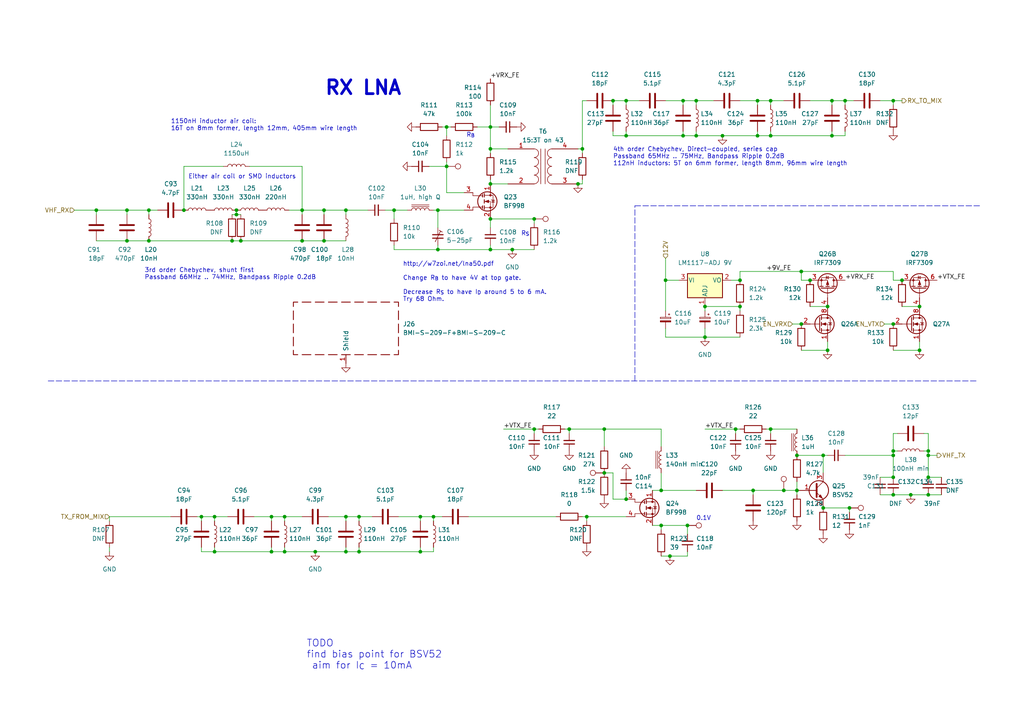
<source format=kicad_sch>
(kicad_sch (version 20211123) (generator eeschema)

  (uuid e85341a8-3e54-4b34-87f5-9974245a7484)

  (paper "A4")

  (title_block
    (title "DART-70 TRX")
    (date "2023-02-02")
    (rev "0")
    (company "HB9EGM")
    (comment 1 "A 4m Band SSB/CW Transceiver")
    (comment 2 "VHF Frontend")
  )

  

  (junction (at 259.08 130.81) (diameter 0) (color 0 0 0 0)
    (uuid 014fbe33-02cf-426c-8214-0ae1d40c7df8)
  )
  (junction (at 214.63 81.28) (diameter 0) (color 0 0 0 0)
    (uuid 053c636b-8b5d-43d4-82f8-2f587a47ab23)
  )
  (junction (at 264.16 143.51) (diameter 0) (color 0 0 0 0)
    (uuid 05adc4a1-d372-46af-8f37-d1bf4210e96a)
  )
  (junction (at 121.92 160.02) (diameter 0) (color 0 0 0 0)
    (uuid 07895869-8d70-4194-afb5-8df05d02a96b)
  )
  (junction (at 191.77 142.24) (diameter 0) (color 0 0 0 0)
    (uuid 0c6e8129-07f9-465f-9ce0-2d46f2319c9e)
  )
  (junction (at 104.14 149.86) (diameter 0) (color 0 0 0 0)
    (uuid 0da30ee4-5fbf-45c8-9538-1bf176f03f71)
  )
  (junction (at 234.95 81.28) (diameter 0) (color 0 0 0 0)
    (uuid 1652b60e-2eed-430f-8a5b-5512f00b1d7c)
  )
  (junction (at 154.94 124.46) (diameter 0) (color 0 0 0 0)
    (uuid 214ecb40-4c63-4158-be2f-20e603afe1b9)
  )
  (junction (at 241.3 39.37) (diameter 0) (color 0 0 0 0)
    (uuid 22e30deb-2428-4b11-82a9-50d388efeade)
  )
  (junction (at 204.47 88.9) (diameter 0) (color 0 0 0 0)
    (uuid 238e3fd4-fb46-43d3-afe1-89e25bf834a1)
  )
  (junction (at 181.61 144.78) (diameter 0) (color 0 0 0 0)
    (uuid 244c9203-c3ff-4b65-a34d-5892ece48c2b)
  )
  (junction (at 259.08 143.51) (diameter 0) (color 0 0 0 0)
    (uuid 25165fd6-1f85-4abe-b7c3-b22279f7c384)
  )
  (junction (at 269.24 130.81) (diameter 0) (color 0 0 0 0)
    (uuid 26ee6007-1bf6-4087-b885-4536b39b53f7)
  )
  (junction (at 100.33 60.96) (diameter 0) (color 0 0 0 0)
    (uuid 27932209-07aa-4309-8c3b-8c3756ea28f5)
  )
  (junction (at 201.93 29.21) (diameter 0) (color 0 0 0 0)
    (uuid 2b91b5f6-6358-423e-b62b-3e684fb64a30)
  )
  (junction (at 181.61 29.21) (diameter 0) (color 0 0 0 0)
    (uuid 2c1149ed-3085-4295-b371-1815cbfd540a)
  )
  (junction (at 67.31 69.85) (diameter 0) (color 0 0 0 0)
    (uuid 2dd4e452-7c3f-4e1f-b5b7-f42fcb0e075b)
  )
  (junction (at 53.34 60.96) (diameter 0) (color 0 0 0 0)
    (uuid 30ff6a36-e1f5-45d3-9f31-a6736183ac65)
  )
  (junction (at 43.18 69.85) (diameter 0) (color 0 0 0 0)
    (uuid 32d3fe83-b854-4464-af88-f747caab52be)
  )
  (junction (at 129.54 36.83) (diameter 0) (color 0 0 0 0)
    (uuid 34aea703-6354-4221-ba7e-b2d77e2a6562)
  )
  (junction (at 223.52 29.21) (diameter 0) (color 0 0 0 0)
    (uuid 41bb2995-bcdb-4572-a047-8ce3fa79d0ec)
  )
  (junction (at 154.94 63.5) (diameter 0) (color 0 0 0 0)
    (uuid 433436e6-75b2-4d0e-afe5-51e9ce3b6ceb)
  )
  (junction (at 209.55 39.37) (diameter 0) (color 0 0 0 0)
    (uuid 48de30cd-ac12-4cd9-b77e-6276c6cc535e)
  )
  (junction (at 198.12 29.21) (diameter 0) (color 0 0 0 0)
    (uuid 49abb95b-688d-484d-9ecd-26244c95a12f)
  )
  (junction (at 148.59 72.39) (diameter 0) (color 0 0 0 0)
    (uuid 53639ead-a22d-4b74-b706-37b82595afe4)
  )
  (junction (at 142.24 72.39) (diameter 0) (color 0 0 0 0)
    (uuid 5654cc54-aa7f-4e7e-a903-b6ae4711e293)
  )
  (junction (at 142.24 43.18) (diameter 0) (color 0 0 0 0)
    (uuid 5ac87c87-280c-41aa-b7e2-8cd95dfa0977)
  )
  (junction (at 191.77 152.4) (diameter 0) (color 0 0 0 0)
    (uuid 5b4a4a9a-0092-4d0f-9c31-414a1759762c)
  )
  (junction (at 259.08 29.21) (diameter 0) (color 0 0 0 0)
    (uuid 5f5451e3-d3b2-4513-aa00-6164f9037ce5)
  )
  (junction (at 168.91 43.18) (diameter 0) (color 0 0 0 0)
    (uuid 64c3c5fe-1bb6-4a8a-b1a6-f533cf627997)
  )
  (junction (at 78.74 160.02) (diameter 0) (color 0 0 0 0)
    (uuid 6707abf9-1caa-446a-85dd-9798556b7c42)
  )
  (junction (at 62.23 160.02) (diameter 0) (color 0 0 0 0)
    (uuid 696a84ae-1565-45dd-b421-593916d51378)
  )
  (junction (at 232.41 93.98) (diameter 0) (color 0 0 0 0)
    (uuid 6a1b7322-4603-4eeb-a35d-c1ced4a5a9ee)
  )
  (junction (at 238.76 147.32) (diameter 0) (color 0 0 0 0)
    (uuid 6a54acfb-c2a3-4891-bdef-5359d832b05e)
  )
  (junction (at 269.24 143.51) (diameter 0) (color 0 0 0 0)
    (uuid 6b32d2b6-d80f-475a-90aa-4d36bf0f66aa)
  )
  (junction (at 142.24 63.5) (diameter 0) (color 0 0 0 0)
    (uuid 6f67861a-7006-47b4-bdc7-1b4e03f0937b)
  )
  (junction (at 259.08 132.08) (diameter 0) (color 0 0 0 0)
    (uuid 71e41a0a-3af5-4796-897c-9d1ad0183c9a)
  )
  (junction (at 219.71 39.37) (diameter 0) (color 0 0 0 0)
    (uuid 7246aeaa-7989-41aa-bc34-36314da565dd)
  )
  (junction (at 93.98 69.85) (diameter 0) (color 0 0 0 0)
    (uuid 725298de-8e6b-4cef-8b75-d13dba9603ba)
  )
  (junction (at 82.55 160.02) (diameter 0) (color 0 0 0 0)
    (uuid 730d9d07-07e4-4d25-ba70-133909d02a93)
  )
  (junction (at 127 60.96) (diameter 0) (color 0 0 0 0)
    (uuid 755aea78-2b8e-4969-8c1a-4e66cdc3e55c)
  )
  (junction (at 259.08 93.98) (diameter 0) (color 0 0 0 0)
    (uuid 786edf16-7fb2-475e-a88f-bdcdd32e8ccb)
  )
  (junction (at 199.39 152.4) (diameter 0) (color 0 0 0 0)
    (uuid 7e3cf1a5-27ba-4fb2-9e80-6e1100e7286d)
  )
  (junction (at 36.83 60.96) (diameter 0) (color 0 0 0 0)
    (uuid 7e40bcc0-3aaa-4014-a65e-4bba8fb828b1)
  )
  (junction (at 246.38 147.32) (diameter 0) (color 0 0 0 0)
    (uuid 8275d0f0-4cd2-4f60-b1d1-1f544f364a6d)
  )
  (junction (at 227.33 142.24) (diameter 0) (color 0 0 0 0)
    (uuid 828403cb-c2e9-4ccc-8f46-66963ed2f21b)
  )
  (junction (at 214.63 88.9) (diameter 0) (color 0 0 0 0)
    (uuid 82d624a9-38b7-41d6-80ca-0ad097d9c3e3)
  )
  (junction (at 241.3 29.21) (diameter 0) (color 0 0 0 0)
    (uuid 830530a0-7b7e-4b57-bcad-ac6bcc2d3cd2)
  )
  (junction (at 68.58 62.23) (diameter 0) (color 0 0 0 0)
    (uuid 84c10573-abbd-42a2-ba39-89dbac386a99)
  )
  (junction (at 213.36 124.46) (diameter 0) (color 0 0 0 0)
    (uuid 8b36f47c-4ffc-4598-8c26-644b57b5c662)
  )
  (junction (at 240.03 101.6) (diameter 0) (color 0 0 0 0)
    (uuid 8e2fdf05-aa36-4931-82ed-a8b3def92201)
  )
  (junction (at 193.04 81.28) (diameter 0) (color 0 0 0 0)
    (uuid 8e3e2866-5ba4-4f0a-867a-58ecaf15b97d)
  )
  (junction (at 100.33 149.86) (diameter 0) (color 0 0 0 0)
    (uuid 92b08d51-62a5-44c7-b4b2-471f395c1538)
  )
  (junction (at 165.1 124.46) (diameter 0) (color 0 0 0 0)
    (uuid 94cebd10-3367-4d9a-a1b7-f7d9e07bdd90)
  )
  (junction (at 269.24 132.08) (diameter 0) (color 0 0 0 0)
    (uuid 96ae9ecf-e0a2-432a-8ece-94cf7cced6b7)
  )
  (junction (at 114.3 60.96) (diameter 0) (color 0 0 0 0)
    (uuid 99467fa5-d96f-4f1c-8084-626f6cebc0c0)
  )
  (junction (at 82.55 149.86) (diameter 0) (color 0 0 0 0)
    (uuid 99b2f434-c683-4943-880b-c0c7051efceb)
  )
  (junction (at 36.83 69.85) (diameter 0) (color 0 0 0 0)
    (uuid 9a8d2c66-6370-437d-a4a0-cb771a0d8c97)
  )
  (junction (at 170.18 149.86) (diameter 0) (color 0 0 0 0)
    (uuid 9b63d6a0-33d9-4ade-b725-ee15ec044acc)
  )
  (junction (at 269.24 138.43) (diameter 0) (color 0 0 0 0)
    (uuid a21b204d-8d7d-4f6c-9665-d7fc90cbe79d)
  )
  (junction (at 78.74 149.86) (diameter 0) (color 0 0 0 0)
    (uuid a3b76309-ce22-4be7-b174-f23d53e74bf4)
  )
  (junction (at 100.33 160.02) (diameter 0) (color 0 0 0 0)
    (uuid a605e98c-55d0-4a85-969d-c7a8b22bd4d5)
  )
  (junction (at 91.44 160.02) (diameter 0) (color 0 0 0 0)
    (uuid a67f009f-0172-45e6-8d2b-45a2cc2d1fc3)
  )
  (junction (at 231.14 142.24) (diameter 0) (color 0 0 0 0)
    (uuid a6cfd25a-774e-4db2-b2d4-fd41eec62fd5)
  )
  (junction (at 93.98 60.96) (diameter 0) (color 0 0 0 0)
    (uuid a6dee93e-101e-421c-aa3d-cf1491a2d23c)
  )
  (junction (at 218.44 142.24) (diameter 0) (color 0 0 0 0)
    (uuid a7ae57b6-5005-47d4-809d-6b7d6ada6d03)
  )
  (junction (at 129.54 48.26) (diameter 0) (color 0 0 0 0)
    (uuid a875ac5f-456f-42ae-bc04-dd8d1a120797)
  )
  (junction (at 142.24 53.34) (diameter 0) (color 0 0 0 0)
    (uuid a9dded2e-d08b-4bdb-ab4a-1fce0d42d43e)
  )
  (junction (at 201.93 39.37) (diameter 0) (color 0 0 0 0)
    (uuid aaee6b9a-4306-45ff-b9b6-5d802512dd52)
  )
  (junction (at 27.94 60.96) (diameter 0) (color 0 0 0 0)
    (uuid add0bd1b-274a-4ddf-b875-51d6108aab49)
  )
  (junction (at 219.71 29.21) (diameter 0) (color 0 0 0 0)
    (uuid b0c6448c-be7d-4ebe-a1be-1e8f330d6dbb)
  )
  (junction (at 231.14 132.08) (diameter 0) (color 0 0 0 0)
    (uuid b23444ea-cd8e-4df0-84f4-070156b2e3b7)
  )
  (junction (at 87.63 69.85) (diameter 0) (color 0 0 0 0)
    (uuid b4922278-ce3f-46ba-a2a2-cd5c71f714de)
  )
  (junction (at 223.52 124.46) (diameter 0) (color 0 0 0 0)
    (uuid b8abc7e6-6611-45b5-9a55-3a65a7522e32)
  )
  (junction (at 204.47 97.79) (diameter 0) (color 0 0 0 0)
    (uuid bc401b7a-65f6-439c-9420-7f623c786a57)
  )
  (junction (at 69.85 69.85) (diameter 0) (color 0 0 0 0)
    (uuid bcdfe8ed-4c7e-419e-b702-6bca070854e1)
  )
  (junction (at 245.11 29.21) (diameter 0) (color 0 0 0 0)
    (uuid bf6081e5-fd4b-4fb3-b523-139036f4041c)
  )
  (junction (at 198.12 39.37) (diameter 0) (color 0 0 0 0)
    (uuid c5c6520c-9e3e-436f-b14f-faf22a42dfbb)
  )
  (junction (at 175.26 124.46) (diameter 0) (color 0 0 0 0)
    (uuid c8d4f236-4705-41bb-b1be-5cef1ea2c536)
  )
  (junction (at 125.73 149.86) (diameter 0) (color 0 0 0 0)
    (uuid cc2cb73f-acad-4a16-94a4-9816e494e931)
  )
  (junction (at 87.63 60.96) (diameter 0) (color 0 0 0 0)
    (uuid ce1e90a2-6376-4288-8749-493e809aba5d)
  )
  (junction (at 259.08 138.43) (diameter 0) (color 0 0 0 0)
    (uuid cf3bc188-4786-4cca-ac9d-64431cbcb78b)
  )
  (junction (at 127 72.39) (diameter 0) (color 0 0 0 0)
    (uuid cf9ef397-ee5c-464c-a25e-4d9486a9df16)
  )
  (junction (at 194.31 161.29) (diameter 0) (color 0 0 0 0)
    (uuid d0fb093c-3a0b-4150-bde4-bd1af1a4bfff)
  )
  (junction (at 181.61 39.37) (diameter 0) (color 0 0 0 0)
    (uuid d50ac601-83b2-43a2-808a-3b58d5a2b71f)
  )
  (junction (at 223.52 39.37) (diameter 0) (color 0 0 0 0)
    (uuid d600cdf9-d630-4f89-a09e-87efccd0902e)
  )
  (junction (at 167.64 53.34) (diameter 0) (color 0 0 0 0)
    (uuid d76a5f48-7d00-42d5-9e04-2f9f8b67bd1d)
  )
  (junction (at 68.58 60.96) (diameter 0) (color 0 0 0 0)
    (uuid dbad22ed-87bd-4fef-a142-c1d56fc5ada0)
  )
  (junction (at 43.18 60.96) (diameter 0) (color 0 0 0 0)
    (uuid df93aeee-38d4-42fb-b5da-51a73fd2e2bc)
  )
  (junction (at 177.8 29.21) (diameter 0) (color 0 0 0 0)
    (uuid e0493c7a-5485-41e4-ba79-779aff029fab)
  )
  (junction (at 232.41 78.74) (diameter 0) (color 0 0 0 0)
    (uuid e04cbaa7-58f6-4b95-b330-5ae233daaa58)
  )
  (junction (at 142.24 36.83) (diameter 0) (color 0 0 0 0)
    (uuid e04f8c65-d602-47fb-9c32-a40fa4054257)
  )
  (junction (at 240.03 88.9) (diameter 0) (color 0 0 0 0)
    (uuid e180b3ee-6434-44ca-afbc-194f5543b566)
  )
  (junction (at 121.92 149.86) (diameter 0) (color 0 0 0 0)
    (uuid e245969c-96e2-4467-a4b0-55df65c2006d)
  )
  (junction (at 266.7 88.9) (diameter 0) (color 0 0 0 0)
    (uuid e439fefd-fea3-4379-89f7-31352e077829)
  )
  (junction (at 238.76 132.08) (diameter 0) (color 0 0 0 0)
    (uuid e717955e-2a81-4d91-a91b-854d445c9b5d)
  )
  (junction (at 62.23 149.86) (diameter 0) (color 0 0 0 0)
    (uuid ebd2a656-9283-42a7-a471-cb22596c1597)
  )
  (junction (at 266.7 101.6) (diameter 0) (color 0 0 0 0)
    (uuid f285b43b-89b4-4974-aeee-ae27a2ca7c96)
  )
  (junction (at 104.14 160.02) (diameter 0) (color 0 0 0 0)
    (uuid f3b55bee-aa8a-4bd0-a87b-914b4bb50b10)
  )
  (junction (at 58.42 149.86) (diameter 0) (color 0 0 0 0)
    (uuid f671888e-311a-48ca-a183-135a403be009)
  )
  (junction (at 261.62 81.28) (diameter 0) (color 0 0 0 0)
    (uuid fdc03146-3e81-45e1-983d-ce65dbe4dddc)
  )
  (junction (at 175.26 137.16) (diameter 0) (color 0 0 0 0)
    (uuid ff95d81e-5a87-4294-9b1c-6e9a77990629)
  )

  (wire (pts (xy 67.31 69.85) (xy 69.85 69.85))
    (stroke (width 0) (type default) (color 0 0 0 0))
    (uuid 00e5b5fc-5bd0-40af-9ee7-a472844c2151)
  )
  (wire (pts (xy 181.61 29.21) (xy 181.61 30.48))
    (stroke (width 0) (type default) (color 0 0 0 0))
    (uuid 01092b77-815f-43be-992d-fc218557d154)
  )
  (wire (pts (xy 147.32 53.34) (xy 142.24 53.34))
    (stroke (width 0) (type default) (color 0 0 0 0))
    (uuid 020af510-7992-416e-a265-00652eb27830)
  )
  (wire (pts (xy 219.71 39.37) (xy 219.71 38.1))
    (stroke (width 0) (type default) (color 0 0 0 0))
    (uuid 02b3711f-b3bf-4a32-8116-7fa82771cd03)
  )
  (wire (pts (xy 121.92 151.13) (xy 121.92 149.86))
    (stroke (width 0) (type default) (color 0 0 0 0))
    (uuid 03602e32-1245-4e32-9ecc-9044bdca6c61)
  )
  (wire (pts (xy 259.08 78.74) (xy 259.08 81.28))
    (stroke (width 0) (type default) (color 0 0 0 0))
    (uuid 03d90108-31df-471c-8d47-5277f5bb8529)
  )
  (wire (pts (xy 125.73 160.02) (xy 125.73 158.75))
    (stroke (width 0) (type default) (color 0 0 0 0))
    (uuid 04bbbe15-04b6-41b3-8bd4-9a9f1e19bc37)
  )
  (wire (pts (xy 93.98 60.96) (xy 93.98 62.23))
    (stroke (width 0) (type default) (color 0 0 0 0))
    (uuid 04e72cbc-c02a-4a92-b021-b9939e4db36f)
  )
  (wire (pts (xy 36.83 69.85) (xy 43.18 69.85))
    (stroke (width 0) (type default) (color 0 0 0 0))
    (uuid 050efeb3-533d-4b9a-a0e2-1737784edf33)
  )
  (wire (pts (xy 213.36 125.73) (xy 213.36 124.46))
    (stroke (width 0) (type default) (color 0 0 0 0))
    (uuid 05820599-8acc-49ba-a88a-070cbbe28e1a)
  )
  (wire (pts (xy 31.75 158.75) (xy 31.75 160.02))
    (stroke (width 0) (type default) (color 0 0 0 0))
    (uuid 06230da2-e6a9-4df3-a8a6-1054a2179a17)
  )
  (wire (pts (xy 154.94 125.73) (xy 154.94 124.46))
    (stroke (width 0) (type default) (color 0 0 0 0))
    (uuid 0785ffee-5a6c-4b20-b83b-a9e51509ed25)
  )
  (wire (pts (xy 58.42 151.13) (xy 58.42 149.86))
    (stroke (width 0) (type default) (color 0 0 0 0))
    (uuid 0a805d5b-6113-4e7d-8ab7-c42d5a8f29b1)
  )
  (wire (pts (xy 255.27 143.51) (xy 259.08 143.51))
    (stroke (width 0) (type default) (color 0 0 0 0))
    (uuid 0aaac6da-8724-4417-a920-18dccd519f57)
  )
  (wire (pts (xy 193.04 81.28) (xy 193.04 90.17))
    (stroke (width 0) (type default) (color 0 0 0 0))
    (uuid 0b41d2ae-4199-421c-a9cc-39212f58717c)
  )
  (wire (pts (xy 238.76 132.08) (xy 240.03 132.08))
    (stroke (width 0) (type default) (color 0 0 0 0))
    (uuid 0b6b8363-c8e1-4799-8ee5-abeba534856c)
  )
  (wire (pts (xy 246.38 147.32) (xy 238.76 147.32))
    (stroke (width 0) (type default) (color 0 0 0 0))
    (uuid 0c549802-b595-4de9-b4f2-5d5dc13cce92)
  )
  (wire (pts (xy 196.85 81.28) (xy 193.04 81.28))
    (stroke (width 0) (type default) (color 0 0 0 0))
    (uuid 0e126077-2474-4e93-ae8c-94babe57c1e7)
  )
  (wire (pts (xy 82.55 151.13) (xy 82.55 149.86))
    (stroke (width 0) (type default) (color 0 0 0 0))
    (uuid 0f1de0dd-804a-4596-bff8-c84c9821c96f)
  )
  (wire (pts (xy 218.44 142.24) (xy 218.44 143.51))
    (stroke (width 0) (type default) (color 0 0 0 0))
    (uuid 0f2ae659-a3c6-4de9-8cc9-1cb8eb738749)
  )
  (wire (pts (xy 259.08 130.81) (xy 259.08 132.08))
    (stroke (width 0) (type default) (color 0 0 0 0))
    (uuid 0fae205c-5af3-4a45-b101-8bcc5ce05f03)
  )
  (wire (pts (xy 57.15 149.86) (xy 58.42 149.86))
    (stroke (width 0) (type default) (color 0 0 0 0))
    (uuid 10dd21c7-9fd9-4a44-8ab3-640f7ca149dd)
  )
  (wire (pts (xy 31.75 149.86) (xy 49.53 149.86))
    (stroke (width 0) (type default) (color 0 0 0 0))
    (uuid 118829bb-dced-433c-b2a5-be320b37c6db)
  )
  (wire (pts (xy 148.59 72.39) (xy 142.24 72.39))
    (stroke (width 0) (type default) (color 0 0 0 0))
    (uuid 11920e1b-be55-4c86-8c94-fad4a5a5ea6f)
  )
  (wire (pts (xy 223.52 39.37) (xy 241.3 39.37))
    (stroke (width 0) (type default) (color 0 0 0 0))
    (uuid 135fafe3-46f6-4185-8d74-e430c711885a)
  )
  (wire (pts (xy 240.03 101.6) (xy 232.41 101.6))
    (stroke (width 0) (type default) (color 0 0 0 0))
    (uuid 141a7613-b1c9-4373-aa4c-cb18fbc4b872)
  )
  (wire (pts (xy 232.41 81.28) (xy 234.95 81.28))
    (stroke (width 0) (type default) (color 0 0 0 0))
    (uuid 1617c390-94b0-4c64-a669-26edf562ff9a)
  )
  (wire (pts (xy 246.38 148.59) (xy 246.38 147.32))
    (stroke (width 0) (type default) (color 0 0 0 0))
    (uuid 17b00afe-c752-4fe9-88c5-3ad96b8a7e70)
  )
  (wire (pts (xy 193.04 97.79) (xy 204.47 97.79))
    (stroke (width 0) (type default) (color 0 0 0 0))
    (uuid 1920970b-7049-41ad-8ca7-c7915a267206)
  )
  (wire (pts (xy 177.8 137.16) (xy 177.8 144.78))
    (stroke (width 0) (type default) (color 0 0 0 0))
    (uuid 1941db9c-382f-44cc-a903-a93207b6a93d)
  )
  (wire (pts (xy 82.55 160.02) (xy 82.55 158.75))
    (stroke (width 0) (type default) (color 0 0 0 0))
    (uuid 19488a6a-a931-486e-a283-2e60d6328d78)
  )
  (wire (pts (xy 27.94 60.96) (xy 36.83 60.96))
    (stroke (width 0) (type default) (color 0 0 0 0))
    (uuid 1a97cca3-0fe5-4bfa-8d57-ca1b191bfea3)
  )
  (wire (pts (xy 125.73 60.96) (xy 127 60.96))
    (stroke (width 0) (type default) (color 0 0 0 0))
    (uuid 1acffc7b-3719-4cb9-9be2-22b9b0dc94ee)
  )
  (wire (pts (xy 219.71 29.21) (xy 223.52 29.21))
    (stroke (width 0) (type default) (color 0 0 0 0))
    (uuid 1c0cfd5c-a642-423e-bcd7-fee83fdee590)
  )
  (wire (pts (xy 87.63 69.85) (xy 93.98 69.85))
    (stroke (width 0) (type default) (color 0 0 0 0))
    (uuid 1cb95966-d9b9-40ac-b03f-1f46d823a11d)
  )
  (wire (pts (xy 69.85 69.85) (xy 87.63 69.85))
    (stroke (width 0) (type default) (color 0 0 0 0))
    (uuid 1e066e3b-074f-4121-8f27-8215bc8d3261)
  )
  (wire (pts (xy 259.08 125.73) (xy 260.35 125.73))
    (stroke (width 0) (type default) (color 0 0 0 0))
    (uuid 1e083e1f-2b5d-4576-a67e-3249110e0291)
  )
  (wire (pts (xy 142.24 53.34) (xy 142.24 52.07))
    (stroke (width 0) (type default) (color 0 0 0 0))
    (uuid 1f1766e2-d2db-4154-b565-458e0aeda8eb)
  )
  (wire (pts (xy 198.12 39.37) (xy 198.12 38.1))
    (stroke (width 0) (type default) (color 0 0 0 0))
    (uuid 1f992b26-230b-423a-9f5b-b5e2eae3f796)
  )
  (wire (pts (xy 269.24 132.08) (xy 269.24 138.43))
    (stroke (width 0) (type default) (color 0 0 0 0))
    (uuid 20193a25-dfb2-4d02-b772-e6a2bc97d410)
  )
  (wire (pts (xy 193.04 29.21) (xy 198.12 29.21))
    (stroke (width 0) (type default) (color 0 0 0 0))
    (uuid 211489a5-413a-4de7-bb6b-ce735ffe7c80)
  )
  (wire (pts (xy 259.08 130.81) (xy 260.35 130.81))
    (stroke (width 0) (type default) (color 0 0 0 0))
    (uuid 212af7ec-c8f1-4ea2-8488-c7db2bb7bdfc)
  )
  (wire (pts (xy 191.77 152.4) (xy 189.23 152.4))
    (stroke (width 0) (type default) (color 0 0 0 0))
    (uuid 21acb83f-68ea-41e5-b622-dc4aeb4e23bc)
  )
  (wire (pts (xy 87.63 60.96) (xy 93.98 60.96))
    (stroke (width 0) (type default) (color 0 0 0 0))
    (uuid 23c577d6-b831-4003-b3d4-9a9a5520a466)
  )
  (wire (pts (xy 241.3 39.37) (xy 241.3 38.1))
    (stroke (width 0) (type default) (color 0 0 0 0))
    (uuid 24280ee6-c585-4835-8fc4-d7860dfbfdba)
  )
  (wire (pts (xy 214.63 78.74) (xy 214.63 81.28))
    (stroke (width 0) (type default) (color 0 0 0 0))
    (uuid 25b5fac5-8ac2-4718-aced-78fd470c5a41)
  )
  (polyline (pts (xy 13.97 110.49) (xy 283.21 110.49))
    (stroke (width 0) (type default) (color 0 0 0 0))
    (uuid 2812a88f-15e5-44c4-a66a-beb23630881f)
  )

  (wire (pts (xy 21.59 60.96) (xy 27.94 60.96))
    (stroke (width 0) (type default) (color 0 0 0 0))
    (uuid 28691614-25d8-432a-9210-110c9d424ff4)
  )
  (wire (pts (xy 31.75 151.13) (xy 31.75 149.86))
    (stroke (width 0) (type default) (color 0 0 0 0))
    (uuid 2d478155-78b3-43e6-9e0b-cf58b9dbf0cb)
  )
  (wire (pts (xy 104.14 160.02) (xy 104.14 158.75))
    (stroke (width 0) (type default) (color 0 0 0 0))
    (uuid 2d86d824-7587-4e1e-bd3d-1386a2f26b2f)
  )
  (wire (pts (xy 231.14 139.7) (xy 231.14 142.24))
    (stroke (width 0) (type default) (color 0 0 0 0))
    (uuid 2e3e1835-0994-46d3-b4ac-db18042e081b)
  )
  (wire (pts (xy 43.18 69.85) (xy 67.31 69.85))
    (stroke (width 0) (type default) (color 0 0 0 0))
    (uuid 2e5066c7-bc67-4b7c-aae7-15cd49e110ca)
  )
  (wire (pts (xy 269.24 130.81) (xy 267.97 130.81))
    (stroke (width 0) (type default) (color 0 0 0 0))
    (uuid 2f09267e-b3dd-4163-aee3-b882166dbe57)
  )
  (wire (pts (xy 142.24 63.5) (xy 142.24 66.04))
    (stroke (width 0) (type default) (color 0 0 0 0))
    (uuid 2f240c86-aceb-464b-899d-7618bd58be8d)
  )
  (wire (pts (xy 241.3 29.21) (xy 245.11 29.21))
    (stroke (width 0) (type default) (color 0 0 0 0))
    (uuid 30701c9e-85dc-4e9a-972e-ad6a04210bf0)
  )
  (wire (pts (xy 177.8 144.78) (xy 181.61 144.78))
    (stroke (width 0) (type default) (color 0 0 0 0))
    (uuid 32c7e7d5-5cf0-4052-9904-fc5aa41decb5)
  )
  (wire (pts (xy 168.91 52.07) (xy 168.91 53.34))
    (stroke (width 0) (type default) (color 0 0 0 0))
    (uuid 3303b423-732f-4ec1-9f34-6a65ea125a9f)
  )
  (wire (pts (xy 229.87 93.98) (xy 232.41 93.98))
    (stroke (width 0) (type default) (color 0 0 0 0))
    (uuid 3340bb88-8cfa-4bae-b60e-378d2889f60d)
  )
  (wire (pts (xy 72.39 48.26) (xy 87.63 48.26))
    (stroke (width 0) (type default) (color 0 0 0 0))
    (uuid 33f29fa7-5b0b-49c9-a605-50b7be5943a9)
  )
  (wire (pts (xy 175.26 124.46) (xy 191.77 124.46))
    (stroke (width 0) (type default) (color 0 0 0 0))
    (uuid 36c2a5ae-5ab8-440b-a41f-9b00518ecd46)
  )
  (wire (pts (xy 100.33 160.02) (xy 100.33 158.75))
    (stroke (width 0) (type default) (color 0 0 0 0))
    (uuid 36ea332f-7ddd-4cc9-af0b-a280bb127d66)
  )
  (wire (pts (xy 82.55 160.02) (xy 78.74 160.02))
    (stroke (width 0) (type default) (color 0 0 0 0))
    (uuid 39ede154-b114-42b1-9471-69e8225de7ab)
  )
  (wire (pts (xy 181.61 29.21) (xy 185.42 29.21))
    (stroke (width 0) (type default) (color 0 0 0 0))
    (uuid 3c5dfaac-ce4d-429a-aba1-920080a05a25)
  )
  (wire (pts (xy 209.55 39.37) (xy 219.71 39.37))
    (stroke (width 0) (type default) (color 0 0 0 0))
    (uuid 3cac3e67-9601-4bbe-8f74-51e6c8133fb4)
  )
  (wire (pts (xy 58.42 149.86) (xy 62.23 149.86))
    (stroke (width 0) (type default) (color 0 0 0 0))
    (uuid 3e89f96a-4149-49e9-8931-921ce8c3a055)
  )
  (polyline (pts (xy 184.15 110.49) (xy 184.15 59.69))
    (stroke (width 0) (type default) (color 0 0 0 0))
    (uuid 3f650e07-bfda-4556-9a8b-c7393a2ab272)
  )

  (wire (pts (xy 93.98 69.85) (xy 100.33 69.85))
    (stroke (width 0) (type default) (color 0 0 0 0))
    (uuid 3f75e8f9-17fe-41fa-8be1-97bb9d74f36e)
  )
  (wire (pts (xy 36.83 60.96) (xy 43.18 60.96))
    (stroke (width 0) (type default) (color 0 0 0 0))
    (uuid 426afdc4-b639-4a13-b435-77d23c36d327)
  )
  (wire (pts (xy 114.3 72.39) (xy 127 72.39))
    (stroke (width 0) (type default) (color 0 0 0 0))
    (uuid 450ed59f-52ac-40e5-b0ac-4507b15a95b2)
  )
  (wire (pts (xy 128.27 36.83) (xy 129.54 36.83))
    (stroke (width 0) (type default) (color 0 0 0 0))
    (uuid 45d11611-49a6-4964-afa3-7f0162c0c739)
  )
  (wire (pts (xy 232.41 78.74) (xy 214.63 78.74))
    (stroke (width 0) (type default) (color 0 0 0 0))
    (uuid 468e347b-afe1-4557-ad4d-28eb5659a4b8)
  )
  (wire (pts (xy 191.77 142.24) (xy 201.93 142.24))
    (stroke (width 0) (type default) (color 0 0 0 0))
    (uuid 4a16b6dc-2288-4548-9c84-0bbf2a1d57bd)
  )
  (wire (pts (xy 73.66 149.86) (xy 78.74 149.86))
    (stroke (width 0) (type default) (color 0 0 0 0))
    (uuid 4b74047d-1cfb-4a70-804a-a9c009584e7a)
  )
  (wire (pts (xy 78.74 149.86) (xy 82.55 149.86))
    (stroke (width 0) (type default) (color 0 0 0 0))
    (uuid 4bf865ed-62d5-49b3-9115-02bd4f7f3f74)
  )
  (wire (pts (xy 121.92 149.86) (xy 125.73 149.86))
    (stroke (width 0) (type default) (color 0 0 0 0))
    (uuid 4ca5ee79-1360-4517-b073-b387778d1f9d)
  )
  (wire (pts (xy 181.61 39.37) (xy 198.12 39.37))
    (stroke (width 0) (type default) (color 0 0 0 0))
    (uuid 4cad7fe9-18a3-4205-bf76-118f190d710a)
  )
  (wire (pts (xy 269.24 130.81) (xy 269.24 132.08))
    (stroke (width 0) (type default) (color 0 0 0 0))
    (uuid 4cf19b83-343d-444b-b344-abd964c46130)
  )
  (wire (pts (xy 232.41 78.74) (xy 232.41 81.28))
    (stroke (width 0) (type default) (color 0 0 0 0))
    (uuid 4d792edd-4ca7-4bc0-98b8-1c07860783ab)
  )
  (wire (pts (xy 201.93 30.48) (xy 201.93 29.21))
    (stroke (width 0) (type default) (color 0 0 0 0))
    (uuid 4e6b63c8-8daf-4486-a68d-7144b46e5ea2)
  )
  (wire (pts (xy 199.39 160.02) (xy 199.39 161.29))
    (stroke (width 0) (type default) (color 0 0 0 0))
    (uuid 520deeb0-2cb2-4b4b-9ce8-239203e7b895)
  )
  (wire (pts (xy 100.33 60.96) (xy 100.33 62.23))
    (stroke (width 0) (type default) (color 0 0 0 0))
    (uuid 52a29cb5-fc2a-4abb-a968-bbb1b5d9b7d6)
  )
  (wire (pts (xy 199.39 161.29) (xy 194.31 161.29))
    (stroke (width 0) (type default) (color 0 0 0 0))
    (uuid 5393cb79-d4ff-48a3-8106-b4f929de870b)
  )
  (wire (pts (xy 234.95 29.21) (xy 241.3 29.21))
    (stroke (width 0) (type default) (color 0 0 0 0))
    (uuid 54136090-6e59-411c-8c76-ff74b4ba8cdc)
  )
  (wire (pts (xy 170.18 29.21) (xy 168.91 29.21))
    (stroke (width 0) (type default) (color 0 0 0 0))
    (uuid 5516e114-54d5-4ea3-8bfe-40e5be6eb192)
  )
  (wire (pts (xy 269.24 125.73) (xy 269.24 130.81))
    (stroke (width 0) (type default) (color 0 0 0 0))
    (uuid 55590f3c-3315-4934-b354-427f99e886f0)
  )
  (wire (pts (xy 241.3 30.48) (xy 241.3 29.21))
    (stroke (width 0) (type default) (color 0 0 0 0))
    (uuid 575b9d80-5f4d-4af9-aef0-45c51d673684)
  )
  (wire (pts (xy 213.36 124.46) (xy 214.63 124.46))
    (stroke (width 0) (type default) (color 0 0 0 0))
    (uuid 588442fe-0325-47ea-8587-f22398d8d769)
  )
  (wire (pts (xy 222.25 124.46) (xy 223.52 124.46))
    (stroke (width 0) (type default) (color 0 0 0 0))
    (uuid 58845e3f-7112-4368-b742-d952a9ef30c6)
  )
  (wire (pts (xy 78.74 160.02) (xy 78.74 158.75))
    (stroke (width 0) (type default) (color 0 0 0 0))
    (uuid 59210da8-080b-45c2-8b8f-c7ddcd592060)
  )
  (wire (pts (xy 115.57 149.86) (xy 121.92 149.86))
    (stroke (width 0) (type default) (color 0 0 0 0))
    (uuid 592caa8b-0386-47d0-8e78-0b9d3a2052bb)
  )
  (wire (pts (xy 241.3 39.37) (xy 245.11 39.37))
    (stroke (width 0) (type default) (color 0 0 0 0))
    (uuid 59e552bf-7958-4fda-a0db-f9e371531f5e)
  )
  (wire (pts (xy 127 72.39) (xy 142.24 72.39))
    (stroke (width 0) (type default) (color 0 0 0 0))
    (uuid 5a71b622-216c-4ae9-b176-7e0fb8c909b9)
  )
  (wire (pts (xy 269.24 138.43) (xy 273.05 138.43))
    (stroke (width 0) (type default) (color 0 0 0 0))
    (uuid 5cd0813a-3137-4b31-8b1a-a44cd476c2e9)
  )
  (wire (pts (xy 269.24 125.73) (xy 267.97 125.73))
    (stroke (width 0) (type default) (color 0 0 0 0))
    (uuid 5dae51d8-31a1-45b5-aee6-b5709476c318)
  )
  (wire (pts (xy 142.24 72.39) (xy 142.24 71.12))
    (stroke (width 0) (type default) (color 0 0 0 0))
    (uuid 5e2169a0-de19-4cd6-bf52-b74f00504da1)
  )
  (wire (pts (xy 43.18 60.96) (xy 45.72 60.96))
    (stroke (width 0) (type default) (color 0 0 0 0))
    (uuid 5e70f545-979a-40c9-bda1-1c7591189e45)
  )
  (wire (pts (xy 142.24 36.83) (xy 142.24 30.48))
    (stroke (width 0) (type default) (color 0 0 0 0))
    (uuid 5e721fb4-c9a0-4ae9-89ea-2beae0e47e97)
  )
  (wire (pts (xy 43.18 60.96) (xy 43.18 62.23))
    (stroke (width 0) (type default) (color 0 0 0 0))
    (uuid 5ea7489e-e91b-44f0-a035-3448b45ceadc)
  )
  (wire (pts (xy 168.91 53.34) (xy 167.64 53.34))
    (stroke (width 0) (type default) (color 0 0 0 0))
    (uuid 5f5c060f-99c6-4d58-b44a-4244837c6652)
  )
  (wire (pts (xy 259.08 29.21) (xy 261.62 29.21))
    (stroke (width 0) (type default) (color 0 0 0 0))
    (uuid 5fceb92d-7a0e-4b2f-966c-33a3f8978ee9)
  )
  (wire (pts (xy 142.24 44.45) (xy 142.24 43.18))
    (stroke (width 0) (type default) (color 0 0 0 0))
    (uuid 6005394b-9189-4171-b053-ebfd9d60c03e)
  )
  (wire (pts (xy 154.94 124.46) (xy 156.21 124.46))
    (stroke (width 0) (type default) (color 0 0 0 0))
    (uuid 600c3ac6-9e9d-494f-9f04-3cadeb854f32)
  )
  (wire (pts (xy 191.77 161.29) (xy 194.31 161.29))
    (stroke (width 0) (type default) (color 0 0 0 0))
    (uuid 60a459b9-afd7-4bdd-b38a-a5f2882f31e7)
  )
  (wire (pts (xy 201.93 39.37) (xy 198.12 39.37))
    (stroke (width 0) (type default) (color 0 0 0 0))
    (uuid 60bad9ca-4bdf-454c-ad68-9fa3a1ef1953)
  )
  (wire (pts (xy 100.33 151.13) (xy 100.33 149.86))
    (stroke (width 0) (type default) (color 0 0 0 0))
    (uuid 61a9e6a8-4104-4faf-9104-407030fee84b)
  )
  (wire (pts (xy 223.52 29.21) (xy 227.33 29.21))
    (stroke (width 0) (type default) (color 0 0 0 0))
    (uuid 61f8165d-255a-4197-a48c-ea44a5589c76)
  )
  (wire (pts (xy 204.47 95.25) (xy 204.47 97.79))
    (stroke (width 0) (type default) (color 0 0 0 0))
    (uuid 6207a9a6-052f-44b7-98ae-23f2fc4d564c)
  )
  (wire (pts (xy 198.12 30.48) (xy 198.12 29.21))
    (stroke (width 0) (type default) (color 0 0 0 0))
    (uuid 62cac600-87c9-4b70-81ad-6cbecfa5dbe3)
  )
  (polyline (pts (xy 184.15 59.69) (xy 284.48 59.69))
    (stroke (width 0) (type default) (color 0 0 0 0))
    (uuid 6440f1bd-f1e1-48d8-984f-1b8859c95ef6)
  )

  (wire (pts (xy 58.42 160.02) (xy 58.42 158.75))
    (stroke (width 0) (type default) (color 0 0 0 0))
    (uuid 64d10b25-44e3-4ccf-8c4c-e8390cc663cc)
  )
  (wire (pts (xy 135.89 149.86) (xy 161.29 149.86))
    (stroke (width 0) (type default) (color 0 0 0 0))
    (uuid 651fb468-303e-49f9-86a2-03bfc4d45faa)
  )
  (wire (pts (xy 147.32 43.18) (xy 142.24 43.18))
    (stroke (width 0) (type default) (color 0 0 0 0))
    (uuid 6609241a-334e-4ced-ae81-0759311dbbad)
  )
  (wire (pts (xy 104.14 151.13) (xy 104.14 149.86))
    (stroke (width 0) (type default) (color 0 0 0 0))
    (uuid 6a845cb2-3ede-406b-9084-98637e393984)
  )
  (wire (pts (xy 167.64 43.18) (xy 168.91 43.18))
    (stroke (width 0) (type default) (color 0 0 0 0))
    (uuid 710b6ecd-a9cf-4c16-b156-7ab0bb0c1245)
  )
  (wire (pts (xy 68.58 60.96) (xy 68.58 62.23))
    (stroke (width 0) (type default) (color 0 0 0 0))
    (uuid 739c4bc4-71b1-4060-996c-b30955427381)
  )
  (wire (pts (xy 58.42 160.02) (xy 62.23 160.02))
    (stroke (width 0) (type default) (color 0 0 0 0))
    (uuid 7454e18d-eee9-48b0-92f9-1e9dd000570e)
  )
  (wire (pts (xy 165.1 125.73) (xy 165.1 124.46))
    (stroke (width 0) (type default) (color 0 0 0 0))
    (uuid 7560791f-9e21-48d6-b563-63cea6c3213c)
  )
  (wire (pts (xy 198.12 29.21) (xy 201.93 29.21))
    (stroke (width 0) (type default) (color 0 0 0 0))
    (uuid 7564e54f-11f2-406e-b3e0-3e6cb42b6b60)
  )
  (wire (pts (xy 261.62 88.9) (xy 266.7 88.9))
    (stroke (width 0) (type default) (color 0 0 0 0))
    (uuid 793ffaf6-f7a8-4744-b63c-ebe5c61b066c)
  )
  (wire (pts (xy 154.94 72.39) (xy 148.59 72.39))
    (stroke (width 0) (type default) (color 0 0 0 0))
    (uuid 7fb4a628-0a3a-45fd-b9bd-c186e37edcf1)
  )
  (wire (pts (xy 62.23 149.86) (xy 62.23 151.13))
    (stroke (width 0) (type default) (color 0 0 0 0))
    (uuid 88eb19d8-f75f-452a-aea0-22522a3bade1)
  )
  (wire (pts (xy 129.54 36.83) (xy 129.54 39.37))
    (stroke (width 0) (type default) (color 0 0 0 0))
    (uuid 89b48dc9-c00e-48be-93c9-faa060ba3b37)
  )
  (wire (pts (xy 154.94 64.77) (xy 154.94 63.5))
    (stroke (width 0) (type default) (color 0 0 0 0))
    (uuid 89faec98-fdf7-49b4-8a14-ddcd50d33077)
  )
  (wire (pts (xy 201.93 29.21) (xy 207.01 29.21))
    (stroke (width 0) (type default) (color 0 0 0 0))
    (uuid 8b01a92c-6579-45f1-a8cb-784184b3c0a6)
  )
  (wire (pts (xy 125.73 151.13) (xy 125.73 149.86))
    (stroke (width 0) (type default) (color 0 0 0 0))
    (uuid 8bfdfab4-901c-4c87-bff9-1a225f39b380)
  )
  (wire (pts (xy 114.3 71.12) (xy 114.3 72.39))
    (stroke (width 0) (type default) (color 0 0 0 0))
    (uuid 8d93b96e-d58e-4f76-b91e-0a4672ad0838)
  )
  (wire (pts (xy 62.23 160.02) (xy 62.23 158.75))
    (stroke (width 0) (type default) (color 0 0 0 0))
    (uuid 8e7e89b6-edef-46c2-923f-0d3437d27813)
  )
  (wire (pts (xy 259.08 81.28) (xy 261.62 81.28))
    (stroke (width 0) (type default) (color 0 0 0 0))
    (uuid 8eeb65ab-df7f-4695-aabc-412362f9e6ab)
  )
  (wire (pts (xy 177.8 39.37) (xy 181.61 39.37))
    (stroke (width 0) (type default) (color 0 0 0 0))
    (uuid 90e6d25b-41c3-4379-94e3-70433d4656f5)
  )
  (wire (pts (xy 245.11 30.48) (xy 245.11 29.21))
    (stroke (width 0) (type default) (color 0 0 0 0))
    (uuid 924031ab-bf44-4a2f-aaf7-c38b8a8abc40)
  )
  (wire (pts (xy 168.91 44.45) (xy 168.91 43.18))
    (stroke (width 0) (type default) (color 0 0 0 0))
    (uuid 93f6fd09-e356-47ef-a2d2-c1ed422dabe3)
  )
  (wire (pts (xy 177.8 29.21) (xy 181.61 29.21))
    (stroke (width 0) (type default) (color 0 0 0 0))
    (uuid 94425972-63e3-432d-8409-356e5b22940b)
  )
  (wire (pts (xy 259.08 30.48) (xy 259.08 29.21))
    (stroke (width 0) (type default) (color 0 0 0 0))
    (uuid 9723f6e4-63d9-4b79-a06d-706fe6a5b67e)
  )
  (wire (pts (xy 223.52 30.48) (xy 223.52 29.21))
    (stroke (width 0) (type default) (color 0 0 0 0))
    (uuid 98084cbc-b94f-488e-83ba-487b7983eff7)
  )
  (wire (pts (xy 104.14 160.02) (xy 121.92 160.02))
    (stroke (width 0) (type default) (color 0 0 0 0))
    (uuid 98b8d1fc-b75d-4b78-abcf-b05b708bb68b)
  )
  (wire (pts (xy 127 60.96) (xy 134.62 60.96))
    (stroke (width 0) (type default) (color 0 0 0 0))
    (uuid 98fe9f07-d0e7-4808-8553-39a038479457)
  )
  (wire (pts (xy 223.52 125.73) (xy 223.52 124.46))
    (stroke (width 0) (type default) (color 0 0 0 0))
    (uuid 99be3360-249d-4c89-a77e-43cb1aef6c84)
  )
  (wire (pts (xy 212.09 81.28) (xy 214.63 81.28))
    (stroke (width 0) (type default) (color 0 0 0 0))
    (uuid 9c4d3a80-6ed2-412b-b203-db120080834e)
  )
  (wire (pts (xy 177.8 30.48) (xy 177.8 29.21))
    (stroke (width 0) (type default) (color 0 0 0 0))
    (uuid 9c7aae02-34fd-4a06-bca1-a165128a73a8)
  )
  (wire (pts (xy 127 66.04) (xy 127 60.96))
    (stroke (width 0) (type default) (color 0 0 0 0))
    (uuid 9c85880b-9d5c-4fe3-84f6-20ee24e87c39)
  )
  (wire (pts (xy 191.77 152.4) (xy 191.77 153.67))
    (stroke (width 0) (type default) (color 0 0 0 0))
    (uuid 9d2b433e-1dfc-4d0f-abe1-2e83343631b5)
  )
  (wire (pts (xy 214.63 88.9) (xy 214.63 90.17))
    (stroke (width 0) (type default) (color 0 0 0 0))
    (uuid 9ef0c209-3614-4469-be54-6de77d27f352)
  )
  (wire (pts (xy 201.93 39.37) (xy 209.55 39.37))
    (stroke (width 0) (type default) (color 0 0 0 0))
    (uuid 9f025a2e-cbc7-46d0-a262-ab48be6c2823)
  )
  (wire (pts (xy 124.46 48.26) (xy 129.54 48.26))
    (stroke (width 0) (type default) (color 0 0 0 0))
    (uuid 9f1a398d-ae6d-496d-87ab-0e13a3b648a5)
  )
  (wire (pts (xy 100.33 60.96) (xy 106.68 60.96))
    (stroke (width 0) (type default) (color 0 0 0 0))
    (uuid a07f0e55-9b3e-4df6-80c8-c3fa196fb8fb)
  )
  (wire (pts (xy 269.24 132.08) (xy 271.78 132.08))
    (stroke (width 0) (type default) (color 0 0 0 0))
    (uuid a0a96770-3ff5-49c4-bef3-d4bbe6b6c079)
  )
  (wire (pts (xy 245.11 29.21) (xy 247.65 29.21))
    (stroke (width 0) (type default) (color 0 0 0 0))
    (uuid a20e7e63-2306-4377-ac55-7c7faf4ea27c)
  )
  (wire (pts (xy 114.3 63.5) (xy 114.3 60.96))
    (stroke (width 0) (type default) (color 0 0 0 0))
    (uuid a22912c1-4914-44a6-a3c9-493ad4dcc081)
  )
  (wire (pts (xy 62.23 149.86) (xy 66.04 149.86))
    (stroke (width 0) (type default) (color 0 0 0 0))
    (uuid a2441a3d-56da-463e-a8a4-fe521e8b2256)
  )
  (wire (pts (xy 165.1 124.46) (xy 175.26 124.46))
    (stroke (width 0) (type default) (color 0 0 0 0))
    (uuid a621d0fa-e7c7-4146-b68b-596f01fe056d)
  )
  (wire (pts (xy 91.44 160.02) (xy 100.33 160.02))
    (stroke (width 0) (type default) (color 0 0 0 0))
    (uuid a6cacc83-9486-4966-a9b9-13167fbba476)
  )
  (wire (pts (xy 256.54 93.98) (xy 259.08 93.98))
    (stroke (width 0) (type default) (color 0 0 0 0))
    (uuid a6f247b7-7eaa-426a-a640-6ad96fcea2d8)
  )
  (wire (pts (xy 168.91 149.86) (xy 170.18 149.86))
    (stroke (width 0) (type default) (color 0 0 0 0))
    (uuid a7257f0e-5835-436f-aac9-204afa049a30)
  )
  (wire (pts (xy 129.54 46.99) (xy 129.54 48.26))
    (stroke (width 0) (type default) (color 0 0 0 0))
    (uuid a72c2df8-7b09-4ff0-a6ca-cd32045fcb5a)
  )
  (wire (pts (xy 245.11 39.37) (xy 245.11 38.1))
    (stroke (width 0) (type default) (color 0 0 0 0))
    (uuid a8ddd670-538a-4580-8d79-e43d90515d40)
  )
  (wire (pts (xy 121.92 160.02) (xy 125.73 160.02))
    (stroke (width 0) (type default) (color 0 0 0 0))
    (uuid a8e639fa-31d1-427e-bd80-a8648f74c2c3)
  )
  (wire (pts (xy 100.33 149.86) (xy 104.14 149.86))
    (stroke (width 0) (type default) (color 0 0 0 0))
    (uuid aade9f87-67ba-4c61-82c0-2663d0f88027)
  )
  (wire (pts (xy 130.81 36.83) (xy 129.54 36.83))
    (stroke (width 0) (type default) (color 0 0 0 0))
    (uuid abf4d801-bb8f-4a89-9026-d8d2e1c81522)
  )
  (wire (pts (xy 238.76 137.16) (xy 238.76 132.08))
    (stroke (width 0) (type default) (color 0 0 0 0))
    (uuid ac46c8fe-2e90-464a-bbd4-c87cc108df64)
  )
  (wire (pts (xy 266.7 99.06) (xy 266.7 101.6))
    (stroke (width 0) (type default) (color 0 0 0 0))
    (uuid ae556335-89f1-42e6-8259-ca5b53738a72)
  )
  (wire (pts (xy 95.25 149.86) (xy 100.33 149.86))
    (stroke (width 0) (type default) (color 0 0 0 0))
    (uuid ae916f82-cc22-4852-b906-e5ba88e32818)
  )
  (wire (pts (xy 175.26 129.54) (xy 175.26 124.46))
    (stroke (width 0) (type default) (color 0 0 0 0))
    (uuid b3b2bf41-bfe7-4afd-96f6-1139df88d39f)
  )
  (wire (pts (xy 201.93 39.37) (xy 201.93 38.1))
    (stroke (width 0) (type default) (color 0 0 0 0))
    (uuid b4a7d8aa-b2d4-410d-b498-63bff8d46b74)
  )
  (wire (pts (xy 53.34 48.26) (xy 53.34 60.96))
    (stroke (width 0) (type default) (color 0 0 0 0))
    (uuid b7ef3e97-d0a8-484f-8521-fbd0a0afec53)
  )
  (wire (pts (xy 259.08 125.73) (xy 259.08 130.81))
    (stroke (width 0) (type default) (color 0 0 0 0))
    (uuid bc783d3b-f511-487e-9d36-9bd8906c7cdc)
  )
  (wire (pts (xy 209.55 142.24) (xy 218.44 142.24))
    (stroke (width 0) (type default) (color 0 0 0 0))
    (uuid beea7d7c-4a76-4d60-b6fb-cfc35c88f7a9)
  )
  (wire (pts (xy 219.71 30.48) (xy 219.71 29.21))
    (stroke (width 0) (type default) (color 0 0 0 0))
    (uuid bfc77f05-a21f-4ea1-9483-75efe531139a)
  )
  (wire (pts (xy 264.16 143.51) (xy 269.24 143.51))
    (stroke (width 0) (type default) (color 0 0 0 0))
    (uuid c152d31b-b0e7-424d-899d-54dcce0e51d5)
  )
  (wire (pts (xy 204.47 88.9) (xy 204.47 90.17))
    (stroke (width 0) (type default) (color 0 0 0 0))
    (uuid c21c7a92-f992-4b16-8b86-c8b76b78039f)
  )
  (wire (pts (xy 191.77 129.54) (xy 191.77 124.46))
    (stroke (width 0) (type default) (color 0 0 0 0))
    (uuid c2224d5b-9d4a-4324-b7f2-d94cda3b03c3)
  )
  (wire (pts (xy 234.95 88.9) (xy 240.03 88.9))
    (stroke (width 0) (type default) (color 0 0 0 0))
    (uuid c236e316-e632-4888-8eb8-fc58254126bd)
  )
  (wire (pts (xy 231.14 142.24) (xy 231.14 143.51))
    (stroke (width 0) (type default) (color 0 0 0 0))
    (uuid c31d04a3-eb2d-4a6d-9ba9-6dbfb9fffff3)
  )
  (wire (pts (xy 104.14 149.86) (xy 107.95 149.86))
    (stroke (width 0) (type default) (color 0 0 0 0))
    (uuid c3a8b91a-7a87-4be2-bdac-1424494beb13)
  )
  (wire (pts (xy 170.18 151.13) (xy 170.18 149.86))
    (stroke (width 0) (type default) (color 0 0 0 0))
    (uuid c3ad0817-03ce-4433-89b8-d268b5afe17c)
  )
  (wire (pts (xy 121.92 160.02) (xy 121.92 158.75))
    (stroke (width 0) (type default) (color 0 0 0 0))
    (uuid c3c0b5c9-1d6f-4fd8-b3b8-cf0e27852159)
  )
  (wire (pts (xy 27.94 69.85) (xy 36.83 69.85))
    (stroke (width 0) (type default) (color 0 0 0 0))
    (uuid c5a1623c-79b3-461d-930d-7a6155799a02)
  )
  (wire (pts (xy 125.73 149.86) (xy 128.27 149.86))
    (stroke (width 0) (type default) (color 0 0 0 0))
    (uuid cbc639ed-75d2-4235-bd0a-8e36ab70c170)
  )
  (wire (pts (xy 82.55 149.86) (xy 87.63 149.86))
    (stroke (width 0) (type default) (color 0 0 0 0))
    (uuid ccaef76a-d47c-466f-ae12-475e85a4d83b)
  )
  (wire (pts (xy 64.77 48.26) (xy 53.34 48.26))
    (stroke (width 0) (type default) (color 0 0 0 0))
    (uuid cedefa6a-3396-4642-a936-f25f019b5676)
  )
  (wire (pts (xy 181.61 39.37) (xy 181.61 38.1))
    (stroke (width 0) (type default) (color 0 0 0 0))
    (uuid cff31021-4226-4c7a-b8b3-f98d10db3340)
  )
  (wire (pts (xy 227.33 142.24) (xy 231.14 142.24))
    (stroke (width 0) (type default) (color 0 0 0 0))
    (uuid d046bf4b-a39d-426b-8404-46063d2d3d9e)
  )
  (wire (pts (xy 181.61 144.78) (xy 181.61 142.24))
    (stroke (width 0) (type default) (color 0 0 0 0))
    (uuid d1895861-595e-4412-914a-8d77685a4262)
  )
  (wire (pts (xy 154.94 63.5) (xy 142.24 63.5))
    (stroke (width 0) (type default) (color 0 0 0 0))
    (uuid d39a58f4-f941-49d5-8523-8492ae3bd24a)
  )
  (wire (pts (xy 259.08 143.51) (xy 264.16 143.51))
    (stroke (width 0) (type default) (color 0 0 0 0))
    (uuid d46ecbd6-1d80-45e1-a657-88b7d1ff3b67)
  )
  (wire (pts (xy 193.04 95.25) (xy 193.04 97.79))
    (stroke (width 0) (type default) (color 0 0 0 0))
    (uuid d642700f-5888-47cc-836b-5098c2bed67e)
  )
  (wire (pts (xy 87.63 48.26) (xy 87.63 60.96))
    (stroke (width 0) (type default) (color 0 0 0 0))
    (uuid d6ad5766-5e86-4351-b65f-0645b5d40152)
  )
  (wire (pts (xy 259.08 78.74) (xy 232.41 78.74))
    (stroke (width 0) (type default) (color 0 0 0 0))
    (uuid d75d427c-01e5-4a26-a5a1-ab514a854e12)
  )
  (wire (pts (xy 87.63 60.96) (xy 87.63 62.23))
    (stroke (width 0) (type default) (color 0 0 0 0))
    (uuid d9611e38-2561-4d9e-91cc-86308ba173b6)
  )
  (wire (pts (xy 214.63 29.21) (xy 219.71 29.21))
    (stroke (width 0) (type default) (color 0 0 0 0))
    (uuid dac31dd0-b11b-4f2d-bd78-136dfe5489af)
  )
  (wire (pts (xy 36.83 60.96) (xy 36.83 62.23))
    (stroke (width 0) (type default) (color 0 0 0 0))
    (uuid dadbf19e-4ad1-4d05-9444-4eea6aeba0c5)
  )
  (wire (pts (xy 223.52 39.37) (xy 223.52 38.1))
    (stroke (width 0) (type default) (color 0 0 0 0))
    (uuid db87c3ab-c2aa-4893-9aef-66fcfbff444b)
  )
  (wire (pts (xy 83.82 60.96) (xy 87.63 60.96))
    (stroke (width 0) (type default) (color 0 0 0 0))
    (uuid dc819a14-e99a-4fce-a533-08f3469ea36a)
  )
  (wire (pts (xy 245.11 132.08) (xy 259.08 132.08))
    (stroke (width 0) (type default) (color 0 0 0 0))
    (uuid dca694d8-3c93-48b4-834a-db90474828d1)
  )
  (wire (pts (xy 199.39 154.94) (xy 199.39 152.4))
    (stroke (width 0) (type default) (color 0 0 0 0))
    (uuid dcd96f6d-7091-4301-aa34-23c504bf9791)
  )
  (wire (pts (xy 255.27 138.43) (xy 259.08 138.43))
    (stroke (width 0) (type default) (color 0 0 0 0))
    (uuid dd05a5c1-4d29-4c7e-a694-d0593030c9e9)
  )
  (wire (pts (xy 191.77 137.16) (xy 191.77 142.24))
    (stroke (width 0) (type default) (color 0 0 0 0))
    (uuid dd55ee2b-20bf-4d30-857a-6d17a98d0dbd)
  )
  (wire (pts (xy 189.23 142.24) (xy 191.77 142.24))
    (stroke (width 0) (type default) (color 0 0 0 0))
    (uuid dfc9ac68-d7f8-46c2-9527-06cdf604c245)
  )
  (wire (pts (xy 218.44 142.24) (xy 227.33 142.24))
    (stroke (width 0) (type default) (color 0 0 0 0))
    (uuid e199dd6f-2880-4cbb-9b63-6ed928aa265c)
  )
  (wire (pts (xy 193.04 74.93) (xy 193.04 81.28))
    (stroke (width 0) (type default) (color 0 0 0 0))
    (uuid e1a457d0-5c4f-47a2-858c-5d31d3d8f10c)
  )
  (wire (pts (xy 238.76 132.08) (xy 231.14 132.08))
    (stroke (width 0) (type default) (color 0 0 0 0))
    (uuid e2784f30-b1d3-4094-a833-ebb73128c5bf)
  )
  (wire (pts (xy 78.74 151.13) (xy 78.74 149.86))
    (stroke (width 0) (type default) (color 0 0 0 0))
    (uuid e37c2b32-6313-44ae-986c-91671be75827)
  )
  (wire (pts (xy 27.94 60.96) (xy 27.94 62.23))
    (stroke (width 0) (type default) (color 0 0 0 0))
    (uuid e436bec3-4d35-4c3a-b007-e262b815b66a)
  )
  (wire (pts (xy 255.27 29.21) (xy 259.08 29.21))
    (stroke (width 0) (type default) (color 0 0 0 0))
    (uuid e604aefe-1f27-41e1-bba0-df84080e5de8)
  )
  (wire (pts (xy 175.26 137.16) (xy 177.8 137.16))
    (stroke (width 0) (type default) (color 0 0 0 0))
    (uuid e680c33d-43ea-46d9-b261-9fe5ebf63908)
  )
  (wire (pts (xy 142.24 36.83) (xy 144.78 36.83))
    (stroke (width 0) (type default) (color 0 0 0 0))
    (uuid e8dd2d8c-9105-4b14-8c01-2f20c02a9b9b)
  )
  (wire (pts (xy 138.43 36.83) (xy 142.24 36.83))
    (stroke (width 0) (type default) (color 0 0 0 0))
    (uuid e916a6ae-dcac-47ad-9060-b73ec4af3cf4)
  )
  (wire (pts (xy 204.47 124.46) (xy 213.36 124.46))
    (stroke (width 0) (type default) (color 0 0 0 0))
    (uuid e91f9d7b-73ca-4cb9-9b39-96edeba7e9e8)
  )
  (wire (pts (xy 68.58 62.23) (xy 69.85 62.23))
    (stroke (width 0) (type default) (color 0 0 0 0))
    (uuid e990ff8f-cf08-4ce5-a209-ec96b770f0a4)
  )
  (wire (pts (xy 168.91 29.21) (xy 168.91 43.18))
    (stroke (width 0) (type default) (color 0 0 0 0))
    (uuid e9d86f22-7607-46a5-9858-98c8b2ec490d)
  )
  (wire (pts (xy 177.8 39.37) (xy 177.8 38.1))
    (stroke (width 0) (type default) (color 0 0 0 0))
    (uuid ebf55ce3-f989-446e-9ebe-e109dda2fe70)
  )
  (wire (pts (xy 129.54 55.88) (xy 134.62 55.88))
    (stroke (width 0) (type default) (color 0 0 0 0))
    (uuid ec5c6908-ad1d-4370-865b-ae4bd77ebdc1)
  )
  (wire (pts (xy 163.83 124.46) (xy 165.1 124.46))
    (stroke (width 0) (type default) (color 0 0 0 0))
    (uuid ece3a672-1444-4b16-ba53-f0ab4e0f5ee7)
  )
  (wire (pts (xy 111.76 60.96) (xy 114.3 60.96))
    (stroke (width 0) (type default) (color 0 0 0 0))
    (uuid ee174c28-faec-4630-ae0d-e96f012e56a3)
  )
  (wire (pts (xy 266.7 101.6) (xy 259.08 101.6))
    (stroke (width 0) (type default) (color 0 0 0 0))
    (uuid ee840e30-f2be-4962-92a2-c805c01583f8)
  )
  (wire (pts (xy 129.54 48.26) (xy 129.54 55.88))
    (stroke (width 0) (type default) (color 0 0 0 0))
    (uuid ef731e0f-3b96-4d5e-bed9-f660157fd59a)
  )
  (wire (pts (xy 219.71 39.37) (xy 223.52 39.37))
    (stroke (width 0) (type default) (color 0 0 0 0))
    (uuid f0792cc3-cc48-4f1a-8a96-1b50785176d2)
  )
  (wire (pts (xy 170.18 149.86) (xy 181.61 149.86))
    (stroke (width 0) (type default) (color 0 0 0 0))
    (uuid f0945bf6-911b-47d5-aec8-372038227a9b)
  )
  (wire (pts (xy 127 71.12) (xy 127 72.39))
    (stroke (width 0) (type default) (color 0 0 0 0))
    (uuid f0cc0d5c-0d3b-474d-8441-0eea5954aa92)
  )
  (wire (pts (xy 204.47 97.79) (xy 214.63 97.79))
    (stroke (width 0) (type default) (color 0 0 0 0))
    (uuid f1bc6a3f-b58d-4925-b206-f833dbbe0ec0)
  )
  (wire (pts (xy 100.33 160.02) (xy 104.14 160.02))
    (stroke (width 0) (type default) (color 0 0 0 0))
    (uuid f2d2a3fe-ac18-45a1-ae4c-3c653092b7f2)
  )
  (wire (pts (xy 62.23 160.02) (xy 78.74 160.02))
    (stroke (width 0) (type default) (color 0 0 0 0))
    (uuid f2ff7c70-3bbe-4ebc-9523-c4dd02c416ce)
  )
  (wire (pts (xy 114.3 60.96) (xy 118.11 60.96))
    (stroke (width 0) (type default) (color 0 0 0 0))
    (uuid f3026b4e-89cc-4dd8-8c72-ba1d13f251a5)
  )
  (wire (pts (xy 223.52 124.46) (xy 231.14 124.46))
    (stroke (width 0) (type default) (color 0 0 0 0))
    (uuid f3f94e56-2013-4d4b-a41f-a6cc09a85f75)
  )
  (wire (pts (xy 142.24 43.18) (xy 142.24 36.83))
    (stroke (width 0) (type default) (color 0 0 0 0))
    (uuid f48d12db-5174-45e8-9b21-e22229237186)
  )
  (wire (pts (xy 199.39 152.4) (xy 191.77 152.4))
    (stroke (width 0) (type default) (color 0 0 0 0))
    (uuid f6d16ff7-5941-4252-b146-1bcda0962d54)
  )
  (wire (pts (xy 204.47 88.9) (xy 214.63 88.9))
    (stroke (width 0) (type default) (color 0 0 0 0))
    (uuid f7c572c2-a99c-45f1-87c1-6efe48b7947c)
  )
  (wire (pts (xy 269.24 143.51) (xy 273.05 143.51))
    (stroke (width 0) (type default) (color 0 0 0 0))
    (uuid fa51af2b-1c06-4a68-9540-3e1226c1c9c8)
  )
  (wire (pts (xy 259.08 132.08) (xy 259.08 138.43))
    (stroke (width 0) (type default) (color 0 0 0 0))
    (uuid faa3ba2d-2dd1-401d-a82c-ae33b190ee51)
  )
  (wire (pts (xy 146.05 124.46) (xy 154.94 124.46))
    (stroke (width 0) (type default) (color 0 0 0 0))
    (uuid fc915ee9-1c9f-4cc5-b868-0d9f43a5e746)
  )
  (wire (pts (xy 67.31 62.23) (xy 68.58 62.23))
    (stroke (width 0) (type default) (color 0 0 0 0))
    (uuid fcc28ffd-a299-45f2-bdc3-067beeb1c45e)
  )
  (wire (pts (xy 82.55 160.02) (xy 91.44 160.02))
    (stroke (width 0) (type default) (color 0 0 0 0))
    (uuid fd8f652a-2e56-4132-aff4-0a79e9b93aea)
  )
  (wire (pts (xy 93.98 60.96) (xy 100.33 60.96))
    (stroke (width 0) (type default) (color 0 0 0 0))
    (uuid ff015f89-b117-43bf-b58a-6d34638506b5)
  )
  (wire (pts (xy 240.03 99.06) (xy 240.03 101.6))
    (stroke (width 0) (type default) (color 0 0 0 0))
    (uuid ff5d43ee-231f-439a-8456-1c6bbb4ea035)
  )

  (text "R_{B}" (at 135.255 40.005 0)
    (effects (font (size 1.27 1.27)) (justify left bottom))
    (uuid 11e674bc-97d9-47b8-a2a4-9df50f713e0e)
  )
  (text "R_{S}" (at 151.13 68.58 0)
    (effects (font (size 1.27 1.27)) (justify left bottom))
    (uuid 260b3d6d-8cd9-4800-8937-c0409e2ee02d)
  )
  (text "RX LNA" (at 93.98 27.94 0)
    (effects (font (size 4 4) (thickness 0.8) bold) (justify left bottom))
    (uuid 48ece1fe-740d-4547-9b6a-415c759a545e)
  )
  (text "Either air coil or SMD inductors" (at 54.61 52.07 0)
    (effects (font (size 1.27 1.27)) (justify left bottom))
    (uuid 49280407-40ca-40ad-b550-c8e0a5ba5bec)
  )
  (text "TODO\nfind bias point for BSV52\n aim for I_{C} = 10mA"
    (at 88.9 194.31 0)
    (effects (font (size 2 2)) (justify left bottom))
    (uuid 4c91f99c-b34d-4969-97d5-5270c851233c)
  )
  (text "http://w7zoi.net/lna50.pdf\n\nChange R_{B} to have 4V at top gate.\n\nDecrease R_{S} to have I_{D} around 5 to 6 mA.\nTry 68 Ohm."
    (at 116.84 87.63 0)
    (effects (font (size 1.27 1.27)) (justify left bottom))
    (uuid 6cbe8b32-37aa-4034-bb81-c7295c9e705e)
  )
  (text "4th order Chebychev, Direct-coupled, series cap\nPassband 65MHz .. 75MHz, Bandpass Ripple 0.2dB\n112nH inductors: 5T on 6mm former, length 8mm, 96mm wire length"
    (at 177.8 48.26 0)
    (effects (font (size 1.27 1.27)) (justify left bottom))
    (uuid a30cddd0-0438-4b2d-9649-32a0ca0524d8)
  )
  (text "1150nH inductor air coil:\n16T on 8mm former, length 12mm, 405mm wire length"
    (at 49.53 38.1 0)
    (effects (font (size 1.27 1.27)) (justify left bottom))
    (uuid a9a5eb09-873f-4cd9-a34b-102d3298299f)
  )
  (text "0.1V" (at 201.93 151.13 0)
    (effects (font (size 1.27 1.27)) (justify left bottom))
    (uuid b4920cd9-e2c8-4eb6-ae7f-eeaebfb2a089)
  )
  (text "3rd order Chebychev, shunt first\nPassband 66MHz .. 74MHz, Bandpass Ripple 0.2dB"
    (at 41.91 81.28 0)
    (effects (font (size 1.27 1.27)) (justify left bottom))
    (uuid bc1174d0-9668-4820-a286-a0e2157aabac)
  )

  (label "+VTX_FE" (at 271.78 81.28 0)
    (effects (font (size 1.27 1.27)) (justify left bottom))
    (uuid 2ecde058-d2ac-4829-993d-2c91db8139a2)
  )
  (label "+VRX_FE" (at 142.24 22.86 0)
    (effects (font (size 1.27 1.27)) (justify left bottom))
    (uuid 4343365f-6fe5-44aa-b658-a0e90bbf5713)
  )
  (label "+VTX_FE" (at 146.05 124.46 0)
    (effects (font (size 1.27 1.27)) (justify left bottom))
    (uuid 54a0e8cf-c2fe-4a00-8f0b-b147b592c385)
  )
  (label "+VTX_FE" (at 204.47 124.46 0)
    (effects (font (size 1.27 1.27)) (justify left bottom))
    (uuid b6bd0ecd-fdb9-4f0f-acd7-e9eeb6d2ee26)
  )
  (label "+VRX_FE" (at 245.11 81.28 0)
    (effects (font (size 1.27 1.27)) (justify left bottom))
    (uuid b8c497d9-3320-4cca-931c-425c6a35c7b6)
  )
  (label "+9V_FE" (at 222.25 78.74 0)
    (effects (font (size 1.27 1.27)) (justify left bottom))
    (uuid cb783eeb-6d3f-48a8-aae1-c1711df85049)
  )

  (hierarchical_label "12V" (shape input) (at 193.04 74.93 90)
    (effects (font (size 1.27 1.27)) (justify left))
    (uuid 4343d0a6-e5b9-45bc-bbd4-518939a31727)
  )
  (hierarchical_label "EN_VTX" (shape input) (at 256.54 93.98 180)
    (effects (font (size 1.27 1.27)) (justify right))
    (uuid 8edb235e-4bed-437b-8583-19a91c8dbb73)
  )
  (hierarchical_label "VHF_RX" (shape input) (at 21.59 60.96 180)
    (effects (font (size 1.27 1.27)) (justify right))
    (uuid aafa58b0-a0a6-4746-acdf-72148498159e)
  )
  (hierarchical_label "EN_VRX" (shape input) (at 229.87 93.98 180)
    (effects (font (size 1.27 1.27)) (justify right))
    (uuid b2c10984-c5eb-437e-b17c-f1ce9f7c148f)
  )
  (hierarchical_label "VHF_TX" (shape output) (at 271.78 132.08 0)
    (effects (font (size 1.27 1.27)) (justify left))
    (uuid c95f69af-2073-4a4d-a642-88655755d955)
  )
  (hierarchical_label "TX_FROM_MIX" (shape input) (at 31.75 149.86 180)
    (effects (font (size 1.27 1.27)) (justify right))
    (uuid eb4a9f45-5af4-42ac-b795-0b7dc9b56186)
  )
  (hierarchical_label "RX_TO_MIX" (shape output) (at 261.62 29.21 0)
    (effects (font (size 1.27 1.27)) (justify left))
    (uuid efcd66ae-43e8-434d-b407-2ed5a38eb403)
  )

  (symbol (lib_id "Device:C_Small") (at 121.92 48.26 90) (unit 1)
    (in_bom yes) (on_board yes) (fields_autoplaced)
    (uuid 034633eb-0792-46bf-9523-208d8408265b)
    (property "Reference" "C104" (id 0) (at 121.9263 41.91 90))
    (property "Value" "10nF" (id 1) (at 121.9263 44.45 90))
    (property "Footprint" "Capacitor_SMD:C_0805_2012Metric_Pad1.18x1.45mm_HandSolder" (id 2) (at 121.92 48.26 0)
      (effects (font (size 1.27 1.27)) hide)
    )
    (property "Datasheet" "~" (id 3) (at 121.92 48.26 0)
      (effects (font (size 1.27 1.27)) hide)
    )
    (property "MPN" "VJ0805A103KXJTBC" (id 4) (at 121.92 48.26 0)
      (effects (font (size 1.27 1.27)) hide)
    )
    (property "Need_order" "0" (id 5) (at 121.92 48.26 0)
      (effects (font (size 1.27 1.27)) hide)
    )
    (pin "1" (uuid d011abb5-5472-4350-9efa-735e05d02711))
    (pin "2" (uuid 59f917bc-cdd6-40e7-8f71-558c0d602c40))
  )

  (symbol (lib_id "Device:R") (at 214.63 93.98 0) (mirror y) (unit 1)
    (in_bom yes) (on_board yes) (fields_autoplaced)
    (uuid 0407bb9e-dba4-4b0b-995b-a986329a4557)
    (property "Reference" "R125" (id 0) (at 217.17 92.7099 0)
      (effects (font (size 1.27 1.27)) (justify right))
    )
    (property "Value" "2.3k" (id 1) (at 217.17 95.2499 0)
      (effects (font (size 1.27 1.27)) (justify right))
    )
    (property "Footprint" "Resistor_SMD:R_0603_1608Metric_Pad0.98x0.95mm_HandSolder" (id 2) (at 216.408 93.98 90)
      (effects (font (size 1.27 1.27)) hide)
    )
    (property "Datasheet" "~" (id 3) (at 214.63 93.98 0)
      (effects (font (size 1.27 1.27)) hide)
    )
    (property "Need_order" "0" (id 4) (at 214.63 93.98 0)
      (effects (font (size 1.27 1.27)) hide)
    )
    (pin "1" (uuid ff172485-d223-45e2-935d-f2e3a29b5f6d))
    (pin "2" (uuid 89e0fb6a-85bd-4602-a422-b90bb7a74efa))
  )

  (symbol (lib_id "Device:R") (at 231.14 135.89 0) (mirror y) (unit 1)
    (in_bom yes) (on_board yes) (fields_autoplaced)
    (uuid 0464213f-32dd-49ea-abac-449105faed2c)
    (property "Reference" "R127" (id 0) (at 233.68 134.6199 0)
      (effects (font (size 1.27 1.27)) (justify right))
    )
    (property "Value" "4.7k" (id 1) (at 233.68 137.1599 0)
      (effects (font (size 1.27 1.27)) (justify right))
    )
    (property "Footprint" "Resistor_SMD:R_0603_1608Metric_Pad0.98x0.95mm_HandSolder" (id 2) (at 232.918 135.89 90)
      (effects (font (size 1.27 1.27)) hide)
    )
    (property "Datasheet" "~" (id 3) (at 231.14 135.89 0)
      (effects (font (size 1.27 1.27)) hide)
    )
    (property "Need_order" "0" (id 4) (at 231.14 135.89 0)
      (effects (font (size 1.27 1.27)) hide)
    )
    (pin "1" (uuid 208c7c59-8713-4e93-99fb-708c45bd1cd7))
    (pin "2" (uuid 5dcfde23-aad6-4484-95ad-491d379b6e0a))
  )

  (symbol (lib_id "Device:C_Small") (at 223.52 128.27 0) (mirror x) (unit 1)
    (in_bom yes) (on_board yes) (fields_autoplaced)
    (uuid 08a2af30-b324-4a6a-aae4-a18fef6d9228)
    (property "Reference" "C125" (id 0) (at 220.98 126.9935 0)
      (effects (font (size 1.27 1.27)) (justify right))
    )
    (property "Value" "10nF" (id 1) (at 220.98 129.5335 0)
      (effects (font (size 1.27 1.27)) (justify right))
    )
    (property "Footprint" "Capacitor_SMD:C_0805_2012Metric_Pad1.18x1.45mm_HandSolder" (id 2) (at 223.52 128.27 0)
      (effects (font (size 1.27 1.27)) hide)
    )
    (property "Datasheet" "~" (id 3) (at 223.52 128.27 0)
      (effects (font (size 1.27 1.27)) hide)
    )
    (property "MPN" "VJ0805A103KXJTBC" (id 4) (at 223.52 128.27 0)
      (effects (font (size 1.27 1.27)) hide)
    )
    (property "Need_order" "0" (id 5) (at 223.52 128.27 0)
      (effects (font (size 1.27 1.27)) hide)
    )
    (pin "1" (uuid 17f88a79-0d75-49c4-85c7-d9dc51ff03b4))
    (pin "2" (uuid ec1f1b23-e77f-4902-9db0-229b9d36ff55))
  )

  (symbol (lib_id "Device:C_Small") (at 269.24 140.97 0) (mirror y) (unit 1)
    (in_bom yes) (on_board yes)
    (uuid 0944c3f4-a0da-42f8-939b-d5551dd7a072)
    (property "Reference" "C134" (id 0) (at 265.43 139.7 0)
      (effects (font (size 1.27 1.27)) (justify right))
    )
    (property "Value" "39nF" (id 1) (at 267.97 146.05 0)
      (effects (font (size 1.27 1.27)) (justify right))
    )
    (property "Footprint" "Capacitor_SMD:C_0805_2012Metric_Pad1.18x1.45mm_HandSolder" (id 2) (at 269.24 140.97 0)
      (effects (font (size 1.27 1.27)) hide)
    )
    (property "Datasheet" "~" (id 3) (at 269.24 140.97 0)
      (effects (font (size 1.27 1.27)) hide)
    )
    (property "Need_order" "0" (id 4) (at 269.24 140.97 0)
      (effects (font (size 1.27 1.27)) hide)
    )
    (pin "1" (uuid 91fc9098-1501-4ab7-9735-864c1043bc8d))
    (pin "2" (uuid b7dbfdb3-f70f-4183-999e-9056d2c4cd6f))
  )

  (symbol (lib_id "Device:C") (at 173.99 29.21 90) (unit 1)
    (in_bom yes) (on_board yes) (fields_autoplaced)
    (uuid 0a81b59d-b4a6-43f6-ae3c-a1bc0151f39d)
    (property "Reference" "C112" (id 0) (at 173.99 21.59 90))
    (property "Value" "18pF" (id 1) (at 173.99 24.13 90))
    (property "Footprint" "Capacitor_SMD:C_0603_1608Metric_Pad1.08x0.95mm_HandSolder" (id 2) (at 177.8 28.2448 0)
      (effects (font (size 1.27 1.27)) hide)
    )
    (property "Datasheet" "/home/bram/Sync/Doc/Datasheet/CBR KEMET capacitors.pdf" (id 3) (at 173.99 29.21 0)
      (effects (font (size 1.27 1.27)) hide)
    )
    (property "MPN" "CBR" (id 4) (at 173.99 29.21 0)
      (effects (font (size 1.27 1.27)) hide)
    )
    (property "Need_order" "0" (id 5) (at 173.99 29.21 0)
      (effects (font (size 1.27 1.27)) hide)
    )
    (pin "1" (uuid 7b762e3f-62bb-4681-a035-4f0fe7ad3ec2))
    (pin "2" (uuid c5b8cda1-44dd-4611-8392-02136266900f))
  )

  (symbol (lib_id "Connector:TestPoint") (at 199.39 152.4 270) (unit 1)
    (in_bom yes) (on_board yes)
    (uuid 0ce8e0e0-7a57-4962-bade-dc820b780503)
    (property "Reference" "TP8" (id 0) (at 205.74 152.4 90)
      (effects (font (size 1.27 1.27)) hide)
    )
    (property "Value" "VG" (id 1) (at 202.692 156.21 90)
      (effects (font (size 1.27 1.27)) hide)
    )
    (property "Footprint" "TestPoint:TestPoint_Pad_D2.0mm" (id 2) (at 199.39 157.48 0)
      (effects (font (size 1.27 1.27)) hide)
    )
    (property "Datasheet" "~" (id 3) (at 199.39 157.48 0)
      (effects (font (size 1.27 1.27)) hide)
    )
    (pin "1" (uuid 66b4c1f2-6982-497c-85ec-e78461f4b998))
  )

  (symbol (lib_id "Device:C") (at 100.33 154.94 180) (unit 1)
    (in_bom yes) (on_board yes) (fields_autoplaced)
    (uuid 0e1aac74-64c0-406d-a8e5-f122642c9123)
    (property "Reference" "C101" (id 0) (at 96.52 153.6699 0)
      (effects (font (size 1.27 1.27)) (justify left))
    )
    (property "Value" "36pF" (id 1) (at 96.52 156.2099 0)
      (effects (font (size 1.27 1.27)) (justify left))
    )
    (property "Footprint" "Capacitor_SMD:C_0603_1608Metric_Pad1.08x0.95mm_HandSolder" (id 2) (at 99.3648 151.13 0)
      (effects (font (size 1.27 1.27)) hide)
    )
    (property "Datasheet" "/home/bram/Sync/Doc/Datasheet/CBR KEMET capacitors.pdf" (id 3) (at 100.33 154.94 0)
      (effects (font (size 1.27 1.27)) hide)
    )
    (property "MPN" "CBR" (id 4) (at 100.33 154.94 0)
      (effects (font (size 1.27 1.27)) hide)
    )
    (property "Need_order" "0" (id 5) (at 100.33 154.94 0)
      (effects (font (size 1.27 1.27)) hide)
    )
    (pin "1" (uuid f657d550-3b99-46fa-a1a9-5109d29833e6))
    (pin "2" (uuid 276195c0-4c06-497e-8fd6-35177e30d071))
  )

  (symbol (lib_id "Device:R") (at 232.41 97.79 180) (unit 1)
    (in_bom yes) (on_board yes) (fields_autoplaced)
    (uuid 0ee08259-e545-4a75-aecc-a7f67f26ef41)
    (property "Reference" "R129" (id 0) (at 229.87 96.5199 0)
      (effects (font (size 1.27 1.27)) (justify left))
    )
    (property "Value" "10k" (id 1) (at 229.87 99.0599 0)
      (effects (font (size 1.27 1.27)) (justify left))
    )
    (property "Footprint" "Resistor_SMD:R_0603_1608Metric_Pad0.98x0.95mm_HandSolder" (id 2) (at 234.188 97.79 90)
      (effects (font (size 1.27 1.27)) hide)
    )
    (property "Datasheet" "~" (id 3) (at 232.41 97.79 0)
      (effects (font (size 1.27 1.27)) hide)
    )
    (property "Need_order" "0" (id 4) (at 232.41 97.79 0)
      (effects (font (size 1.27 1.27)) hide)
    )
    (pin "1" (uuid dfa20b19-050d-404f-b322-5e5245ee6553))
    (pin "2" (uuid 24fb12dc-d8cb-4cd1-8c46-b3ca878023f5))
  )

  (symbol (lib_id "Device:C") (at 205.74 142.24 90) (unit 1)
    (in_bom yes) (on_board yes) (fields_autoplaced)
    (uuid 0fb7a8dd-98db-420d-912f-defba3a0a1a8)
    (property "Reference" "C120" (id 0) (at 205.74 134.62 90))
    (property "Value" "22pF" (id 1) (at 205.74 137.16 90))
    (property "Footprint" "Capacitor_SMD:C_0603_1608Metric_Pad1.08x0.95mm_HandSolder" (id 2) (at 209.55 141.2748 0)
      (effects (font (size 1.27 1.27)) hide)
    )
    (property "Datasheet" "/home/bram/Sync/Doc/Datasheet/CBR KEMET capacitors.pdf" (id 3) (at 205.74 142.24 0)
      (effects (font (size 1.27 1.27)) hide)
    )
    (property "MPN" "CBR" (id 4) (at 205.74 142.24 0)
      (effects (font (size 1.27 1.27)) hide)
    )
    (property "Need_order" "0" (id 5) (at 205.74 142.24 0)
      (effects (font (size 1.27 1.27)) hide)
    )
    (pin "1" (uuid 92c7d02d-efcf-4322-87c4-c91c3e034a81))
    (pin "2" (uuid 91ff12a4-5b8e-476b-bca1-bc228a3fb3b0))
  )

  (symbol (lib_id "Device:R") (at 67.31 66.04 0) (unit 1)
    (in_bom yes) (on_board yes) (fields_autoplaced)
    (uuid 153ee182-ddd8-4ea0-bb0a-42d70565fb88)
    (property "Reference" "R108" (id 0) (at 64.77 64.7699 0)
      (effects (font (size 1.27 1.27)) (justify right))
    )
    (property "Value" "DNF" (id 1) (at 64.77 67.3099 0)
      (effects (font (size 1.27 1.27)) (justify right))
    )
    (property "Footprint" "Resistor_SMD:R_0805_2012Metric_Pad1.20x1.40mm_HandSolder" (id 2) (at 65.532 66.04 90)
      (effects (font (size 1.27 1.27)) hide)
    )
    (property "Datasheet" "~" (id 3) (at 67.31 66.04 0)
      (effects (font (size 1.27 1.27)) hide)
    )
    (property "Need_order" "0" (id 4) (at 67.31 66.04 0)
      (effects (font (size 1.27 1.27)) hide)
    )
    (pin "1" (uuid a6937945-d81a-4c2f-9805-86f8d20f1bc9))
    (pin "2" (uuid 19e28311-5e60-47fc-bfa2-9b9cb75b4002))
  )

  (symbol (lib_id "power:GND") (at 154.94 130.81 0) (mirror y) (unit 1)
    (in_bom yes) (on_board yes) (fields_autoplaced)
    (uuid 15a5fd4a-f2a7-4696-bced-1df7ef30dfe3)
    (property "Reference" "#PWR0164" (id 0) (at 154.94 137.16 0)
      (effects (font (size 1.27 1.27)) hide)
    )
    (property "Value" "GND" (id 1) (at 154.94 135.89 0))
    (property "Footprint" "" (id 2) (at 154.94 130.81 0)
      (effects (font (size 1.27 1.27)) hide)
    )
    (property "Datasheet" "" (id 3) (at 154.94 130.81 0)
      (effects (font (size 1.27 1.27)) hide)
    )
    (pin "1" (uuid 5145abda-9ac5-483b-8081-cfe9043e780b))
  )

  (symbol (lib_id "power:GND") (at 266.7 101.6 0) (unit 1)
    (in_bom yes) (on_board yes) (fields_autoplaced)
    (uuid 171cb6d3-28ff-4579-a5ec-ba50a2d20330)
    (property "Reference" "#PWR0182" (id 0) (at 266.7 107.95 0)
      (effects (font (size 1.27 1.27)) hide)
    )
    (property "Value" "GND" (id 1) (at 266.827 104.8258 90)
      (effects (font (size 1.27 1.27)) (justify right) hide)
    )
    (property "Footprint" "" (id 2) (at 266.7 101.6 0)
      (effects (font (size 1.27 1.27)) hide)
    )
    (property "Datasheet" "" (id 3) (at 266.7 101.6 0)
      (effects (font (size 1.27 1.27)) hide)
    )
    (pin "1" (uuid 889e73d0-f9c1-429a-a6d3-5d37616e6817))
  )

  (symbol (lib_id "Device:C") (at 241.3 34.29 180) (unit 1)
    (in_bom yes) (on_board yes) (fields_autoplaced)
    (uuid 1cc91e6f-9a1d-4b6c-a118-334af2828f70)
    (property "Reference" "C127" (id 0) (at 237.49 33.0199 0)
      (effects (font (size 1.27 1.27)) (justify left))
    )
    (property "Value" "27pF" (id 1) (at 237.49 35.5599 0)
      (effects (font (size 1.27 1.27)) (justify left))
    )
    (property "Footprint" "Capacitor_SMD:C_0603_1608Metric_Pad1.08x0.95mm_HandSolder" (id 2) (at 240.3348 30.48 0)
      (effects (font (size 1.27 1.27)) hide)
    )
    (property "Datasheet" "/home/bram/Sync/Doc/Datasheet/CBR KEMET capacitors.pdf" (id 3) (at 241.3 34.29 0)
      (effects (font (size 1.27 1.27)) hide)
    )
    (property "MPN" "CBR" (id 4) (at 241.3 34.29 0)
      (effects (font (size 1.27 1.27)) hide)
    )
    (property "Need_order" "0" (id 5) (at 241.3 34.29 0)
      (effects (font (size 1.27 1.27)) hide)
    )
    (pin "1" (uuid f04df932-4153-46b3-af33-77d7aaa10e7f))
    (pin "2" (uuid a03eaf6f-99c5-4a51-8c2f-631329d9de08))
  )

  (symbol (lib_id "power:GND") (at 238.76 154.94 0) (unit 1)
    (in_bom yes) (on_board yes) (fields_autoplaced)
    (uuid 1d0c19ea-8f79-4bff-bfc4-a017201af734)
    (property "Reference" "#PWR0177" (id 0) (at 238.76 161.29 0)
      (effects (font (size 1.27 1.27)) hide)
    )
    (property "Value" "GND" (id 1) (at 238.76 160.02 0)
      (effects (font (size 1.27 1.27)) hide)
    )
    (property "Footprint" "" (id 2) (at 238.76 154.94 0)
      (effects (font (size 1.27 1.27)) hide)
    )
    (property "Datasheet" "" (id 3) (at 238.76 154.94 0)
      (effects (font (size 1.27 1.27)) hide)
    )
    (pin "1" (uuid acb715bc-c79f-42f8-b8e7-d2c492982f61))
  )

  (symbol (lib_id "Device:R") (at 175.26 133.35 0) (mirror x) (unit 1)
    (in_bom yes) (on_board yes) (fields_autoplaced)
    (uuid 1eafb0fd-6ac5-44d3-9f67-c49618277031)
    (property "Reference" "R121" (id 0) (at 172.72 132.0799 0)
      (effects (font (size 1.27 1.27)) (justify right))
    )
    (property "Value" "27k" (id 1) (at 172.72 134.6199 0)
      (effects (font (size 1.27 1.27)) (justify right))
    )
    (property "Footprint" "Resistor_SMD:R_0603_1608Metric_Pad0.98x0.95mm_HandSolder" (id 2) (at 173.482 133.35 90)
      (effects (font (size 1.27 1.27)) hide)
    )
    (property "Datasheet" "~" (id 3) (at 175.26 133.35 0)
      (effects (font (size 1.27 1.27)) hide)
    )
    (property "Need_order" "0" (id 4) (at 175.26 133.35 0)
      (effects (font (size 1.27 1.27)) hide)
    )
    (pin "1" (uuid 90f5e2a4-437e-45e5-9ccb-890a60d33a20))
    (pin "2" (uuid e4909e83-198c-4def-964c-939fb36519bc))
  )

  (symbol (lib_id "Device:R") (at 129.54 43.18 0) (unit 1)
    (in_bom yes) (on_board yes) (fields_autoplaced)
    (uuid 1ebbfbf6-5204-4a6e-909f-4d186a719243)
    (property "Reference" "R112" (id 0) (at 132.08 41.9099 0)
      (effects (font (size 1.27 1.27)) (justify left))
    )
    (property "Value" "1k" (id 1) (at 132.08 44.4499 0)
      (effects (font (size 1.27 1.27)) (justify left))
    )
    (property "Footprint" "Resistor_SMD:R_0603_1608Metric_Pad0.98x0.95mm_HandSolder" (id 2) (at 127.762 43.18 90)
      (effects (font (size 1.27 1.27)) hide)
    )
    (property "Datasheet" "~" (id 3) (at 129.54 43.18 0)
      (effects (font (size 1.27 1.27)) hide)
    )
    (property "Need_order" "0" (id 4) (at 129.54 43.18 0)
      (effects (font (size 1.27 1.27)) hide)
    )
    (pin "1" (uuid 6e889859-a976-4da6-80c4-16a7b1b17cb4))
    (pin "2" (uuid 75080cbc-cdc7-4b19-b82e-b8f4edbb0d4f))
  )

  (symbol (lib_id "Connector:TestPoint") (at 227.33 142.24 0) (unit 1)
    (in_bom yes) (on_board yes)
    (uuid 1f2e9bf8-210d-4b3e-9d38-09a9e00f4432)
    (property "Reference" "TP9" (id 0) (at 227.33 135.89 90)
      (effects (font (size 1.27 1.27)) hide)
    )
    (property "Value" "VG" (id 1) (at 231.14 138.938 90)
      (effects (font (size 1.27 1.27)) hide)
    )
    (property "Footprint" "TestPoint:TestPoint_Pad_D2.0mm" (id 2) (at 232.41 142.24 0)
      (effects (font (size 1.27 1.27)) hide)
    )
    (property "Datasheet" "~" (id 3) (at 232.41 142.24 0)
      (effects (font (size 1.27 1.27)) hide)
    )
    (pin "1" (uuid ec491eca-a049-45e4-adc3-da640cd64263))
  )

  (symbol (lib_id "Device:L") (at 245.11 34.29 0) (unit 1)
    (in_bom yes) (on_board yes) (fields_autoplaced)
    (uuid 1f6fe2b8-ca02-48d7-a3d2-79857b6bdbef)
    (property "Reference" "L37" (id 0) (at 246.38 33.0199 0)
      (effects (font (size 1.27 1.27)) (justify left))
    )
    (property "Value" "110nH" (id 1) (at 246.38 35.5599 0)
      (effects (font (size 1.27 1.27)) (justify left))
    )
    (property "Footprint" "mpb:AirCoil-8mm" (id 2) (at 245.11 34.29 0)
      (effects (font (size 1.27 1.27)) hide)
    )
    (property "Datasheet" "~" (id 3) (at 245.11 34.29 0)
      (effects (font (size 1.27 1.27)) hide)
    )
    (property "MPN" "" (id 4) (at 245.11 34.29 0)
      (effects (font (size 1.27 1.27)) hide)
    )
    (property "Need_order" "0" (id 5) (at 245.11 34.29 0)
      (effects (font (size 1.27 1.27)) hide)
    )
    (pin "1" (uuid 628ea512-9ae2-456d-be18-67e2108948ab))
    (pin "2" (uuid c68be8ec-272b-42f0-b17d-f65b912fef62))
  )

  (symbol (lib_id "power:GND") (at 167.64 53.34 0) (unit 1)
    (in_bom yes) (on_board yes) (fields_autoplaced)
    (uuid 208d8adc-69de-4964-8edb-76bbbcefc10d)
    (property "Reference" "#PWR0166" (id 0) (at 167.64 59.69 0)
      (effects (font (size 1.27 1.27)) hide)
    )
    (property "Value" "GND" (id 1) (at 167.6399 52.07 90)
      (effects (font (size 1.27 1.27)) (justify left) hide)
    )
    (property "Footprint" "" (id 2) (at 167.64 53.34 0)
      (effects (font (size 1.27 1.27)) hide)
    )
    (property "Datasheet" "" (id 3) (at 167.64 53.34 0)
      (effects (font (size 1.27 1.27)) hide)
    )
    (pin "1" (uuid a7a0afb9-661b-4495-82d1-090fed2c234b))
  )

  (symbol (lib_id "Device:C") (at 111.76 149.86 270) (unit 1)
    (in_bom yes) (on_board yes) (fields_autoplaced)
    (uuid 23690eeb-86ec-48d7-a699-81501fac9cb6)
    (property "Reference" "C103" (id 0) (at 111.76 142.24 90))
    (property "Value" "5.1pF" (id 1) (at 111.76 144.78 90))
    (property "Footprint" "Capacitor_SMD:C_0603_1608Metric_Pad1.08x0.95mm_HandSolder" (id 2) (at 107.95 150.8252 0)
      (effects (font (size 1.27 1.27)) hide)
    )
    (property "Datasheet" "/home/bram/Sync/Doc/Datasheet/CBR KEMET capacitors.pdf" (id 3) (at 111.76 149.86 0)
      (effects (font (size 1.27 1.27)) hide)
    )
    (property "MPN" "CBR" (id 4) (at 111.76 149.86 0)
      (effects (font (size 1.27 1.27)) hide)
    )
    (property "Need_order" "0" (id 5) (at 111.76 149.86 0)
      (effects (font (size 1.27 1.27)) hide)
    )
    (pin "1" (uuid 532b3b70-2594-4f04-b5cb-2638938e2daa))
    (pin "2" (uuid 8de49081-800f-4c30-94c7-ae75331cd53a))
  )

  (symbol (lib_id "Device:C_Small") (at 181.61 139.7 0) (mirror y) (unit 1)
    (in_bom yes) (on_board yes) (fields_autoplaced)
    (uuid 24c98250-9eb0-4a71-9a33-0ccb2c0a267d)
    (property "Reference" "C114" (id 0) (at 184.15 140.9765 0)
      (effects (font (size 1.27 1.27)) (justify right))
    )
    (property "Value" "10nF" (id 1) (at 184.15 138.4365 0)
      (effects (font (size 1.27 1.27)) (justify right))
    )
    (property "Footprint" "Capacitor_SMD:C_0805_2012Metric_Pad1.18x1.45mm_HandSolder" (id 2) (at 181.61 139.7 0)
      (effects (font (size 1.27 1.27)) hide)
    )
    (property "Datasheet" "~" (id 3) (at 181.61 139.7 0)
      (effects (font (size 1.27 1.27)) hide)
    )
    (property "MPN" "VJ0805A103KXJTBC" (id 4) (at 181.61 139.7 0)
      (effects (font (size 1.27 1.27)) hide)
    )
    (property "Need_order" "0" (id 5) (at 181.61 139.7 0)
      (effects (font (size 1.27 1.27)) hide)
    )
    (pin "1" (uuid 0db392ce-5d53-4fb7-8088-7102bbad3ce0))
    (pin "2" (uuid 400a4b64-8e0e-4693-991f-b8b2c54869a9))
  )

  (symbol (lib_id "Connector:TestPoint") (at 246.38 147.32 270) (unit 1)
    (in_bom yes) (on_board yes)
    (uuid 271bf5fb-c4e3-40b0-bc1d-9d0c466fc900)
    (property "Reference" "TP10" (id 0) (at 252.73 147.32 90)
      (effects (font (size 1.27 1.27)) hide)
    )
    (property "Value" "VG" (id 1) (at 249.682 151.13 90)
      (effects (font (size 1.27 1.27)) hide)
    )
    (property "Footprint" "TestPoint:TestPoint_Pad_D2.0mm" (id 2) (at 246.38 152.4 0)
      (effects (font (size 1.27 1.27)) hide)
    )
    (property "Datasheet" "~" (id 3) (at 246.38 152.4 0)
      (effects (font (size 1.27 1.27)) hide)
    )
    (pin "1" (uuid d83217bc-ee7e-4947-b8f0-bdafae4d1208))
  )

  (symbol (lib_id "Device:C") (at 189.23 29.21 90) (unit 1)
    (in_bom yes) (on_board yes) (fields_autoplaced)
    (uuid 27b97eae-06d9-42c6-9426-74dd348760b0)
    (property "Reference" "C115" (id 0) (at 189.23 21.59 90))
    (property "Value" "5.1pF" (id 1) (at 189.23 24.13 90))
    (property "Footprint" "Capacitor_SMD:C_0603_1608Metric_Pad1.08x0.95mm_HandSolder" (id 2) (at 193.04 28.2448 0)
      (effects (font (size 1.27 1.27)) hide)
    )
    (property "Datasheet" "/home/bram/Sync/Doc/Datasheet/CBR KEMET capacitors.pdf" (id 3) (at 189.23 29.21 0)
      (effects (font (size 1.27 1.27)) hide)
    )
    (property "MPN" "CBR" (id 4) (at 189.23 29.21 0)
      (effects (font (size 1.27 1.27)) hide)
    )
    (property "Need_order" "0" (id 5) (at 189.23 29.21 0)
      (effects (font (size 1.27 1.27)) hide)
    )
    (pin "1" (uuid 010fcdc1-7bc0-45c6-b7c3-cf1dc6483467))
    (pin "2" (uuid b58647ff-a78d-42bc-86d0-2da77fb7721d))
  )

  (symbol (lib_id "Device:R") (at 231.14 147.32 0) (mirror y) (unit 1)
    (in_bom yes) (on_board yes) (fields_autoplaced)
    (uuid 28ec2197-9950-4694-b923-4a679d7c97e2)
    (property "Reference" "R128" (id 0) (at 233.68 146.0499 0)
      (effects (font (size 1.27 1.27)) (justify right))
    )
    (property "Value" "1k" (id 1) (at 233.68 148.5899 0)
      (effects (font (size 1.27 1.27)) (justify right))
    )
    (property "Footprint" "Resistor_SMD:R_0603_1608Metric_Pad0.98x0.95mm_HandSolder" (id 2) (at 232.918 147.32 90)
      (effects (font (size 1.27 1.27)) hide)
    )
    (property "Datasheet" "~" (id 3) (at 231.14 147.32 0)
      (effects (font (size 1.27 1.27)) hide)
    )
    (property "Need_order" "0" (id 4) (at 231.14 147.32 0)
      (effects (font (size 1.27 1.27)) hide)
    )
    (pin "1" (uuid e1311f28-213b-40c7-8e36-afdfedf5fb3a))
    (pin "2" (uuid 59372f55-6d47-48e5-b0f6-b710bfacf540))
  )

  (symbol (lib_id "Connector:TestPoint") (at 154.94 63.5 270) (unit 1)
    (in_bom yes) (on_board yes)
    (uuid 2c05455a-0526-4875-942a-bdc2a73ea438)
    (property "Reference" "TP6" (id 0) (at 161.29 63.5 90)
      (effects (font (size 1.27 1.27)) hide)
    )
    (property "Value" "VG" (id 1) (at 158.242 67.31 90)
      (effects (font (size 1.27 1.27)) hide)
    )
    (property "Footprint" "TestPoint:TestPoint_Pad_D2.0mm" (id 2) (at 154.94 68.58 0)
      (effects (font (size 1.27 1.27)) hide)
    )
    (property "Datasheet" "~" (id 3) (at 154.94 68.58 0)
      (effects (font (size 1.27 1.27)) hide)
    )
    (pin "1" (uuid fa9e54a0-9c44-46ab-bece-7b8b00a07e7b))
  )

  (symbol (lib_id "Device:L") (at 57.15 60.96 90) (unit 1)
    (in_bom yes) (on_board yes) (fields_autoplaced)
    (uuid 31964e33-fd07-4101-9416-35747eebe297)
    (property "Reference" "L21" (id 0) (at 57.15 54.61 90))
    (property "Value" "330nH" (id 1) (at 57.15 57.15 90))
    (property "Footprint" "Inductor_SMD:L_0805_2012Metric_Pad1.15x1.40mm_HandSolder" (id 2) (at 57.15 60.96 0)
      (effects (font (size 1.27 1.27)) hide)
    )
    (property "Datasheet" "~" (id 3) (at 57.15 60.96 0)
      (effects (font (size 1.27 1.27)) hide)
    )
    (property "MPN" "LQW2BASR33G00L" (id 4) (at 57.15 60.96 0)
      (effects (font (size 1.27 1.27)) hide)
    )
    (property "Need_order" "0" (id 5) (at 57.15 60.96 0)
      (effects (font (size 1.27 1.27)) hide)
    )
    (pin "1" (uuid ef83bf09-6b0b-42fd-aa8d-7035d30b380b))
    (pin "2" (uuid 24b347a7-9885-47bd-9c8e-12baa880e018))
  )

  (symbol (lib_id "Device:C") (at 264.16 125.73 90) (unit 1)
    (in_bom yes) (on_board yes) (fields_autoplaced)
    (uuid 353205b4-2b54-446d-aeae-4dcd2b841aa9)
    (property "Reference" "C133" (id 0) (at 264.16 118.11 90))
    (property "Value" "12pF" (id 1) (at 264.16 120.65 90))
    (property "Footprint" "Capacitor_SMD:C_0603_1608Metric_Pad1.08x0.95mm_HandSolder" (id 2) (at 267.97 124.7648 0)
      (effects (font (size 1.27 1.27)) hide)
    )
    (property "Datasheet" "/home/bram/Sync/Doc/Datasheet/CBR KEMET capacitors.pdf" (id 3) (at 264.16 125.73 0)
      (effects (font (size 1.27 1.27)) hide)
    )
    (property "MPN" "CBR" (id 4) (at 264.16 125.73 0)
      (effects (font (size 1.27 1.27)) hide)
    )
    (property "Need_order" "0" (id 5) (at 264.16 125.73 0)
      (effects (font (size 1.27 1.27)) hide)
    )
    (pin "1" (uuid ed4ddc54-838a-4538-903e-d1dd06619c24))
    (pin "2" (uuid 7c6542f2-d053-43d9-bc38-f4390fdc55e3))
  )

  (symbol (lib_id "Connector:TestPoint") (at 175.26 137.16 90) (unit 1)
    (in_bom yes) (on_board yes)
    (uuid 372d6ab7-ede5-4d1e-bafa-d98ad2f7f3ef)
    (property "Reference" "TP7" (id 0) (at 168.91 137.16 90)
      (effects (font (size 1.27 1.27)) hide)
    )
    (property "Value" "VG" (id 1) (at 171.958 133.35 90)
      (effects (font (size 1.27 1.27)) hide)
    )
    (property "Footprint" "TestPoint:TestPoint_Pad_D2.0mm" (id 2) (at 175.26 132.08 0)
      (effects (font (size 1.27 1.27)) hide)
    )
    (property "Datasheet" "~" (id 3) (at 175.26 132.08 0)
      (effects (font (size 1.27 1.27)) hide)
    )
    (pin "1" (uuid de5d2c7b-f2e8-4d1d-9f02-b049866f6658))
  )

  (symbol (lib_id "Device:C") (at 91.44 149.86 270) (unit 1)
    (in_bom yes) (on_board yes) (fields_autoplaced)
    (uuid 3abbcce6-c425-41ab-8f3d-48b0583bdef0)
    (property "Reference" "C99" (id 0) (at 91.44 142.24 90))
    (property "Value" "4.3pF" (id 1) (at 91.44 144.78 90))
    (property "Footprint" "Capacitor_SMD:C_0603_1608Metric_Pad1.08x0.95mm_HandSolder" (id 2) (at 87.63 150.8252 0)
      (effects (font (size 1.27 1.27)) hide)
    )
    (property "Datasheet" "/home/bram/Sync/Doc/Datasheet/CBR KEMET capacitors.pdf" (id 3) (at 91.44 149.86 0)
      (effects (font (size 1.27 1.27)) hide)
    )
    (property "MPN" "CBR" (id 4) (at 91.44 149.86 0)
      (effects (font (size 1.27 1.27)) hide)
    )
    (property "Need_order" "0" (id 5) (at 91.44 149.86 0)
      (effects (font (size 1.27 1.27)) hide)
    )
    (pin "1" (uuid eae27ea4-56ed-4d7b-889c-1f262dc6bdff))
    (pin "2" (uuid 576ffd29-ab39-48dd-8d39-f141babdc780))
  )

  (symbol (lib_id "Device:C") (at 219.71 34.29 180) (unit 1)
    (in_bom yes) (on_board yes) (fields_autoplaced)
    (uuid 41eadb78-7a77-4c7b-936d-2808b8bbc497)
    (property "Reference" "C124" (id 0) (at 215.9 33.0199 0)
      (effects (font (size 1.27 1.27)) (justify left))
    )
    (property "Value" "36pF" (id 1) (at 215.9 35.5599 0)
      (effects (font (size 1.27 1.27)) (justify left))
    )
    (property "Footprint" "Capacitor_SMD:C_0603_1608Metric_Pad1.08x0.95mm_HandSolder" (id 2) (at 218.7448 30.48 0)
      (effects (font (size 1.27 1.27)) hide)
    )
    (property "Datasheet" "/home/bram/Sync/Doc/Datasheet/CBR KEMET capacitors.pdf" (id 3) (at 219.71 34.29 0)
      (effects (font (size 1.27 1.27)) hide)
    )
    (property "MPN" "CBR" (id 4) (at 219.71 34.29 0)
      (effects (font (size 1.27 1.27)) hide)
    )
    (property "Need_order" "0" (id 5) (at 219.71 34.29 0)
      (effects (font (size 1.27 1.27)) hide)
    )
    (pin "1" (uuid e783fb6e-cfc5-42d1-9db1-e1e9e9d6830a))
    (pin "2" (uuid fc570bb1-ce8d-416b-a94d-ca09b47f6910))
  )

  (symbol (lib_id "Device:L") (at 72.39 60.96 90) (unit 1)
    (in_bom yes) (on_board yes) (fields_autoplaced)
    (uuid 425ec37a-9429-4b46-9f20-1dec0174d247)
    (property "Reference" "L25" (id 0) (at 72.39 54.61 90))
    (property "Value" "330nH" (id 1) (at 72.39 57.15 90))
    (property "Footprint" "Inductor_SMD:L_0805_2012Metric_Pad1.15x1.40mm_HandSolder" (id 2) (at 72.39 60.96 0)
      (effects (font (size 1.27 1.27)) hide)
    )
    (property "Datasheet" "~" (id 3) (at 72.39 60.96 0)
      (effects (font (size 1.27 1.27)) hide)
    )
    (property "MPN" "LQW2BASR33G00L" (id 4) (at 72.39 60.96 0)
      (effects (font (size 1.27 1.27)) hide)
    )
    (property "Need_order" "0" (id 5) (at 72.39 60.96 0)
      (effects (font (size 1.27 1.27)) hide)
    )
    (pin "1" (uuid 50646eb9-ed6c-4740-8af9-675ca3364538))
    (pin "2" (uuid d3ef6570-a602-431f-9307-cf3dc99eb6e0))
  )

  (symbol (lib_id "Device:R") (at 165.1 149.86 270) (unit 1)
    (in_bom yes) (on_board yes) (fields_autoplaced)
    (uuid 4289c8c1-c75e-4e4d-85a4-0248187772d2)
    (property "Reference" "R118" (id 0) (at 165.1 143.51 90))
    (property "Value" "0" (id 1) (at 165.1 146.05 90))
    (property "Footprint" "Resistor_SMD:R_0603_1608Metric_Pad0.98x0.95mm_HandSolder" (id 2) (at 165.1 148.082 90)
      (effects (font (size 1.27 1.27)) hide)
    )
    (property "Datasheet" "~" (id 3) (at 165.1 149.86 0)
      (effects (font (size 1.27 1.27)) hide)
    )
    (property "Need_order" "0" (id 4) (at 165.1 149.86 0)
      (effects (font (size 1.27 1.27)) hide)
    )
    (pin "1" (uuid b20e2465-ae80-4ea7-8b92-e4e675c6ae2f))
    (pin "2" (uuid 23cc0690-e58d-432f-a3c1-8f4a4ca90357))
  )

  (symbol (lib_id "power:GND") (at 120.65 36.83 270) (unit 1)
    (in_bom yes) (on_board yes) (fields_autoplaced)
    (uuid 4405758b-5745-4912-a240-7de6e62e96b8)
    (property "Reference" "#PWR0161" (id 0) (at 114.3 36.83 0)
      (effects (font (size 1.27 1.27)) hide)
    )
    (property "Value" "GND" (id 1) (at 121.92 36.8299 90)
      (effects (font (size 1.27 1.27)) (justify left) hide)
    )
    (property "Footprint" "" (id 2) (at 120.65 36.83 0)
      (effects (font (size 1.27 1.27)) hide)
    )
    (property "Datasheet" "" (id 3) (at 120.65 36.83 0)
      (effects (font (size 1.27 1.27)) hide)
    )
    (pin "1" (uuid fe26fa81-6148-4b8a-97ec-6ff8e3e98adb))
  )

  (symbol (lib_id "Device:C_Small") (at 242.57 132.08 270) (mirror x) (unit 1)
    (in_bom yes) (on_board yes) (fields_autoplaced)
    (uuid 4aba4efa-7828-4e85-bdc7-d734273d15d2)
    (property "Reference" "C128" (id 0) (at 242.5636 125.73 90))
    (property "Value" "10nF" (id 1) (at 242.5636 128.27 90))
    (property "Footprint" "Capacitor_SMD:C_0805_2012Metric_Pad1.18x1.45mm_HandSolder" (id 2) (at 242.57 132.08 0)
      (effects (font (size 1.27 1.27)) hide)
    )
    (property "Datasheet" "~" (id 3) (at 242.57 132.08 0)
      (effects (font (size 1.27 1.27)) hide)
    )
    (property "MPN" "VJ0805A103KXJTBC" (id 4) (at 242.57 132.08 0)
      (effects (font (size 1.27 1.27)) hide)
    )
    (property "Need_order" "0" (id 5) (at 242.57 132.08 0)
      (effects (font (size 1.27 1.27)) hide)
    )
    (pin "1" (uuid 4c654253-d480-4542-b5f9-2e1d686bafed))
    (pin "2" (uuid b90a14a3-ad25-47ae-ad35-39cecd5cc2ea))
  )

  (symbol (lib_id "power:GND") (at 259.08 38.1 0) (unit 1)
    (in_bom yes) (on_board yes) (fields_autoplaced)
    (uuid 4b28c104-7184-410e-a688-e2c32ca57d92)
    (property "Reference" "#PWR0180" (id 0) (at 259.08 44.45 0)
      (effects (font (size 1.27 1.27)) hide)
    )
    (property "Value" "GND" (id 1) (at 259.0799 36.83 90)
      (effects (font (size 1.27 1.27)) (justify left) hide)
    )
    (property "Footprint" "" (id 2) (at 259.08 38.1 0)
      (effects (font (size 1.27 1.27)) hide)
    )
    (property "Datasheet" "" (id 3) (at 259.08 38.1 0)
      (effects (font (size 1.27 1.27)) hide)
    )
    (pin "1" (uuid 3aa18a61-5417-4cd8-829b-440bd2eed307))
  )

  (symbol (lib_id "Transistor_FET:IRF7309IPBF") (at 266.7 83.82 270) (mirror x) (unit 2)
    (in_bom yes) (on_board yes) (fields_autoplaced)
    (uuid 4b391864-2ff4-4311-a34a-75539a948af8)
    (property "Reference" "Q27" (id 0) (at 266.7 73.66 90))
    (property "Value" "IRF7309" (id 1) (at 266.7 76.2 90))
    (property "Footprint" "Package_SO:SOIC-8_3.9x4.9mm_P1.27mm" (id 2) (at 264.795 78.74 0)
      (effects (font (size 1.27 1.27)) (justify left) hide)
    )
    (property "Datasheet" "http://www.irf.com/product-info/datasheets/data/irf7309ipbf.pdf" (id 3) (at 266.7 81.28 0)
      (effects (font (size 1.27 1.27)) (justify left) hide)
    )
    (property "MPN" "IRF7309TRPBF" (id 5) (at 266.7 83.82 90)
      (effects (font (size 1.27 1.27)) hide)
    )
    (property "Need_order" "0" (id 4) (at 266.7 83.82 90)
      (effects (font (size 1.27 1.27)) hide)
    )
    (pin "1" (uuid d98f2c33-a62f-4cf8-87a2-61168649f191))
    (pin "2" (uuid bdee35fb-588c-4510-94fc-9a9ca1702855))
    (pin "7" (uuid 4c5df834-caa7-40ab-8e75-6d6bbfd257bb))
    (pin "8" (uuid c1dec542-6b7e-4205-9ad8-759154cc29f3))
    (pin "3" (uuid 102bbb5f-686d-402b-9e73-329c64e5384c))
    (pin "4" (uuid 345198e9-3daa-4503-8210-024801d10cae))
    (pin "5" (uuid 76ef324f-d547-4781-809d-0c04d3b48fe1))
    (pin "6" (uuid ff714d46-c3d3-4ca5-8449-e524bc8bc6e7))
  )

  (symbol (lib_id "power:GND") (at 240.03 101.6 0) (unit 1)
    (in_bom yes) (on_board yes) (fields_autoplaced)
    (uuid 51dbc081-636f-47f2-ad82-e8418ca84c46)
    (property "Reference" "#PWR0178" (id 0) (at 240.03 107.95 0)
      (effects (font (size 1.27 1.27)) hide)
    )
    (property "Value" "GND" (id 1) (at 240.157 104.8258 90)
      (effects (font (size 1.27 1.27)) (justify right) hide)
    )
    (property "Footprint" "" (id 2) (at 240.03 101.6 0)
      (effects (font (size 1.27 1.27)) hide)
    )
    (property "Datasheet" "" (id 3) (at 240.03 101.6 0)
      (effects (font (size 1.27 1.27)) hide)
    )
    (pin "1" (uuid ac727f25-c48d-4766-b63e-df1ba62034a1))
  )

  (symbol (lib_id "Device:C") (at 53.34 149.86 90) (unit 1)
    (in_bom yes) (on_board yes) (fields_autoplaced)
    (uuid 5268dff0-b287-49c3-8aab-bfd643f77efa)
    (property "Reference" "C94" (id 0) (at 53.34 142.24 90))
    (property "Value" "18pF" (id 1) (at 53.34 144.78 90))
    (property "Footprint" "Capacitor_SMD:C_0603_1608Metric_Pad1.08x0.95mm_HandSolder" (id 2) (at 57.15 148.8948 0)
      (effects (font (size 1.27 1.27)) hide)
    )
    (property "Datasheet" "/home/bram/Sync/Doc/Datasheet/CBR KEMET capacitors.pdf" (id 3) (at 53.34 149.86 0)
      (effects (font (size 1.27 1.27)) hide)
    )
    (property "MPN" "CBR" (id 4) (at 53.34 149.86 0)
      (effects (font (size 1.27 1.27)) hide)
    )
    (property "Need_order" "0" (id 5) (at 53.34 149.86 0)
      (effects (font (size 1.27 1.27)) hide)
    )
    (pin "1" (uuid c3a38666-3970-438f-bb04-e45ca82c74fc))
    (pin "2" (uuid e0106eeb-e6bd-42a4-9a19-d995eaabbfec))
  )

  (symbol (lib_id "power:GND") (at 170.18 158.75 0) (unit 1)
    (in_bom yes) (on_board yes) (fields_autoplaced)
    (uuid 53ed96e2-fc98-413f-a64e-74cab9536e7e)
    (property "Reference" "#PWR0167" (id 0) (at 170.18 165.1 0)
      (effects (font (size 1.27 1.27)) hide)
    )
    (property "Value" "GND" (id 1) (at 170.1799 157.48 90)
      (effects (font (size 1.27 1.27)) (justify left) hide)
    )
    (property "Footprint" "" (id 2) (at 170.18 158.75 0)
      (effects (font (size 1.27 1.27)) hide)
    )
    (property "Datasheet" "" (id 3) (at 170.18 158.75 0)
      (effects (font (size 1.27 1.27)) hide)
    )
    (pin "1" (uuid 9185310d-ca4a-49e7-b885-abd71936eae1))
  )

  (symbol (lib_id "Device:L") (at 62.23 154.94 0) (unit 1)
    (in_bom yes) (on_board yes) (fields_autoplaced)
    (uuid 58d668bc-3294-4b84-a334-3e6db82816ff)
    (property "Reference" "L22" (id 0) (at 63.5 153.6699 0)
      (effects (font (size 1.27 1.27)) (justify left))
    )
    (property "Value" "110nH" (id 1) (at 63.5 156.2099 0)
      (effects (font (size 1.27 1.27)) (justify left))
    )
    (property "Footprint" "mpb:AirCoil-8mm" (id 2) (at 62.23 154.94 0)
      (effects (font (size 1.27 1.27)) hide)
    )
    (property "Datasheet" "~" (id 3) (at 62.23 154.94 0)
      (effects (font (size 1.27 1.27)) hide)
    )
    (property "MPN" "" (id 4) (at 62.23 154.94 0)
      (effects (font (size 1.27 1.27)) hide)
    )
    (property "Need_order" "0" (id 5) (at 62.23 154.94 0)
      (effects (font (size 1.27 1.27)) hide)
    )
    (pin "1" (uuid 9f7f1f4b-3ede-47e3-bc1a-5529eab65728))
    (pin "2" (uuid a35088c0-a53d-4194-8e5f-3fd3d11b5226))
  )

  (symbol (lib_id "Device:C_Small") (at 259.08 140.97 0) (mirror y) (unit 1)
    (in_bom yes) (on_board yes)
    (uuid 5cc59bc6-49d5-4e93-bc01-4d13efe6c70a)
    (property "Reference" "C132" (id 0) (at 260.35 139.7 0)
      (effects (font (size 1.27 1.27)) (justify right))
    )
    (property "Value" "DNF" (id 1) (at 257.81 146.05 0)
      (effects (font (size 1.27 1.27)) (justify right))
    )
    (property "Footprint" "Capacitor_SMD:C_0805_2012Metric_Pad1.18x1.45mm_HandSolder" (id 2) (at 259.08 140.97 0)
      (effects (font (size 1.27 1.27)) hide)
    )
    (property "Datasheet" "~" (id 3) (at 259.08 140.97 0)
      (effects (font (size 1.27 1.27)) hide)
    )
    (property "Need_order" "0" (id 4) (at 259.08 140.97 0)
      (effects (font (size 1.27 1.27)) hide)
    )
    (pin "1" (uuid 09662d8c-06b0-41e0-9599-525d07c37e62))
    (pin "2" (uuid 27c20252-8bb0-4451-adf9-efd57c7444f6))
  )

  (symbol (lib_id "Transistor_FET:IRF7309IPBF") (at 264.16 93.98 0) (unit 1)
    (in_bom yes) (on_board yes) (fields_autoplaced)
    (uuid 5d4939ae-2ab9-4135-ab37-c72154a8ebfe)
    (property "Reference" "Q27" (id 0) (at 270.51 93.9799 0)
      (effects (font (size 1.27 1.27)) (justify left))
    )
    (property "Value" "IRF7309" (id 1) (at 270.51 95.2499 0)
      (effects (font (size 1.27 1.27)) (justify left) hide)
    )
    (property "Footprint" "Package_SO:SOIC-8_3.9x4.9mm_P1.27mm" (id 2) (at 269.24 95.885 0)
      (effects (font (size 1.27 1.27)) (justify left) hide)
    )
    (property "Datasheet" "http://www.irf.com/product-info/datasheets/data/irf7309ipbf.pdf" (id 3) (at 266.7 93.98 0)
      (effects (font (size 1.27 1.27)) (justify left) hide)
    )
    (property "MPN" "IRF7309TRPBF" (id 4) (at 264.16 93.98 0)
      (effects (font (size 1.27 1.27)) hide)
    )
    (property "Need_order" "0" (id 5) (at 264.16 93.98 0)
      (effects (font (size 1.27 1.27)) hide)
    )
    (pin "1" (uuid 5af45eb5-2b08-4e5b-8dd1-8f5afab615cd))
    (pin "2" (uuid 7e5173ef-17f2-42e1-8f01-90e34157e951))
    (pin "7" (uuid 2c71bab9-63cc-46d9-b6d7-156042dc649b))
    (pin "8" (uuid f821f6ae-5119-48fe-a9c5-35f25fc410ab))
    (pin "3" (uuid ba8cc049-c105-4de1-878b-b1dbe6de7d57))
    (pin "4" (uuid 4e37fb9e-80ab-4142-a214-915c8a797024))
    (pin "5" (uuid d21acb24-22d5-4f00-99de-a550b2e303b5))
    (pin "6" (uuid 97974bf9-8a18-4bae-af65-2a4432a530f7))
  )

  (symbol (lib_id "power:GND") (at 231.14 151.13 0) (unit 1)
    (in_bom yes) (on_board yes) (fields_autoplaced)
    (uuid 5e113dab-14bb-4d4e-ad5a-cfa85788e760)
    (property "Reference" "#PWR0176" (id 0) (at 231.14 157.48 0)
      (effects (font (size 1.27 1.27)) hide)
    )
    (property "Value" "GND" (id 1) (at 231.14 156.21 0)
      (effects (font (size 1.27 1.27)) hide)
    )
    (property "Footprint" "" (id 2) (at 231.14 151.13 0)
      (effects (font (size 1.27 1.27)) hide)
    )
    (property "Datasheet" "" (id 3) (at 231.14 151.13 0)
      (effects (font (size 1.27 1.27)) hide)
    )
    (pin "1" (uuid 13cfde4a-b5dd-4327-bb1d-bf780da729f3))
  )

  (symbol (lib_id "Device:R") (at 154.94 68.58 0) (unit 1)
    (in_bom yes) (on_board yes) (fields_autoplaced)
    (uuid 5f7bc9ab-42b6-48d7-b68a-0990be73cf8b)
    (property "Reference" "R116" (id 0) (at 157.48 67.3099 0)
      (effects (font (size 1.27 1.27)) (justify left))
    )
    (property "Value" "1.2k" (id 1) (at 157.48 69.8499 0)
      (effects (font (size 1.27 1.27)) (justify left))
    )
    (property "Footprint" "Resistor_SMD:R_0603_1608Metric_Pad0.98x0.95mm_HandSolder" (id 2) (at 153.162 68.58 90)
      (effects (font (size 1.27 1.27)) hide)
    )
    (property "Datasheet" "~" (id 3) (at 154.94 68.58 0)
      (effects (font (size 1.27 1.27)) hide)
    )
    (property "Need_order" "0" (id 4) (at 154.94 68.58 0)
      (effects (font (size 1.27 1.27)) hide)
    )
    (pin "1" (uuid 8daccb5c-11e6-4818-beb2-e7939236fe3e))
    (pin "2" (uuid 78275c3b-7de3-4e11-804b-702771854904))
  )

  (symbol (lib_id "power:GND") (at 204.47 97.79 0) (unit 1)
    (in_bom yes) (on_board yes) (fields_autoplaced)
    (uuid 60e0287f-b5c1-4fa6-b1b6-06834000c821)
    (property "Reference" "#PWR0171" (id 0) (at 204.47 104.14 0)
      (effects (font (size 1.27 1.27)) hide)
    )
    (property "Value" "GND" (id 1) (at 204.47 102.87 0))
    (property "Footprint" "" (id 2) (at 204.47 97.79 0)
      (effects (font (size 1.27 1.27)) hide)
    )
    (property "Datasheet" "" (id 3) (at 204.47 97.79 0)
      (effects (font (size 1.27 1.27)) hide)
    )
    (pin "1" (uuid 8a7b66ec-c875-4ffc-aa15-34dce5f95078))
  )

  (symbol (lib_id "Device:C") (at 251.46 29.21 90) (unit 1)
    (in_bom yes) (on_board yes) (fields_autoplaced)
    (uuid 629eb291-d9fe-43eb-91c3-e82f13269e6d)
    (property "Reference" "C130" (id 0) (at 251.46 21.59 90))
    (property "Value" "18pF" (id 1) (at 251.46 24.13 90))
    (property "Footprint" "Capacitor_SMD:C_0603_1608Metric_Pad1.08x0.95mm_HandSolder" (id 2) (at 255.27 28.2448 0)
      (effects (font (size 1.27 1.27)) hide)
    )
    (property "Datasheet" "/home/bram/Sync/Doc/Datasheet/CBR KEMET capacitors.pdf" (id 3) (at 251.46 29.21 0)
      (effects (font (size 1.27 1.27)) hide)
    )
    (property "MPN" "CBR" (id 4) (at 251.46 29.21 0)
      (effects (font (size 1.27 1.27)) hide)
    )
    (property "Need_order" "0" (id 5) (at 251.46 29.21 0)
      (effects (font (size 1.27 1.27)) hide)
    )
    (pin "1" (uuid f12594ce-0a96-46b1-aace-b03af6341b4e))
    (pin "2" (uuid 9f743ab7-2409-4ef3-b789-9c7dc2e03b4a))
  )

  (symbol (lib_id "Device:C_Small") (at 142.24 68.58 0) (unit 1)
    (in_bom yes) (on_board yes) (fields_autoplaced)
    (uuid 63b0f106-6c46-495c-b465-68998431a2ba)
    (property "Reference" "C108" (id 0) (at 144.78 67.3162 0)
      (effects (font (size 1.27 1.27)) (justify left))
    )
    (property "Value" "10nF" (id 1) (at 144.78 69.8562 0)
      (effects (font (size 1.27 1.27)) (justify left))
    )
    (property "Footprint" "Capacitor_SMD:C_0805_2012Metric_Pad1.18x1.45mm_HandSolder" (id 2) (at 142.24 68.58 0)
      (effects (font (size 1.27 1.27)) hide)
    )
    (property "Datasheet" "~" (id 3) (at 142.24 68.58 0)
      (effects (font (size 1.27 1.27)) hide)
    )
    (property "MPN" "VJ0805A103KXJTBC" (id 4) (at 142.24 68.58 0)
      (effects (font (size 1.27 1.27)) hide)
    )
    (property "Need_order" "0" (id 5) (at 142.24 68.58 0)
      (effects (font (size 1.27 1.27)) hide)
    )
    (pin "1" (uuid 3e25555f-33d4-49d8-95ae-d10fc9375acf))
    (pin "2" (uuid 9227f7a7-abab-476d-91ac-5a115addb651))
  )

  (symbol (lib_id "Device:R") (at 69.85 66.04 0) (unit 1)
    (in_bom yes) (on_board yes) (fields_autoplaced)
    (uuid 66ee743e-2f34-494a-9dcd-976027b89cea)
    (property "Reference" "R109" (id 0) (at 72.39 64.7699 0)
      (effects (font (size 1.27 1.27)) (justify left))
    )
    (property "Value" "DNF" (id 1) (at 72.39 67.3099 0)
      (effects (font (size 1.27 1.27)) (justify left))
    )
    (property "Footprint" "Resistor_SMD:R_0805_2012Metric_Pad1.20x1.40mm_HandSolder" (id 2) (at 68.072 66.04 90)
      (effects (font (size 1.27 1.27)) hide)
    )
    (property "Datasheet" "~" (id 3) (at 69.85 66.04 0)
      (effects (font (size 1.27 1.27)) hide)
    )
    (property "Need_order" "0" (id 4) (at 69.85 66.04 0)
      (effects (font (size 1.27 1.27)) hide)
    )
    (pin "1" (uuid 44b25273-4c62-4113-ac68-4ae3cbc1755f))
    (pin "2" (uuid b32b2588-87e7-41da-97cf-107a9820e57b))
  )

  (symbol (lib_id "mpb:BF998") (at 186.69 147.32 0) (unit 1)
    (in_bom yes) (on_board yes) (fields_autoplaced)
    (uuid 68e73291-8f80-442f-b5f5-c8114b75a3e1)
    (property "Reference" "Q24" (id 0) (at 193.04 146.0499 0)
      (effects (font (size 1.27 1.27)) (justify left))
    )
    (property "Value" "BF998" (id 1) (at 193.04 148.5899 0)
      (effects (font (size 1.27 1.27)) (justify left))
    )
    (property "Footprint" "Package_TO_SOT_SMD:SOT-143" (id 2) (at 191.77 149.225 0)
      (effects (font (size 1.27 1.27) italic) (justify left) hide)
    )
    (property "Datasheet" "/home/bram/Sync/Doc/Datasheet/BF998.pdf" (id 3) (at 186.69 147.32 0)
      (effects (font (size 1.27 1.27)) (justify left) hide)
    )
    (property "MPN" "BF998E6327HTSA1" (id 4) (at 186.69 147.32 0)
      (effects (font (size 1.27 1.27)) hide)
    )
    (property "Need_order" "0" (id 5) (at 186.69 147.32 0)
      (effects (font (size 1.27 1.27)) hide)
    )
    (pin "1" (uuid 1b27da72-6c88-48d0-9864-75a1ac785aa0))
    (pin "2" (uuid 0071682f-c08c-4ff7-87f2-dd51474534d9))
    (pin "3" (uuid 8a27d586-05f9-4c57-8f85-96125127f8b3))
    (pin "4" (uuid d6c04bf1-4427-4e54-b59a-7585788e59f5))
  )

  (symbol (lib_id "Transistor_BJT:MMBT3904") (at 236.22 142.24 0) (unit 1)
    (in_bom yes) (on_board yes) (fields_autoplaced)
    (uuid 69dc4e38-fddf-4860-b022-7f995f872361)
    (property "Reference" "Q25" (id 0) (at 241.3 140.9699 0)
      (effects (font (size 1.27 1.27)) (justify left))
    )
    (property "Value" "BSV52" (id 1) (at 241.3 143.5099 0)
      (effects (font (size 1.27 1.27)) (justify left))
    )
    (property "Footprint" "Package_TO_SOT_SMD:SOT-23" (id 2) (at 241.3 144.145 0)
      (effects (font (size 1.27 1.27) italic) (justify left) hide)
    )
    (property "Datasheet" "/home/bram/Sync/Doc/Datasheet/BSV52LT1_D-1803134.pdf" (id 3) (at 236.22 142.24 0)
      (effects (font (size 1.27 1.27)) (justify left) hide)
    )
    (property "MPN" "BSV52LT1G" (id 4) (at 236.22 142.24 0)
      (effects (font (size 1.27 1.27)) hide)
    )
    (property "Need_order" "0" (id 5) (at 236.22 142.24 0)
      (effects (font (size 1.27 1.27)) hide)
    )
    (pin "1" (uuid d3d9fd40-2c58-492b-877e-40f0493e2ca5))
    (pin "2" (uuid a6bc64c8-f2ee-4038-883f-d7955016d102))
    (pin "3" (uuid 42256b95-9f5e-4de4-ba90-b6c51e0aa9d9))
  )

  (symbol (lib_id "Device:C") (at 177.8 34.29 180) (unit 1)
    (in_bom yes) (on_board yes)
    (uuid 6a08d3cc-18e4-41cb-b6a3-15fd94e2c73b)
    (property "Reference" "C113" (id 0) (at 170.18 33.02 0)
      (effects (font (size 1.27 1.27)) (justify right))
    )
    (property "Value" "27pF" (id 1) (at 170.18 35.56 0)
      (effects (font (size 1.27 1.27)) (justify right))
    )
    (property "Footprint" "Capacitor_SMD:C_0603_1608Metric_Pad1.08x0.95mm_HandSolder" (id 2) (at 176.8348 30.48 0)
      (effects (font (size 1.27 1.27)) hide)
    )
    (property "Datasheet" "/home/bram/Sync/Doc/Datasheet/CBR KEMET capacitors.pdf" (id 3) (at 177.8 34.29 0)
      (effects (font (size 1.27 1.27)) hide)
    )
    (property "MPN" "CBR" (id 4) (at 177.8 34.29 0)
      (effects (font (size 1.27 1.27)) hide)
    )
    (property "Need_order" "0" (id 5) (at 177.8 34.29 0)
      (effects (font (size 1.27 1.27)) hide)
    )
    (pin "1" (uuid 4d37564b-6b71-4e34-8bc2-9da8d15b1698))
    (pin "2" (uuid 17606fe8-1b3a-4b3c-9e75-58fdc2656bd1))
  )

  (symbol (lib_id "power:GND") (at 246.38 153.67 0) (unit 1)
    (in_bom yes) (on_board yes) (fields_autoplaced)
    (uuid 6e35b598-92f4-4e3a-92a1-11c60ec74d10)
    (property "Reference" "#PWR0179" (id 0) (at 246.38 160.02 0)
      (effects (font (size 1.27 1.27)) hide)
    )
    (property "Value" "GND" (id 1) (at 246.38 158.75 0)
      (effects (font (size 1.27 1.27)) hide)
    )
    (property "Footprint" "" (id 2) (at 246.38 153.67 0)
      (effects (font (size 1.27 1.27)) hide)
    )
    (property "Datasheet" "" (id 3) (at 246.38 153.67 0)
      (effects (font (size 1.27 1.27)) hide)
    )
    (pin "1" (uuid 0d4db5e4-040a-416c-aca5-77f50f156258))
  )

  (symbol (lib_id "power:GND") (at 175.26 144.78 0) (mirror y) (unit 1)
    (in_bom yes) (on_board yes) (fields_autoplaced)
    (uuid 70e5f05f-3f88-47fe-b9a1-bb94ab9fe1e2)
    (property "Reference" "#PWR0168" (id 0) (at 175.26 151.13 0)
      (effects (font (size 1.27 1.27)) hide)
    )
    (property "Value" "GND" (id 1) (at 172.72 146.0499 0)
      (effects (font (size 1.27 1.27)) (justify left) hide)
    )
    (property "Footprint" "" (id 2) (at 175.26 144.78 0)
      (effects (font (size 1.27 1.27)) hide)
    )
    (property "Datasheet" "" (id 3) (at 175.26 144.78 0)
      (effects (font (size 1.27 1.27)) hide)
    )
    (pin "1" (uuid fd12201b-8845-43dc-a43c-b3578982b034))
  )

  (symbol (lib_id "Device:C") (at 218.44 147.32 180) (unit 1)
    (in_bom yes) (on_board yes) (fields_autoplaced)
    (uuid 71d70a47-0192-42f4-a3d2-e79668e0ba24)
    (property "Reference" "C123" (id 0) (at 222.25 146.0499 0)
      (effects (font (size 1.27 1.27)) (justify right))
    )
    (property "Value" "120pF" (id 1) (at 222.25 148.5899 0)
      (effects (font (size 1.27 1.27)) (justify right))
    )
    (property "Footprint" "Capacitor_SMD:C_0805_2012Metric_Pad1.18x1.45mm_HandSolder" (id 2) (at 217.4748 143.51 0)
      (effects (font (size 1.27 1.27)) hide)
    )
    (property "Datasheet" "~" (id 3) (at 218.44 147.32 0)
      (effects (font (size 1.27 1.27)) hide)
    )
    (property "MPN" "VJ0805A121GXXPBC" (id 4) (at 218.44 147.32 0)
      (effects (font (size 1.27 1.27)) hide)
    )
    (property "Need_order" "0" (id 5) (at 218.44 147.32 0)
      (effects (font (size 1.27 1.27)) hide)
    )
    (pin "1" (uuid ececae4a-0682-47e6-8c82-6d43f814b4c6))
    (pin "2" (uuid dba8f88a-a98e-4c24-b75f-40826ca8889c))
  )

  (symbol (lib_id "Device:C_Trim_Small") (at 127 68.58 0) (unit 1)
    (in_bom yes) (on_board yes) (fields_autoplaced)
    (uuid 72e32228-962c-4ad5-b415-2a6c406b02ba)
    (property "Reference" "C106" (id 0) (at 129.54 67.1829 0)
      (effects (font (size 1.27 1.27)) (justify left))
    )
    (property "Value" "5-25pF" (id 1) (at 129.54 69.7229 0)
      (effects (font (size 1.27 1.27)) (justify left))
    )
    (property "Footprint" "mpb:C_Trimmer_Voltronics_JZ" (id 2) (at 127 68.58 0)
      (effects (font (size 1.27 1.27)) hide)
    )
    (property "Datasheet" "~" (id 3) (at 127 68.58 0)
      (effects (font (size 1.27 1.27)) hide)
    )
    (property "MPN" "JZ-300" (id 4) (at 127 68.58 0)
      (effects (font (size 1.27 1.27)) hide)
    )
    (property "Need_order" "0" (id 5) (at 127 68.58 0)
      (effects (font (size 1.27 1.27)) hide)
    )
    (pin "1" (uuid 2a404b1d-0b72-4792-8ca0-60991d6e9a3c))
    (pin "2" (uuid 0a262c5b-c4b8-4715-9d37-93443c9e93fd))
  )

  (symbol (lib_id "Device:L") (at 125.73 154.94 0) (unit 1)
    (in_bom yes) (on_board yes) (fields_autoplaced)
    (uuid 76179d30-21d5-41ee-917a-56542e499bdf)
    (property "Reference" "L31" (id 0) (at 127 153.6699 0)
      (effects (font (size 1.27 1.27)) (justify left))
    )
    (property "Value" "110nH" (id 1) (at 127 156.2099 0)
      (effects (font (size 1.27 1.27)) (justify left))
    )
    (property "Footprint" "mpb:AirCoil-8mm" (id 2) (at 125.73 154.94 0)
      (effects (font (size 1.27 1.27)) hide)
    )
    (property "Datasheet" "~" (id 3) (at 125.73 154.94 0)
      (effects (font (size 1.27 1.27)) hide)
    )
    (property "MPN" "" (id 4) (at 125.73 154.94 0)
      (effects (font (size 1.27 1.27)) hide)
    )
    (property "Need_order" "0" (id 5) (at 125.73 154.94 0)
      (effects (font (size 1.27 1.27)) hide)
    )
    (pin "1" (uuid 9a4f23d5-224e-41ef-abb0-b4147002b0fd))
    (pin "2" (uuid e75112d2-9c79-4435-bfe5-dd56ba7366ec))
  )

  (symbol (lib_id "Device:L") (at 100.33 66.04 0) (unit 1)
    (in_bom yes) (on_board yes)
    (uuid 7678bfcd-dd1f-4899-a483-68aa46bc1a02)
    (property "Reference" "L28" (id 0) (at 99.06 72.39 0)
      (effects (font (size 1.27 1.27)) (justify left))
    )
    (property "Value" "10nH" (id 1) (at 97.79 74.93 0)
      (effects (font (size 1.27 1.27)) (justify left))
    )
    (property "Footprint" "Inductor_SMD:L_0805_2012Metric_Pad1.15x1.40mm_HandSolder" (id 2) (at 100.33 66.04 0)
      (effects (font (size 1.27 1.27)) hide)
    )
    (property "Datasheet" "~" (id 3) (at 100.33 66.04 0)
      (effects (font (size 1.27 1.27)) hide)
    )
    (property "MPN" "LQW18AS10NJ00D" (id 4) (at 100.33 66.04 0)
      (effects (font (size 1.27 1.27)) hide)
    )
    (property "Need_order" "0" (id 5) (at 100.33 66.04 0)
      (effects (font (size 1.27 1.27)) hide)
    )
    (pin "1" (uuid 84679622-3520-4e74-9d62-3e88f42d9926))
    (pin "2" (uuid 5aa61aa9-f14c-4452-bd5d-bdf2862685db))
  )

  (symbol (lib_id "power:GND") (at 213.36 130.81 0) (mirror y) (unit 1)
    (in_bom yes) (on_board yes) (fields_autoplaced)
    (uuid 77397aee-a7fa-4344-aff3-56cfba8981b8)
    (property "Reference" "#PWR0173" (id 0) (at 213.36 137.16 0)
      (effects (font (size 1.27 1.27)) hide)
    )
    (property "Value" "GND" (id 1) (at 213.36 135.89 0))
    (property "Footprint" "" (id 2) (at 213.36 130.81 0)
      (effects (font (size 1.27 1.27)) hide)
    )
    (property "Datasheet" "" (id 3) (at 213.36 130.81 0)
      (effects (font (size 1.27 1.27)) hide)
    )
    (pin "1" (uuid d11e46d4-e931-47f1-a78d-311f4044ea05))
  )

  (symbol (lib_id "Device:R") (at 124.46 36.83 90) (unit 1)
    (in_bom yes) (on_board yes) (fields_autoplaced)
    (uuid 788b42de-c5a4-4bf9-a1d6-9e3941e59cac)
    (property "Reference" "R111" (id 0) (at 124.46 30.48 90))
    (property "Value" "47k" (id 1) (at 124.46 33.02 90))
    (property "Footprint" "Resistor_SMD:R_0603_1608Metric_Pad0.98x0.95mm_HandSolder" (id 2) (at 124.46 38.608 90)
      (effects (font (size 1.27 1.27)) hide)
    )
    (property "Datasheet" "~" (id 3) (at 124.46 36.83 0)
      (effects (font (size 1.27 1.27)) hide)
    )
    (property "Need_order" "0" (id 4) (at 124.46 36.83 0)
      (effects (font (size 1.27 1.27)) hide)
    )
    (pin "1" (uuid 73da7f74-ac5c-412b-a3c6-51d99acac46d))
    (pin "2" (uuid ab8d6115-ba88-4996-a340-476917cebc14))
  )

  (symbol (lib_id "power:GND") (at 209.55 39.37 0) (unit 1)
    (in_bom yes) (on_board yes) (fields_autoplaced)
    (uuid 7ad39a39-666b-4d52-a3d7-aa0b5c4c141f)
    (property "Reference" "#PWR0172" (id 0) (at 209.55 45.72 0)
      (effects (font (size 1.27 1.27)) hide)
    )
    (property "Value" "GND" (id 1) (at 209.5499 38.1 90)
      (effects (font (size 1.27 1.27)) (justify left) hide)
    )
    (property "Footprint" "" (id 2) (at 209.55 39.37 0)
      (effects (font (size 1.27 1.27)) hide)
    )
    (property "Datasheet" "" (id 3) (at 209.55 39.37 0)
      (effects (font (size 1.27 1.27)) hide)
    )
    (pin "1" (uuid 02851e74-eaff-46e1-b7d7-0d3372324e14))
  )

  (symbol (lib_id "Device:C") (at 36.83 66.04 180) (unit 1)
    (in_bom yes) (on_board yes)
    (uuid 7c6ce322-8a15-4b33-b227-ed97e5e1fc64)
    (property "Reference" "C92" (id 0) (at 38.1 72.39 0)
      (effects (font (size 1.27 1.27)) (justify left))
    )
    (property "Value" "470pF" (id 1) (at 39.37 74.93 0)
      (effects (font (size 1.27 1.27)) (justify left))
    )
    (property "Footprint" "Capacitor_SMD:C_0805_2012Metric_Pad1.18x1.45mm_HandSolder" (id 2) (at 35.8648 62.23 0)
      (effects (font (size 1.27 1.27)) hide)
    )
    (property "Datasheet" "/home/bram/Sync/Doc/Datasheet/08051Axxx kyocera avx capacitor.pdf" (id 3) (at 36.83 66.04 0)
      (effects (font (size 1.27 1.27)) hide)
    )
    (property "MPN" "08051A471GAT2A" (id 4) (at 36.83 66.04 0)
      (effects (font (size 1.27 1.27)) hide)
    )
    (property "Need_order" "1" (id 5) (at 36.83 66.04 0)
      (effects (font (size 1.27 1.27)) hide)
    )
    (pin "1" (uuid 9628bad4-a1ed-4caf-bea9-40177ce155e3))
    (pin "2" (uuid 0546fcf3-13b0-4f0c-8b44-f0ae1efba73e))
  )

  (symbol (lib_id "Device:L") (at 80.01 60.96 90) (unit 1)
    (in_bom yes) (on_board yes) (fields_autoplaced)
    (uuid 7c856f90-e4f2-460f-b291-8bdc64e3b42b)
    (property "Reference" "L26" (id 0) (at 80.01 54.61 90))
    (property "Value" "220nH" (id 1) (at 80.01 57.15 90))
    (property "Footprint" "Inductor_SMD:L_0805_2012Metric_Pad1.15x1.40mm_HandSolder" (id 2) (at 80.01 60.96 0)
      (effects (font (size 1.27 1.27)) hide)
    )
    (property "Datasheet" "~" (id 3) (at 80.01 60.96 0)
      (effects (font (size 1.27 1.27)) hide)
    )
    (property "MPN" "LQW2BASR22J00L" (id 4) (at 80.01 60.96 0)
      (effects (font (size 1.27 1.27)) hide)
    )
    (property "Need_order" "0" (id 5) (at 80.01 60.96 0)
      (effects (font (size 1.27 1.27)) hide)
    )
    (pin "1" (uuid 75861178-9bd0-4e3b-acee-adfe4291b1a9))
    (pin "2" (uuid 7da7b300-6b13-4ddc-91aa-1221beadd748))
  )

  (symbol (lib_id "Device:R") (at 234.95 85.09 0) (unit 1)
    (in_bom yes) (on_board yes) (fields_autoplaced)
    (uuid 7ed06116-07e8-4e52-a75a-73c85b1ad23d)
    (property "Reference" "R130" (id 0) (at 232.41 83.8199 0)
      (effects (font (size 1.27 1.27)) (justify right))
    )
    (property "Value" "12k" (id 1) (at 232.41 86.3599 0)
      (effects (font (size 1.27 1.27)) (justify right))
    )
    (property "Footprint" "Resistor_SMD:R_0603_1608Metric_Pad0.98x0.95mm_HandSolder" (id 2) (at 233.172 85.09 90)
      (effects (font (size 1.27 1.27)) hide)
    )
    (property "Datasheet" "~" (id 3) (at 234.95 85.09 0)
      (effects (font (size 1.27 1.27)) hide)
    )
    (property "Need_order" "0" (id 4) (at 234.95 85.09 0)
      (effects (font (size 1.27 1.27)) hide)
    )
    (pin "1" (uuid 497f55ba-41b5-419d-8d8b-248d5963217f))
    (pin "2" (uuid 4392ef21-79ae-41eb-a596-5e242f3d1a43))
  )

  (symbol (lib_id "Device:L") (at 264.16 130.81 90) (unit 1)
    (in_bom yes) (on_board yes) (fields_autoplaced)
    (uuid 7fb0f97a-b463-46e4-bf11-460f021ab0ba)
    (property "Reference" "L38" (id 0) (at 264.16 133.35 90))
    (property "Value" "100nH min" (id 1) (at 264.16 135.89 90))
    (property "Footprint" "mpb:AirCoil-8mm" (id 2) (at 264.16 130.81 0)
      (effects (font (size 1.27 1.27)) hide)
    )
    (property "Datasheet" "~" (id 3) (at 264.16 130.81 0)
      (effects (font (size 1.27 1.27)) hide)
    )
    (property "Description" "NEOSID 00 5261 00 originally, 115nH minimum" (id 4) (at 264.16 130.81 0)
      (effects (font (size 1.27 1.27)) hide)
    )
    (property "Need_order" "0" (id 5) (at 264.16 130.81 0)
      (effects (font (size 1.27 1.27)) hide)
    )
    (pin "1" (uuid 2d425381-37cd-49d6-b1cf-e1cec792bb38))
    (pin "2" (uuid b16f1fae-0dce-4ed3-804f-6e8d61842676))
  )

  (symbol (lib_id "Device:C_Small") (at 165.1 128.27 0) (mirror x) (unit 1)
    (in_bom yes) (on_board yes) (fields_autoplaced)
    (uuid 7fb4f7c5-fb31-4665-924a-6fc6fb87e852)
    (property "Reference" "C111" (id 0) (at 162.56 126.9935 0)
      (effects (font (size 1.27 1.27)) (justify right))
    )
    (property "Value" "10nF" (id 1) (at 162.56 129.5335 0)
      (effects (font (size 1.27 1.27)) (justify right))
    )
    (property "Footprint" "Capacitor_SMD:C_0805_2012Metric_Pad1.18x1.45mm_HandSolder" (id 2) (at 165.1 128.27 0)
      (effects (font (size 1.27 1.27)) hide)
    )
    (property "Datasheet" "~" (id 3) (at 165.1 128.27 0)
      (effects (font (size 1.27 1.27)) hide)
    )
    (property "MPN" "VJ0805A103KXJTBC" (id 4) (at 165.1 128.27 0)
      (effects (font (size 1.27 1.27)) hide)
    )
    (property "Need_order" "0" (id 5) (at 165.1 128.27 0)
      (effects (font (size 1.27 1.27)) hide)
    )
    (pin "1" (uuid 17d4d877-eb69-4de0-b353-be6eff9405a1))
    (pin "2" (uuid 761fd263-731f-48c1-acc3-16f7aacdb5b2))
  )

  (symbol (lib_id "Device:R") (at 160.02 124.46 270) (mirror x) (unit 1)
    (in_bom yes) (on_board yes) (fields_autoplaced)
    (uuid 8085c391-55c8-42df-8bd1-9e6aa0bb73a6)
    (property "Reference" "R117" (id 0) (at 160.02 118.11 90))
    (property "Value" "22" (id 1) (at 160.02 120.65 90))
    (property "Footprint" "Resistor_SMD:R_0603_1608Metric_Pad0.98x0.95mm_HandSolder" (id 2) (at 160.02 126.238 90)
      (effects (font (size 1.27 1.27)) hide)
    )
    (property "Datasheet" "~" (id 3) (at 160.02 124.46 0)
      (effects (font (size 1.27 1.27)) hide)
    )
    (property "Need_order" "0" (id 4) (at 160.02 124.46 0)
      (effects (font (size 1.27 1.27)) hide)
    )
    (pin "1" (uuid 10fc21cc-cb2d-4293-80bb-4f403bf7095b))
    (pin "2" (uuid 3e8af050-1936-4719-90fd-8c913d9c7674))
  )

  (symbol (lib_id "Device:C") (at 231.14 29.21 270) (unit 1)
    (in_bom yes) (on_board yes) (fields_autoplaced)
    (uuid 814f6b17-a92d-4f3a-934b-63533606146d)
    (property "Reference" "C126" (id 0) (at 231.14 21.59 90))
    (property "Value" "5.1pF" (id 1) (at 231.14 24.13 90))
    (property "Footprint" "Capacitor_SMD:C_0603_1608Metric_Pad1.08x0.95mm_HandSolder" (id 2) (at 227.33 30.1752 0)
      (effects (font (size 1.27 1.27)) hide)
    )
    (property "Datasheet" "/home/bram/Sync/Doc/Datasheet/CBR KEMET capacitors.pdf" (id 3) (at 231.14 29.21 0)
      (effects (font (size 1.27 1.27)) hide)
    )
    (property "MPN" "CBR" (id 4) (at 231.14 29.21 0)
      (effects (font (size 1.27 1.27)) hide)
    )
    (property "Need_order" "0" (id 5) (at 231.14 29.21 0)
      (effects (font (size 1.27 1.27)) hide)
    )
    (pin "1" (uuid 3a29a12a-9894-4450-ae61-1f8bb72d58f2))
    (pin "2" (uuid 0a7c9439-349c-4018-8bd9-874735725504))
  )

  (symbol (lib_id "power:GND") (at 100.33 105.41 0) (mirror y) (unit 1)
    (in_bom yes) (on_board yes) (fields_autoplaced)
    (uuid 82df9048-1a87-4114-a175-f5e8acec1862)
    (property "Reference" "#PWR0159" (id 0) (at 100.33 111.76 0)
      (effects (font (size 1.27 1.27)) hide)
    )
    (property "Value" "GND" (id 1) (at 100.33 111.76 0)
      (effects (font (size 1.27 1.27)) hide)
    )
    (property "Footprint" "" (id 2) (at 100.33 105.41 0)
      (effects (font (size 1.27 1.27)) hide)
    )
    (property "Datasheet" "" (id 3) (at 100.33 105.41 0)
      (effects (font (size 1.27 1.27)) hide)
    )
    (pin "1" (uuid a2ce58f8-3bff-4ff8-8013-22e49f79e171))
  )

  (symbol (lib_id "Connector:TestPoint") (at 129.54 48.26 270) (unit 1)
    (in_bom yes) (on_board yes)
    (uuid 83705f08-3b15-4df5-9010-be0962b11196)
    (property "Reference" "TP5" (id 0) (at 135.89 48.26 90)
      (effects (font (size 1.27 1.27)) hide)
    )
    (property "Value" "VG" (id 1) (at 132.842 52.07 90)
      (effects (font (size 1.27 1.27)) hide)
    )
    (property "Footprint" "TestPoint:TestPoint_Pad_D2.0mm" (id 2) (at 129.54 53.34 0)
      (effects (font (size 1.27 1.27)) hide)
    )
    (property "Datasheet" "~" (id 3) (at 129.54 53.34 0)
      (effects (font (size 1.27 1.27)) hide)
    )
    (property "Need_order" "0" (id 4) (at 129.54 48.26 0)
      (effects (font (size 1.27 1.27)) hide)
    )
    (pin "1" (uuid 27ee0070-b5fb-4ac9-aa46-093f1bc96b21))
  )

  (symbol (lib_id "Device:Transformer_1P_1S") (at 157.48 48.26 0) (unit 1)
    (in_bom yes) (on_board yes) (fields_autoplaced)
    (uuid 8419f72b-ebab-403f-ad5e-b4f5177dd344)
    (property "Reference" "T6" (id 0) (at 157.4927 38.1 0))
    (property "Value" "15:3T on 43" (id 1) (at 157.4927 40.64 0))
    (property "Footprint" "mpb:four_4mm_pads_narrow" (id 2) (at 157.48 48.26 0)
      (effects (font (size 1.27 1.27)) hide)
    )
    (property "Datasheet" "~" (id 3) (at 157.48 48.26 0)
      (effects (font (size 1.27 1.27)) hide)
    )
    (property "Need_order" "0" (id 4) (at 157.48 48.26 0)
      (effects (font (size 1.27 1.27)) hide)
    )
    (pin "1" (uuid e75b7106-1a19-4a8c-9d5f-8ea06e7bcc81))
    (pin "2" (uuid ed19619f-2fa9-4216-957d-9d458d0c49fd))
    (pin "3" (uuid a25d9b53-314a-43d6-9ce9-4bb154d02772))
    (pin "4" (uuid df63b9de-fc10-4abe-aecc-b9fd7535748b))
  )

  (symbol (lib_id "Device:C") (at 27.94 66.04 180) (unit 1)
    (in_bom yes) (on_board yes)
    (uuid 845765f8-fa50-4be6-bcf5-b96a39f324bf)
    (property "Reference" "C91" (id 0) (at 29.21 72.39 0)
      (effects (font (size 1.27 1.27)) (justify left))
    )
    (property "Value" "18pF" (id 1) (at 30.48 74.93 0)
      (effects (font (size 1.27 1.27)) (justify left))
    )
    (property "Footprint" "Capacitor_SMD:C_0603_1608Metric_Pad1.08x0.95mm_HandSolder" (id 2) (at 26.9748 62.23 0)
      (effects (font (size 1.27 1.27)) hide)
    )
    (property "Datasheet" "/home/bram/Sync/Doc/Datasheet/CBR KEMET capacitors.pdf" (id 3) (at 27.94 66.04 0)
      (effects (font (size 0 0)) hide)
    )
    (property "MPN" "CBR" (id 4) (at 27.94 66.04 0)
      (effects (font (size 1.27 1.27)) hide)
    )
    (property "Need_order" "0" (id 5) (at 27.94 66.04 0)
      (effects (font (size 1.27 1.27)) hide)
    )
    (pin "1" (uuid 0a548b49-1d6d-44b2-8c34-59c10f849c51))
    (pin "2" (uuid ccea5b3c-9c13-49fe-8071-0e40c3487372))
  )

  (symbol (lib_id "Device:R") (at 142.24 48.26 0) (unit 1)
    (in_bom yes) (on_board yes) (fields_autoplaced)
    (uuid 8652164d-8e2b-43c3-ba82-59cc07aaeab3)
    (property "Reference" "R115" (id 0) (at 144.78 46.9899 0)
      (effects (font (size 1.27 1.27)) (justify left))
    )
    (property "Value" "1.2k" (id 1) (at 144.78 49.5299 0)
      (effects (font (size 1.27 1.27)) (justify left))
    )
    (property "Footprint" "Resistor_SMD:R_0603_1608Metric_Pad0.98x0.95mm_HandSolder" (id 2) (at 140.462 48.26 90)
      (effects (font (size 1.27 1.27)) hide)
    )
    (property "Datasheet" "~" (id 3) (at 142.24 48.26 0)
      (effects (font (size 1.27 1.27)) hide)
    )
    (property "Need_order" "0" (id 4) (at 142.24 48.26 0)
      (effects (font (size 1.27 1.27)) hide)
    )
    (pin "1" (uuid ed5ffcbf-333d-4c79-8706-30873897758f))
    (pin "2" (uuid 2e47b2a7-dac2-46f5-9d6e-ee136bc2b572))
  )

  (symbol (lib_id "Device:C") (at 93.98 66.04 180) (unit 1)
    (in_bom yes) (on_board yes)
    (uuid 86e5b00b-d1af-4cab-b937-1bf742e58ee2)
    (property "Reference" "C100" (id 0) (at 95.25 72.39 0)
      (effects (font (size 1.27 1.27)) (justify left))
    )
    (property "Value" "18pF" (id 1) (at 96.52 74.93 0)
      (effects (font (size 1.27 1.27)) (justify left))
    )
    (property "Footprint" "Capacitor_SMD:C_0603_1608Metric_Pad1.08x0.95mm_HandSolder" (id 2) (at 93.0148 62.23 0)
      (effects (font (size 1.27 1.27)) hide)
    )
    (property "Datasheet" "/home/bram/Sync/Doc/Datasheet/CBR KEMET capacitors.pdf" (id 3) (at 93.98 66.04 0)
      (effects (font (size 0 0)) hide)
    )
    (property "MPN" "CBR" (id 4) (at 93.98 66.04 0)
      (effects (font (size 1.27 1.27)) hide)
    )
    (property "Need_order" "0" (id 5) (at 93.98 66.04 0)
      (effects (font (size 1.27 1.27)) hide)
    )
    (pin "1" (uuid 60f62dd8-69ed-401c-a6bd-4989af155109))
    (pin "2" (uuid 4ba0e33c-39d0-459e-9a49-ffb3a7db4892))
  )

  (symbol (lib_id "Device:R") (at 114.3 67.31 0) (unit 1)
    (in_bom yes) (on_board yes) (fields_autoplaced)
    (uuid 8b7bc255-63d3-4e70-82d0-7813ad6b90d2)
    (property "Reference" "R110" (id 0) (at 116.84 66.0399 0)
      (effects (font (size 1.27 1.27)) (justify left))
    )
    (property "Value" "10k" (id 1) (at 116.84 68.5799 0)
      (effects (font (size 1.27 1.27)) (justify left))
    )
    (property "Footprint" "Resistor_SMD:R_0603_1608Metric_Pad0.98x0.95mm_HandSolder" (id 2) (at 112.522 67.31 90)
      (effects (font (size 1.27 1.27)) hide)
    )
    (property "Datasheet" "~" (id 3) (at 114.3 67.31 0)
      (effects (font (size 1.27 1.27)) hide)
    )
    (property "Need_order" "0" (id 4) (at 114.3 67.31 0)
      (effects (font (size 1.27 1.27)) hide)
    )
    (pin "1" (uuid 8bb34817-55f9-4f06-8960-7940118d5ffc))
    (pin "2" (uuid 94936e90-eb93-491d-80ca-3fef9445a9b8))
  )

  (symbol (lib_id "Device:L") (at 82.55 154.94 0) (unit 1)
    (in_bom yes) (on_board yes) (fields_autoplaced)
    (uuid 8d086012-493c-48e8-819b-75c174f76f3e)
    (property "Reference" "L27" (id 0) (at 83.82 153.6699 0)
      (effects (font (size 1.27 1.27)) (justify left))
    )
    (property "Value" "110nH" (id 1) (at 83.82 156.2099 0)
      (effects (font (size 1.27 1.27)) (justify left))
    )
    (property "Footprint" "mpb:AirCoil-8mm" (id 2) (at 82.55 154.94 0)
      (effects (font (size 1.27 1.27)) hide)
    )
    (property "Datasheet" "~" (id 3) (at 82.55 154.94 0)
      (effects (font (size 1.27 1.27)) hide)
    )
    (property "MPN" "" (id 4) (at 82.55 154.94 0)
      (effects (font (size 1.27 1.27)) hide)
    )
    (property "Need_order" "0" (id 5) (at 82.55 154.94 0)
      (effects (font (size 1.27 1.27)) hide)
    )
    (pin "1" (uuid 9e548dbe-024d-4318-82c7-abc3e893614c))
    (pin "2" (uuid 19cde974-f766-449d-bc3d-7b197204adf6))
  )

  (symbol (lib_id "power:GND") (at 194.31 161.29 0) (unit 1)
    (in_bom yes) (on_board yes) (fields_autoplaced)
    (uuid 8eaf6c82-e20e-49a9-b450-425aeba12ce0)
    (property "Reference" "#PWR0170" (id 0) (at 194.31 167.64 0)
      (effects (font (size 1.27 1.27)) hide)
    )
    (property "Value" "GND" (id 1) (at 194.31 166.37 0)
      (effects (font (size 1.27 1.27)) hide)
    )
    (property "Footprint" "" (id 2) (at 194.31 161.29 0)
      (effects (font (size 1.27 1.27)) hide)
    )
    (property "Datasheet" "" (id 3) (at 194.31 161.29 0)
      (effects (font (size 1.27 1.27)) hide)
    )
    (pin "1" (uuid 056303ac-7aec-4376-82ba-494fe72bdce4))
  )

  (symbol (lib_id "power:GND") (at 149.86 36.83 90) (unit 1)
    (in_bom yes) (on_board yes) (fields_autoplaced)
    (uuid 902e6472-8057-45f3-9ebc-4e12880c40ea)
    (property "Reference" "#PWR0163" (id 0) (at 156.21 36.83 0)
      (effects (font (size 1.27 1.27)) hide)
    )
    (property "Value" "GND" (id 1) (at 148.59 36.8301 90)
      (effects (font (size 1.27 1.27)) (justify left) hide)
    )
    (property "Footprint" "" (id 2) (at 149.86 36.83 0)
      (effects (font (size 1.27 1.27)) hide)
    )
    (property "Datasheet" "" (id 3) (at 149.86 36.83 0)
      (effects (font (size 1.27 1.27)) hide)
    )
    (pin "1" (uuid 0daac400-9dd8-4c48-9701-5f9f66061515))
  )

  (symbol (lib_id "Device:R") (at 175.26 140.97 0) (mirror y) (unit 1)
    (in_bom yes) (on_board yes) (fields_autoplaced)
    (uuid 96525c45-f31b-4829-8629-236746b93d0e)
    (property "Reference" "R122" (id 0) (at 172.72 139.6999 0)
      (effects (font (size 1.27 1.27)) (justify left))
    )
    (property "Value" "1.5k" (id 1) (at 172.72 142.2399 0)
      (effects (font (size 1.27 1.27)) (justify left))
    )
    (property "Footprint" "Resistor_SMD:R_0603_1608Metric_Pad0.98x0.95mm_HandSolder" (id 2) (at 177.038 140.97 90)
      (effects (font (size 1.27 1.27)) hide)
    )
    (property "Datasheet" "~" (id 3) (at 175.26 140.97 0)
      (effects (font (size 1.27 1.27)) hide)
    )
    (property "Need_order" "0" (id 4) (at 175.26 140.97 0)
      (effects (font (size 1.27 1.27)) hide)
    )
    (pin "1" (uuid f1fe7d73-afb2-418f-9e5c-b531c311acb4))
    (pin "2" (uuid c88805ee-91fd-4738-890c-86dd2f4bfa71))
  )

  (symbol (lib_id "Device:C") (at 58.42 154.94 180) (unit 1)
    (in_bom yes) (on_board yes)
    (uuid 9683d057-6e0e-44ba-8cc1-a487985fd09a)
    (property "Reference" "C95" (id 0) (at 50.8 153.67 0)
      (effects (font (size 1.27 1.27)) (justify right))
    )
    (property "Value" "27pF" (id 1) (at 50.8 156.21 0)
      (effects (font (size 1.27 1.27)) (justify right))
    )
    (property "Footprint" "Capacitor_SMD:C_0603_1608Metric_Pad1.08x0.95mm_HandSolder" (id 2) (at 57.4548 151.13 0)
      (effects (font (size 1.27 1.27)) hide)
    )
    (property "Datasheet" "/home/bram/Sync/Doc/Datasheet/CBR KEMET capacitors.pdf" (id 3) (at 58.42 154.94 0)
      (effects (font (size 1.27 1.27)) hide)
    )
    (property "MPN" "CBR" (id 4) (at 58.42 154.94 0)
      (effects (font (size 1.27 1.27)) hide)
    )
    (property "Need_order" "0" (id 5) (at 58.42 154.94 0)
      (effects (font (size 1.27 1.27)) hide)
    )
    (pin "1" (uuid 3985a208-2c3e-48ff-9afb-4db9a67c8269))
    (pin "2" (uuid b601d209-e90f-4969-84e7-0009282d16c3))
  )

  (symbol (lib_id "power:GND") (at 218.44 151.13 0) (unit 1)
    (in_bom yes) (on_board yes) (fields_autoplaced)
    (uuid 96a5cc44-6037-40ff-8cc8-401fc5008f93)
    (property "Reference" "#PWR0174" (id 0) (at 218.44 157.48 0)
      (effects (font (size 1.27 1.27)) hide)
    )
    (property "Value" "GND" (id 1) (at 218.44 156.21 0)
      (effects (font (size 1.27 1.27)) hide)
    )
    (property "Footprint" "" (id 2) (at 218.44 151.13 0)
      (effects (font (size 1.27 1.27)) hide)
    )
    (property "Datasheet" "" (id 3) (at 218.44 151.13 0)
      (effects (font (size 1.27 1.27)) hide)
    )
    (pin "1" (uuid adfa48ff-93eb-4937-a991-d83e98804ebe))
  )

  (symbol (lib_id "Device:L") (at 223.52 34.29 0) (unit 1)
    (in_bom yes) (on_board yes) (fields_autoplaced)
    (uuid 98f20cbd-51ca-49ad-9943-66c2345d9535)
    (property "Reference" "L35" (id 0) (at 224.79 33.0199 0)
      (effects (font (size 1.27 1.27)) (justify left))
    )
    (property "Value" "110nH" (id 1) (at 224.79 35.5599 0)
      (effects (font (size 1.27 1.27)) (justify left))
    )
    (property "Footprint" "mpb:AirCoil-8mm" (id 2) (at 223.52 34.29 0)
      (effects (font (size 1.27 1.27)) hide)
    )
    (property "Datasheet" "~" (id 3) (at 223.52 34.29 0)
      (effects (font (size 1.27 1.27)) hide)
    )
    (property "MPN" "" (id 4) (at 223.52 34.29 0)
      (effects (font (size 1.27 1.27)) hide)
    )
    (property "Need_order" "0" (id 5) (at 223.52 34.29 0)
      (effects (font (size 1.27 1.27)) hide)
    )
    (pin "1" (uuid 2e0535ba-30fe-4194-83e0-4e39b4ae5e61))
    (pin "2" (uuid ae7de809-eb8c-435d-94f4-cadf34b5219a))
  )

  (symbol (lib_id "Device:C_Small") (at 213.36 128.27 0) (mirror x) (unit 1)
    (in_bom yes) (on_board yes) (fields_autoplaced)
    (uuid 993db2c0-eaca-475f-914a-6dcd5e59646b)
    (property "Reference" "C122" (id 0) (at 210.82 126.9935 0)
      (effects (font (size 1.27 1.27)) (justify right))
    )
    (property "Value" "10nF" (id 1) (at 210.82 129.5335 0)
      (effects (font (size 1.27 1.27)) (justify right))
    )
    (property "Footprint" "Capacitor_SMD:C_0805_2012Metric_Pad1.18x1.45mm_HandSolder" (id 2) (at 213.36 128.27 0)
      (effects (font (size 1.27 1.27)) hide)
    )
    (property "Datasheet" "~" (id 3) (at 213.36 128.27 0)
      (effects (font (size 1.27 1.27)) hide)
    )
    (property "MPN" "VJ0805A103KXJTBC" (id 4) (at 213.36 128.27 0)
      (effects (font (size 1.27 1.27)) hide)
    )
    (property "Need_order" "0" (id 5) (at 213.36 128.27 0)
      (effects (font (size 1.27 1.27)) hide)
    )
    (pin "1" (uuid c072b28e-297c-46f1-a51d-beaaf07a786c))
    (pin "2" (uuid 2017447a-182a-4633-8731-70768c45495e))
  )

  (symbol (lib_id "Device:R") (at 191.77 157.48 0) (unit 1)
    (in_bom yes) (on_board yes) (fields_autoplaced)
    (uuid 9ae17a59-a825-4a90-8ac6-d6578aacb864)
    (property "Reference" "R123" (id 0) (at 194.31 156.2099 0)
      (effects (font (size 1.27 1.27)) (justify left))
    )
    (property "Value" "39" (id 1) (at 194.31 158.7499 0)
      (effects (font (size 1.27 1.27)) (justify left))
    )
    (property "Footprint" "Resistor_SMD:R_0603_1608Metric_Pad0.98x0.95mm_HandSolder" (id 2) (at 189.992 157.48 90)
      (effects (font (size 1.27 1.27)) hide)
    )
    (property "Datasheet" "~" (id 3) (at 191.77 157.48 0)
      (effects (font (size 1.27 1.27)) hide)
    )
    (property "Need_order" "0" (id 4) (at 191.77 157.48 0)
      (effects (font (size 1.27 1.27)) hide)
    )
    (pin "1" (uuid ef242031-3feb-427c-a832-5d9f13dfa5b0))
    (pin "2" (uuid 16b5bc1f-0cce-4c35-8759-7856c1889d24))
  )

  (symbol (lib_id "Device:L") (at 181.61 34.29 0) (unit 1)
    (in_bom yes) (on_board yes) (fields_autoplaced)
    (uuid 9b0085fd-b0c9-494f-b8af-530ec0ab6b98)
    (property "Reference" "L32" (id 0) (at 182.88 33.0199 0)
      (effects (font (size 1.27 1.27)) (justify left))
    )
    (property "Value" "110nH" (id 1) (at 182.88 35.5599 0)
      (effects (font (size 1.27 1.27)) (justify left))
    )
    (property "Footprint" "mpb:AirCoil-8mm" (id 2) (at 181.61 34.29 0)
      (effects (font (size 1.27 1.27)) hide)
    )
    (property "Datasheet" "~" (id 3) (at 181.61 34.29 0)
      (effects (font (size 1.27 1.27)) hide)
    )
    (property "MPN" "" (id 4) (at 181.61 34.29 0)
      (effects (font (size 1.27 1.27)) hide)
    )
    (property "Need_order" "0" (id 5) (at 181.61 34.29 0)
      (effects (font (size 1.27 1.27)) hide)
    )
    (pin "1" (uuid 93cbe13b-fb81-4fb9-ba3a-aee6ece8847f))
    (pin "2" (uuid c884ed7b-7843-4117-832a-119cb53ea5b4))
  )

  (symbol (lib_id "Device:C_Small") (at 199.39 157.48 180) (unit 1)
    (in_bom yes) (on_board yes) (fields_autoplaced)
    (uuid a15db44d-b1b4-42f7-a212-48e65c2cc9e3)
    (property "Reference" "C118" (id 0) (at 201.93 156.2035 0)
      (effects (font (size 1.27 1.27)) (justify right))
    )
    (property "Value" "10nF" (id 1) (at 201.93 158.7435 0)
      (effects (font (size 1.27 1.27)) (justify right))
    )
    (property "Footprint" "Capacitor_SMD:C_0805_2012Metric_Pad1.18x1.45mm_HandSolder" (id 2) (at 199.39 157.48 0)
      (effects (font (size 1.27 1.27)) hide)
    )
    (property "Datasheet" "~" (id 3) (at 199.39 157.48 0)
      (effects (font (size 1.27 1.27)) hide)
    )
    (property "MPN" "VJ0805A103KXJTBC" (id 4) (at 199.39 157.48 0)
      (effects (font (size 1.27 1.27)) hide)
    )
    (property "Need_order" "0" (id 5) (at 199.39 157.48 0)
      (effects (font (size 1.27 1.27)) hide)
    )
    (pin "1" (uuid eb5bb29d-2c49-4e0c-91bb-1a4a6c43eaaf))
    (pin "2" (uuid 14d8ad83-d88b-4ba6-928d-c05297cd51e4))
  )

  (symbol (lib_id "Transistor_FET:IRF7309IPBF") (at 237.49 93.98 0) (unit 1)
    (in_bom yes) (on_board yes) (fields_autoplaced)
    (uuid a27a9461-b246-4084-af5b-e69642fc7534)
    (property "Reference" "Q26" (id 0) (at 243.84 93.9799 0)
      (effects (font (size 1.27 1.27)) (justify left))
    )
    (property "Value" "IRF7309" (id 1) (at 243.84 95.2499 0)
      (effects (font (size 1.27 1.27)) (justify left) hide)
    )
    (property "Footprint" "Package_SO:SOIC-8_3.9x4.9mm_P1.27mm" (id 2) (at 242.57 95.885 0)
      (effects (font (size 1.27 1.27)) (justify left) hide)
    )
    (property "Datasheet" "http://www.irf.com/product-info/datasheets/data/irf7309ipbf.pdf" (id 3) (at 240.03 93.98 0)
      (effects (font (size 1.27 1.27)) (justify left) hide)
    )
    (property "MPN" "IRF7309TRPBF" (id 4) (at 237.49 93.98 0)
      (effects (font (size 1.27 1.27)) hide)
    )
    (property "Need_order" "0" (id 5) (at 237.49 93.98 0)
      (effects (font (size 1.27 1.27)) hide)
    )
    (pin "1" (uuid c4cd4417-6acf-48ac-847b-e8eeccf45aa0))
    (pin "2" (uuid c46e4378-2678-4666-b211-b7c5830f94d6))
    (pin "7" (uuid 04ece4a5-8867-4d21-a712-61f42cdf3e34))
    (pin "8" (uuid 6b47bbb8-f630-46df-902f-0f3672c4b4a9))
    (pin "3" (uuid ba8cc049-c105-4de1-878b-b1dbe6de7d58))
    (pin "4" (uuid 4e37fb9e-80ab-4142-a214-915c8a797025))
    (pin "5" (uuid d21acb24-22d5-4f00-99de-a550b2e303b6))
    (pin "6" (uuid 97974bf9-8a18-4bae-af65-2a4432a530f8))
  )

  (symbol (lib_id "Device:C") (at 69.85 149.86 90) (unit 1)
    (in_bom yes) (on_board yes) (fields_autoplaced)
    (uuid a35df93a-256e-49f8-ab93-5b84d3ae8d35)
    (property "Reference" "C96" (id 0) (at 69.85 142.24 90))
    (property "Value" "5.1pF" (id 1) (at 69.85 144.78 90))
    (property "Footprint" "Capacitor_SMD:C_0603_1608Metric_Pad1.08x0.95mm_HandSolder" (id 2) (at 73.66 148.8948 0)
      (effects (font (size 1.27 1.27)) hide)
    )
    (property "Datasheet" "/home/bram/Sync/Doc/Datasheet/CBR KEMET capacitors.pdf" (id 3) (at 69.85 149.86 0)
      (effects (font (size 1.27 1.27)) hide)
    )
    (property "MPN" "CBR" (id 4) (at 69.85 149.86 0)
      (effects (font (size 1.27 1.27)) hide)
    )
    (property "Need_order" "0" (id 5) (at 69.85 149.86 0)
      (effects (font (size 1.27 1.27)) hide)
    )
    (pin "1" (uuid 7e88ce5b-d734-443e-ac90-4381d4a15288))
    (pin "2" (uuid a162a63d-1b22-49c0-b964-64d4b79b7910))
  )

  (symbol (lib_id "Device:R") (at 261.62 85.09 0) (unit 1)
    (in_bom yes) (on_board yes) (fields_autoplaced)
    (uuid a39a5682-c82f-475c-91f4-23dc500d690b)
    (property "Reference" "R134" (id 0) (at 259.08 83.8199 0)
      (effects (font (size 1.27 1.27)) (justify right))
    )
    (property "Value" "12k" (id 1) (at 259.08 86.3599 0)
      (effects (font (size 1.27 1.27)) (justify right))
    )
    (property "Footprint" "Resistor_SMD:R_0603_1608Metric_Pad0.98x0.95mm_HandSolder" (id 2) (at 259.842 85.09 90)
      (effects (font (size 1.27 1.27)) hide)
    )
    (property "Datasheet" "~" (id 3) (at 261.62 85.09 0)
      (effects (font (size 1.27 1.27)) hide)
    )
    (property "Need_order" "0" (id 4) (at 261.62 85.09 0)
      (effects (font (size 1.27 1.27)) hide)
    )
    (pin "1" (uuid 189824ee-3ffb-4548-9a98-3bedce24e3e4))
    (pin "2" (uuid 7d1a63c6-085e-4054-99cd-f73c2895f6af))
  )

  (symbol (lib_id "Device:L") (at 201.93 34.29 0) (unit 1)
    (in_bom yes) (on_board yes) (fields_autoplaced)
    (uuid a43d8312-f60e-490a-8179-2ac59b540099)
    (property "Reference" "L34" (id 0) (at 203.2 33.0199 0)
      (effects (font (size 1.27 1.27)) (justify left))
    )
    (property "Value" "110nH" (id 1) (at 203.2 35.5599 0)
      (effects (font (size 1.27 1.27)) (justify left))
    )
    (property "Footprint" "mpb:AirCoil-8mm" (id 2) (at 201.93 34.29 0)
      (effects (font (size 1.27 1.27)) hide)
    )
    (property "Datasheet" "~" (id 3) (at 201.93 34.29 0)
      (effects (font (size 1.27 1.27)) hide)
    )
    (property "MPN" "" (id 4) (at 201.93 34.29 0)
      (effects (font (size 1.27 1.27)) hide)
    )
    (property "Need_order" "0" (id 5) (at 201.93 34.29 0)
      (effects (font (size 1.27 1.27)) hide)
    )
    (pin "1" (uuid c792cc67-864b-4e82-864f-86e67fe5a35e))
    (pin "2" (uuid 702d506c-f464-41a3-9a24-a95a79fc2246))
  )

  (symbol (lib_id "Device:C") (at 121.92 154.94 180) (unit 1)
    (in_bom yes) (on_board yes) (fields_autoplaced)
    (uuid a5f496e0-c168-4d74-bef0-fe42117ede94)
    (property "Reference" "C105" (id 0) (at 118.11 153.6699 0)
      (effects (font (size 1.27 1.27)) (justify left))
    )
    (property "Value" "27pF" (id 1) (at 118.11 156.2099 0)
      (effects (font (size 1.27 1.27)) (justify left))
    )
    (property "Footprint" "Capacitor_SMD:C_0603_1608Metric_Pad1.08x0.95mm_HandSolder" (id 2) (at 120.9548 151.13 0)
      (effects (font (size 1.27 1.27)) hide)
    )
    (property "Datasheet" "/home/bram/Sync/Doc/Datasheet/CBR KEMET capacitors.pdf" (id 3) (at 121.92 154.94 0)
      (effects (font (size 1.27 1.27)) hide)
    )
    (property "MPN" "CBR" (id 4) (at 121.92 154.94 0)
      (effects (font (size 1.27 1.27)) hide)
    )
    (property "Need_order" "0" (id 5) (at 121.92 154.94 0)
      (effects (font (size 1.27 1.27)) hide)
    )
    (pin "1" (uuid a2535404-8214-4cf2-a896-81e8037f6d57))
    (pin "2" (uuid 5e94d322-c4ed-402b-a8ed-e4a93fcf0e99))
  )

  (symbol (lib_id "Device:R") (at 31.75 154.94 180) (unit 1)
    (in_bom yes) (on_board yes)
    (uuid aa40cc67-fc33-499a-aa1b-b6bad0d641fd)
    (property "Reference" "R107" (id 0) (at 26.67 153.67 0)
      (effects (font (size 1.27 1.27)) (justify right))
    )
    (property "Value" "DNF" (id 1) (at 26.67 156.21 0)
      (effects (font (size 1.27 1.27)) (justify right))
    )
    (property "Footprint" "Resistor_SMD:R_0603_1608Metric_Pad0.98x0.95mm_HandSolder" (id 2) (at 33.528 154.94 90)
      (effects (font (size 1.27 1.27)) hide)
    )
    (property "Datasheet" "~" (id 3) (at 31.75 154.94 0)
      (effects (font (size 1.27 1.27)) hide)
    )
    (property "Need_order" "0" (id 4) (at 31.75 154.94 0)
      (effects (font (size 1.27 1.27)) hide)
    )
    (pin "1" (uuid d7c1b49a-0606-4606-b443-20dafcb2c710))
    (pin "2" (uuid 425aaad6-515f-4d85-bb62-14cddc7e25da))
  )

  (symbol (lib_id "Device:C") (at 132.08 149.86 90) (unit 1)
    (in_bom yes) (on_board yes) (fields_autoplaced)
    (uuid abaea5e7-7663-42db-af99-b752f73576fa)
    (property "Reference" "C107" (id 0) (at 132.08 142.24 90))
    (property "Value" "18pF" (id 1) (at 132.08 144.78 90))
    (property "Footprint" "Capacitor_SMD:C_0603_1608Metric_Pad1.08x0.95mm_HandSolder" (id 2) (at 135.89 148.8948 0)
      (effects (font (size 1.27 1.27)) hide)
    )
    (property "Datasheet" "/home/bram/Sync/Doc/Datasheet/CBR KEMET capacitors.pdf" (id 3) (at 132.08 149.86 0)
      (effects (font (size 1.27 1.27)) hide)
    )
    (property "MPN" "CBR" (id 4) (at 132.08 149.86 0)
      (effects (font (size 1.27 1.27)) hide)
    )
    (property "Need_order" "0" (id 5) (at 132.08 149.86 0)
      (effects (font (size 1.27 1.27)) hide)
    )
    (pin "1" (uuid 6ab60fa8-6721-4290-82ed-31bb08ff5ca3))
    (pin "2" (uuid a7fb8f33-7480-4a5b-89a3-6c53802df3a5))
  )

  (symbol (lib_id "Device:R") (at 168.91 48.26 180) (unit 1)
    (in_bom yes) (on_board yes)
    (uuid adfaa774-db5e-422d-9336-f5bf2f9e7ca0)
    (property "Reference" "R119" (id 0) (at 163.83 46.99 0)
      (effects (font (size 1.27 1.27)) (justify right))
    )
    (property "Value" "DNF" (id 1) (at 163.83 49.53 0)
      (effects (font (size 1.27 1.27)) (justify right))
    )
    (property "Footprint" "Resistor_SMD:R_0603_1608Metric_Pad0.98x0.95mm_HandSolder" (id 2) (at 170.688 48.26 90)
      (effects (font (size 1.27 1.27)) hide)
    )
    (property "Datasheet" "~" (id 3) (at 168.91 48.26 0)
      (effects (font (size 1.27 1.27)) hide)
    )
    (property "Need_order" "0" (id 4) (at 168.91 48.26 0)
      (effects (font (size 1.27 1.27)) hide)
    )
    (pin "1" (uuid cedd2319-e60b-4039-9493-dae701b941c9))
    (pin "2" (uuid 5c2a1842-2f8e-4242-8b4e-07e969cb5482))
  )

  (symbol (lib_id "Device:C") (at 49.53 60.96 270) (unit 1)
    (in_bom yes) (on_board yes) (fields_autoplaced)
    (uuid ae64fde0-d97f-440a-8923-de5d4e7a09fb)
    (property "Reference" "C93" (id 0) (at 49.53 53.34 90))
    (property "Value" "4.7pF" (id 1) (at 49.53 55.88 90))
    (property "Footprint" "Capacitor_SMD:C_0603_1608Metric_Pad1.08x0.95mm_HandSolder" (id 2) (at 45.72 61.9252 0)
      (effects (font (size 1.27 1.27)) hide)
    )
    (property "Datasheet" "/home/bram/Sync/Doc/Datasheet/CBR KEMET capacitors.pdf" (id 3) (at 49.53 60.96 0)
      (effects (font (size 1.27 1.27)) hide)
    )
    (property "MPN" "CBR" (id 4) (at 49.53 60.96 0)
      (effects (font (size 1.27 1.27)) hide)
    )
    (property "Need_order" "0" (id 5) (at 49.53 60.96 0)
      (effects (font (size 1.27 1.27)) hide)
    )
    (pin "1" (uuid d6dd298d-d183-44d0-8c6f-3ba12ba43544))
    (pin "2" (uuid 5a57d074-1401-4529-b940-7790fca9b178))
  )

  (symbol (lib_id "power:GND") (at 223.52 130.81 0) (mirror y) (unit 1)
    (in_bom yes) (on_board yes) (fields_autoplaced)
    (uuid afa699e7-8255-489e-869d-c5b9c06bdf7c)
    (property "Reference" "#PWR0175" (id 0) (at 223.52 137.16 0)
      (effects (font (size 1.27 1.27)) hide)
    )
    (property "Value" "GND" (id 1) (at 223.52 135.89 0))
    (property "Footprint" "" (id 2) (at 223.52 130.81 0)
      (effects (font (size 1.27 1.27)) hide)
    )
    (property "Datasheet" "" (id 3) (at 223.52 130.81 0)
      (effects (font (size 1.27 1.27)) hide)
    )
    (pin "1" (uuid ff195c45-0bd8-4b45-9765-d54d29d2ccae))
  )

  (symbol (lib_id "Device:C_Small") (at 147.32 36.83 270) (unit 1)
    (in_bom yes) (on_board yes) (fields_autoplaced)
    (uuid b4488292-a8ba-4ef8-a675-17fb933efba6)
    (property "Reference" "C109" (id 0) (at 147.3136 30.48 90))
    (property "Value" "10nF" (id 1) (at 147.3136 33.02 90))
    (property "Footprint" "Capacitor_SMD:C_0805_2012Metric_Pad1.18x1.45mm_HandSolder" (id 2) (at 147.32 36.83 0)
      (effects (font (size 1.27 1.27)) hide)
    )
    (property "Datasheet" "~" (id 3) (at 147.32 36.83 0)
      (effects (font (size 1.27 1.27)) hide)
    )
    (property "MPN" "VJ0805A103KXJTBC" (id 4) (at 147.32 36.83 0)
      (effects (font (size 1.27 1.27)) hide)
    )
    (property "Need_order" "0" (id 5) (at 147.32 36.83 0)
      (effects (font (size 1.27 1.27)) hide)
    )
    (pin "1" (uuid 9751e567-f7e0-4f49-923b-5c15dfe0ec37))
    (pin "2" (uuid 9b930791-6c16-449d-b97f-5c67d5e5ddae))
  )

  (symbol (lib_id "power:GND") (at 91.44 160.02 0) (unit 1)
    (in_bom yes) (on_board yes) (fields_autoplaced)
    (uuid b45c96e4-2544-4294-8fed-0b5ef9fcbaa2)
    (property "Reference" "#PWR0158" (id 0) (at 91.44 166.37 0)
      (effects (font (size 1.27 1.27)) hide)
    )
    (property "Value" "GND" (id 1) (at 91.44 165.1 0))
    (property "Footprint" "" (id 2) (at 91.44 160.02 0)
      (effects (font (size 1.27 1.27)) hide)
    )
    (property "Datasheet" "" (id 3) (at 91.44 160.02 0)
      (effects (font (size 1.27 1.27)) hide)
    )
    (pin "1" (uuid dda615c9-2299-48b9-8716-7a945e86c1d7))
  )

  (symbol (lib_id "Device:R") (at 214.63 85.09 0) (mirror y) (unit 1)
    (in_bom yes) (on_board yes) (fields_autoplaced)
    (uuid b56b1969-70f8-4f01-9cb8-ffc37c05599c)
    (property "Reference" "R124" (id 0) (at 217.17 83.8199 0)
      (effects (font (size 1.27 1.27)) (justify right))
    )
    (property "Value" "1.2k" (id 1) (at 217.17 86.3599 0)
      (effects (font (size 1.27 1.27)) (justify right))
    )
    (property "Footprint" "Resistor_SMD:R_0603_1608Metric_Pad0.98x0.95mm_HandSolder" (id 2) (at 216.408 85.09 90)
      (effects (font (size 1.27 1.27)) hide)
    )
    (property "Datasheet" "~" (id 3) (at 214.63 85.09 0)
      (effects (font (size 1.27 1.27)) hide)
    )
    (property "Need_order" "0" (id 4) (at 214.63 85.09 0)
      (effects (font (size 1.27 1.27)) hide)
    )
    (pin "1" (uuid 11b063e0-0edc-421c-be25-3a1db1578c28))
    (pin "2" (uuid 1a64cbaf-d0da-459e-aa64-9e6660fa5b20))
  )

  (symbol (lib_id "Device:L_Iron") (at 231.14 128.27 180) (unit 1)
    (in_bom yes) (on_board yes) (fields_autoplaced)
    (uuid b58d1a66-7e01-458d-ad91-f24b6bbcce6c)
    (property "Reference" "L36" (id 0) (at 232.41 126.9999 0)
      (effects (font (size 1.27 1.27)) (justify right))
    )
    (property "Value" "1uH" (id 1) (at 232.41 129.5399 0)
      (effects (font (size 1.27 1.27)) (justify right))
    )
    (property "Footprint" "Inductor_SMD:L_1008_2520Metric_Pad1.43x2.20mm_HandSolder" (id 2) (at 231.14 128.27 0)
      (effects (font (size 1.27 1.27)) hide)
    )
    (property "Datasheet" "~" (id 3) (at 231.14 128.27 0)
      (effects (font (size 1.27 1.27)) hide)
    )
    (property "Description" "NEOSID 00 5231 03 originally, 135nH minimum" (id 4) (at 231.14 128.27 0)
      (effects (font (size 1.27 1.27)) hide)
    )
    (property "MPN" "LQW2UAS1R0x0CL" (id 5) (at 231.14 128.27 0)
      (effects (font (size 1.27 1.27)) hide)
    )
    (property "Need_order" "0" (id 6) (at 231.14 128.27 0)
      (effects (font (size 1.27 1.27)) hide)
    )
    (pin "1" (uuid 8a22cd6b-72cf-4bab-b3f8-889c583d03df))
    (pin "2" (uuid 6c187be0-da1e-4b0d-aa63-19bef0d58698))
  )

  (symbol (lib_id "power:GND") (at 181.61 137.16 0) (mirror x) (unit 1)
    (in_bom yes) (on_board yes) (fields_autoplaced)
    (uuid b9f48012-a828-471c-bbb9-b170f985d993)
    (property "Reference" "#PWR0169" (id 0) (at 181.61 130.81 0)
      (effects (font (size 1.27 1.27)) hide)
    )
    (property "Value" "GND" (id 1) (at 181.61 132.08 0))
    (property "Footprint" "" (id 2) (at 181.61 137.16 0)
      (effects (font (size 1.27 1.27)) hide)
    )
    (property "Datasheet" "" (id 3) (at 181.61 137.16 0)
      (effects (font (size 1.27 1.27)) hide)
    )
    (pin "1" (uuid 7aec374e-ea8b-4458-a9bd-c63318f37f1b))
  )

  (symbol (lib_id "Device:C") (at 78.74 154.94 180) (unit 1)
    (in_bom yes) (on_board yes) (fields_autoplaced)
    (uuid bfc8acee-68ea-46d2-8c08-07085f120075)
    (property "Reference" "C97" (id 0) (at 74.93 153.6699 0)
      (effects (font (size 1.27 1.27)) (justify left))
    )
    (property "Value" "36pF" (id 1) (at 74.93 156.2099 0)
      (effects (font (size 1.27 1.27)) (justify left))
    )
    (property "Footprint" "Capacitor_SMD:C_0603_1608Metric_Pad1.08x0.95mm_HandSolder" (id 2) (at 77.7748 151.13 0)
      (effects (font (size 1.27 1.27)) hide)
    )
    (property "Datasheet" "/home/bram/Sync/Doc/Datasheet/CBR KEMET capacitors.pdf" (id 3) (at 78.74 154.94 0)
      (effects (font (size 1.27 1.27)) hide)
    )
    (property "MPN" "CBR" (id 4) (at 78.74 154.94 0)
      (effects (font (size 1.27 1.27)) hide)
    )
    (property "Need_order" "0" (id 5) (at 78.74 154.94 0)
      (effects (font (size 1.27 1.27)) hide)
    )
    (pin "1" (uuid 576a1063-798f-4b92-ab45-b3faceb4f0b6))
    (pin "2" (uuid 8e9b9565-57ad-4f8b-a139-c815eedc6815))
  )

  (symbol (lib_id "Device:R") (at 134.62 36.83 90) (unit 1)
    (in_bom yes) (on_board yes) (fields_autoplaced)
    (uuid c1148240-c213-4e7c-8268-e033e049a77e)
    (property "Reference" "R113" (id 0) (at 134.62 30.48 90))
    (property "Value" "100k" (id 1) (at 134.62 33.02 90))
    (property "Footprint" "Resistor_SMD:R_0603_1608Metric_Pad0.98x0.95mm_HandSolder" (id 2) (at 134.62 38.608 90)
      (effects (font (size 1.27 1.27)) hide)
    )
    (property "Datasheet" "~" (id 3) (at 134.62 36.83 0)
      (effects (font (size 1.27 1.27)) hide)
    )
    (property "Need_order" "0" (id 4) (at 134.62 36.83 0)
      (effects (font (size 1.27 1.27)) hide)
    )
    (pin "1" (uuid 24dc85a8-aabb-49df-b5d5-ea287ae0d35c))
    (pin "2" (uuid 4bc32126-57a4-48d2-89fc-66cd3725349f))
  )

  (symbol (lib_id "Device:C_Polarized_Small") (at 193.04 92.71 0) (mirror y) (unit 1)
    (in_bom yes) (on_board yes) (fields_autoplaced)
    (uuid c1bc88af-0281-4d88-a880-5a9224f424ac)
    (property "Reference" "C116" (id 0) (at 195.58 90.8938 0)
      (effects (font (size 1.27 1.27)) (justify right))
    )
    (property "Value" "10uF" (id 1) (at 195.58 93.4338 0)
      (effects (font (size 1.27 1.27)) (justify right))
    )
    (property "Footprint" "Capacitor_SMD:C_1210_3225Metric_Pad1.33x2.70mm_HandSolder" (id 2) (at 193.04 92.71 0)
      (effects (font (size 1.27 1.27)) hide)
    )
    (property "Datasheet" "~" (id 3) (at 193.04 92.71 0)
      (effects (font (size 1.27 1.27)) hide)
    )
    (property "MPN" "TAJA106K016RNJ" (id 4) (at 193.04 92.71 0)
      (effects (font (size 1.27 1.27)) hide)
    )
    (property "Need_order" "0" (id 5) (at 193.04 92.71 0)
      (effects (font (size 1.27 1.27)) hide)
    )
    (property "OriginalValue" "" (id 6) (at 193.04 92.71 0)
      (effects (font (size 1.27 1.27)) hide)
    )
    (pin "1" (uuid cb79dafa-d181-40fc-84a0-e15dac21cc99))
    (pin "2" (uuid ebcddab7-70f9-40df-85e2-609ed2bc38ac))
  )

  (symbol (lib_id "Device:R") (at 238.76 151.13 0) (mirror y) (unit 1)
    (in_bom yes) (on_board yes) (fields_autoplaced)
    (uuid c82d2d64-f2e3-40e0-9435-b36a59b11335)
    (property "Reference" "R131" (id 0) (at 241.3 149.8599 0)
      (effects (font (size 1.27 1.27)) (justify right))
    )
    (property "Value" "12" (id 1) (at 241.3 152.3999 0)
      (effects (font (size 1.27 1.27)) (justify right))
    )
    (property "Footprint" "Resistor_SMD:R_0603_1608Metric_Pad0.98x0.95mm_HandSolder" (id 2) (at 240.538 151.13 90)
      (effects (font (size 1.27 1.27)) hide)
    )
    (property "Datasheet" "~" (id 3) (at 238.76 151.13 0)
      (effects (font (size 1.27 1.27)) hide)
    )
    (property "Need_order" "0" (id 4) (at 238.76 151.13 0)
      (effects (font (size 1.27 1.27)) hide)
    )
    (pin "1" (uuid 87052589-b8a7-4f22-85c3-a609f0c4ebcb))
    (pin "2" (uuid c8cdc484-7326-4981-9d0a-24ff131577b2))
  )

  (symbol (lib_id "Transistor_FET:IRF7309IPBF") (at 240.03 83.82 270) (mirror x) (unit 2)
    (in_bom yes) (on_board yes) (fields_autoplaced)
    (uuid c83a90aa-ce15-410f-b2e4-431da8332911)
    (property "Reference" "Q26" (id 0) (at 240.03 73.66 90))
    (property "Value" "IRF7309" (id 1) (at 240.03 76.2 90))
    (property "Footprint" "Package_SO:SOIC-8_3.9x4.9mm_P1.27mm" (id 2) (at 238.125 78.74 0)
      (effects (font (size 1.27 1.27)) (justify left) hide)
    )
    (property "Datasheet" "http://www.irf.com/product-info/datasheets/data/irf7309ipbf.pdf" (id 3) (at 240.03 81.28 0)
      (effects (font (size 1.27 1.27)) (justify left) hide)
    )
    (property "MPN" "IRF7309TRPBF" (id 5) (at 240.03 83.82 90)
      (effects (font (size 1.27 1.27)) hide)
    )
    (property "Need_order" "0" (id 4) (at 240.03 83.82 90)
      (effects (font (size 1.27 1.27)) hide)
    )
    (pin "1" (uuid d98f2c33-a62f-4cf8-87a2-61168649f192))
    (pin "2" (uuid bdee35fb-588c-4510-94fc-9a9ca1702856))
    (pin "7" (uuid 4c5df834-caa7-40ab-8e75-6d6bbfd257bc))
    (pin "8" (uuid c1dec542-6b7e-4205-9ad8-759154cc29f4))
    (pin "3" (uuid 4b89afe0-036a-45a9-8bb9-80b440447b1c))
    (pin "4" (uuid 0f5978a4-38a7-424f-8989-46a8526fb504))
    (pin "5" (uuid c4058f24-4f69-435b-a97c-d2f0bf85023d))
    (pin "6" (uuid 1b3b97c4-c87a-4172-b130-c3ecf553df09))
  )

  (symbol (lib_id "power:GND") (at 31.75 160.02 0) (unit 1)
    (in_bom yes) (on_board yes) (fields_autoplaced)
    (uuid cdfd89a5-f1b9-4b79-8f63-5e47b6e830fa)
    (property "Reference" "#PWR0157" (id 0) (at 31.75 166.37 0)
      (effects (font (size 1.27 1.27)) hide)
    )
    (property "Value" "GND" (id 1) (at 31.75 165.1 0))
    (property "Footprint" "" (id 2) (at 31.75 160.02 0)
      (effects (font (size 1.27 1.27)) hide)
    )
    (property "Datasheet" "" (id 3) (at 31.75 160.02 0)
      (effects (font (size 1.27 1.27)) hide)
    )
    (pin "1" (uuid acb77548-ac94-40b1-a2bd-1b029f407bed))
  )

  (symbol (lib_id "Device:R") (at 259.08 34.29 180) (unit 1)
    (in_bom yes) (on_board yes)
    (uuid ce717601-7c01-4794-ae28-b5bc458dd689)
    (property "Reference" "R132" (id 0) (at 254 33.02 0)
      (effects (font (size 1.27 1.27)) (justify right))
    )
    (property "Value" "DNF" (id 1) (at 254 35.56 0)
      (effects (font (size 1.27 1.27)) (justify right))
    )
    (property "Footprint" "Resistor_SMD:R_0603_1608Metric_Pad0.98x0.95mm_HandSolder" (id 2) (at 260.858 34.29 90)
      (effects (font (size 1.27 1.27)) hide)
    )
    (property "Datasheet" "~" (id 3) (at 259.08 34.29 0)
      (effects (font (size 1.27 1.27)) hide)
    )
    (property "Need_order" "0" (id 4) (at 259.08 34.29 0)
      (effects (font (size 1.27 1.27)) hide)
    )
    (pin "1" (uuid be1303db-b6e3-4e50-9a06-a68242da441d))
    (pin "2" (uuid 6705cd1b-758b-4369-901e-80c6cb21fc63))
  )

  (symbol (lib_id "Device:L_Iron") (at 121.92 60.96 90) (unit 1)
    (in_bom yes) (on_board yes) (fields_autoplaced)
    (uuid d0b73cdf-0f7f-4dea-84cd-1fa392011eb1)
    (property "Reference" "L30" (id 0) (at 121.92 54.61 90))
    (property "Value" "1uH, high Q" (id 1) (at 121.92 57.15 90))
    (property "Footprint" "Inductor_SMD:L_1008_2520Metric_Pad1.43x2.20mm_HandSolder" (id 2) (at 121.92 60.96 0)
      (effects (font (size 1.27 1.27)) hide)
    )
    (property "Datasheet" "~" (id 3) (at 121.92 60.96 0)
      (effects (font (size 1.27 1.27)) hide)
    )
    (property "MPN" "LQW2UAS1R0x0CL" (id 4) (at 121.92 60.96 90)
      (effects (font (size 1.27 1.27)) hide)
    )
    (property "Need_order" "0" (id 5) (at 121.92 60.96 0)
      (effects (font (size 1.27 1.27)) hide)
    )
    (pin "1" (uuid 8761c5af-9dd2-4558-b968-c68db2ebf187))
    (pin "2" (uuid a2ef100e-5f85-4144-b328-79d8e07bfe7b))
  )

  (symbol (lib_id "Device:R") (at 259.08 97.79 180) (unit 1)
    (in_bom yes) (on_board yes) (fields_autoplaced)
    (uuid d2d0e368-5039-4a3a-8e90-da12d174e934)
    (property "Reference" "R133" (id 0) (at 256.54 96.5199 0)
      (effects (font (size 1.27 1.27)) (justify left))
    )
    (property "Value" "10k" (id 1) (at 256.54 99.0599 0)
      (effects (font (size 1.27 1.27)) (justify left))
    )
    (property "Footprint" "Resistor_SMD:R_0603_1608Metric_Pad0.98x0.95mm_HandSolder" (id 2) (at 260.858 97.79 90)
      (effects (font (size 1.27 1.27)) hide)
    )
    (property "Datasheet" "~" (id 3) (at 259.08 97.79 0)
      (effects (font (size 1.27 1.27)) hide)
    )
    (property "Need_order" "0" (id 4) (at 259.08 97.79 0)
      (effects (font (size 1.27 1.27)) hide)
    )
    (pin "1" (uuid feb7bd62-27b9-4df8-8c6f-9cc4cf9d04d7))
    (pin "2" (uuid 86e00517-07de-4bd8-9c95-55175c86300a))
  )

  (symbol (lib_id "Device:C_Small") (at 273.05 140.97 0) (mirror y) (unit 1)
    (in_bom yes) (on_board yes)
    (uuid d5df6da5-a2cc-4b6a-9c56-97d860319ca7)
    (property "Reference" "C135" (id 0) (at 274.32 139.7 0)
      (effects (font (size 1.27 1.27)) (justify right))
    )
    (property "Value" "DNF" (id 1
... [21939 chars truncated]
</source>
